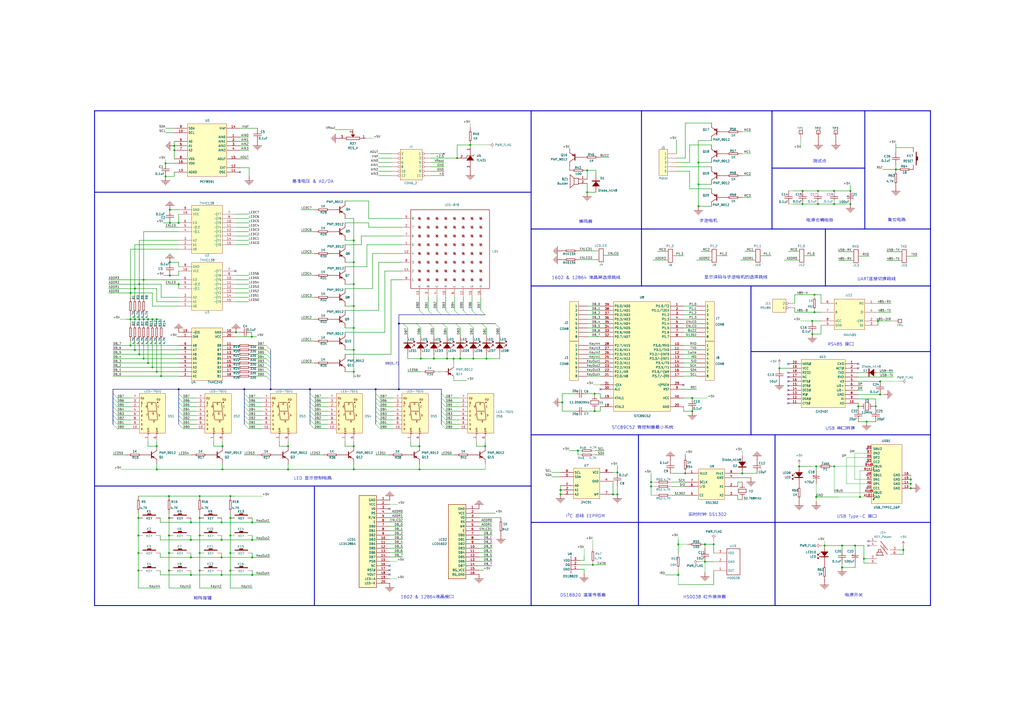
<source format=kicad_sch>
(kicad_sch (version 20230121) (generator eeschema)
  (paper "A2")
  (title_block (title "UINIO-MCU-STC51") (date "2023-12-27") (rev "Version 0.0.1") (company "电子技术博客 UinIO.com"))
  (lib_symbols
    (symbol "Device:Fuse" (pin_numbers hide) (pin_names (offset 0))
      (property "Reference" "F" (at 2.032 0 90))
      (property "Value" "Fuse" (at -1.905 0 90))
      (symbol "Fuse_1_1"
        (pin passive line (at 0 3.81 270) (length 1.27) (name "~") (number "1"))
        (pin passive line (at 0 -3.81 90) (length 1.27) (name "~") (number "2"))
      )
    )
    (symbol "Uinio:24C01"
      (property "Reference" "U6" (at 0 -20.32 0))
      (property "Value" "24C01" (at 10.16 -20.32 0))
      (symbol "24C01_1_0"
        (pin passive line (at 22.86 -10.16 180) (length 7.62) (name "A0") (number "1"))
        (pin passive line (at 22.86 -12.7 180) (length 7.62) (name "A1") (number "2"))
        (pin passive line (at 22.86 -15.24 180) (length 7.62) (name "A2") (number "3"))
        (pin passive line (at -7.62 -7.62 0) (length 7.62) (name "GND") (number "4"))
        (pin passive line (at 22.86 -5.08 180) (length 7.62) (name "SDA") (number "5"))
        (pin passive line (at 22.86 -2.54 180) (length 7.62) (name "SCL") (number "6"))
        (pin passive line (at -7.62 -15.24 0) (length 7.62) (name "WP") (number "7"))
        (pin passive line (at -7.62 -2.54 0) (length 7.62) (name "VCC") (number "8"))
      )
    )
    (symbol "Uinio:74HC138"
      (property "Reference" "U10" (at 0 0 0))
      (property "Value" "74HC138" (at 7.62 0 0))
      (symbol "74HC138_1_0"
        (pin passive line (at -7.62 -2.54 0) (length 7.62) (name "A0") (number "1"))
        (pin passive line (at 25.4 -17.78 180) (length 7.62) (name "~{Y5") (number "10"))
        (pin passive line (at 25.4 -15.24 180) (length 7.62) (name "~{Y4") (number "11"))
        (pin passive line (at 25.4 -12.7 180) (length 7.62) (name "~{Y3") (number "12"))
        (pin passive line (at 25.4 -10.16 180) (length 7.62) (name "~{Y2") (number "13"))
        (pin passive line (at 25.4 -7.62 180) (length 7.62) (name "~{Y1") (number "14"))
        (pin passive line (at 25.4 -5.08 180) (length 7.62) (name "~{Y0") (number "15"))
        (pin passive line (at -7.62 -22.86 0) (length 7.62) (name "VCC") (number "16"))
        (pin passive line (at -7.62 -5.08 0) (length 7.62) (name "A1") (number "2"))
        (pin passive line (at -7.62 -7.62 0) (length 7.62) (name "A2") (number "3"))
        (pin passive line (at -7.62 -12.7 0) (length 7.62) (name "~{E1") (number "4"))
        (pin passive line (at -7.62 -15.24 0) (length 7.62) (name "~{E2") (number "5"))
        (pin passive line (at -7.62 -17.78 0) (length 7.62) (name "E3") (number "6"))
        (pin passive line (at 25.4 -22.86 180) (length 7.62) (name "~{Y7") (number "7"))
        (pin passive line (at -7.62 -25.4 0) (length 7.62) (name "GND") (number "8"))
        (pin passive line (at 25.4 -20.32 180) (length 7.62) (name "~{Y6") (number "9"))
      )
    )
    (symbol "Uinio:74HC245"
      (property "Reference" "U9" (at 0 0 0))
      (property "Value" "74HC245" (at 7.62 0 0))
      (symbol "74HC245_1_0"
        (pin passive line (at -7.62 -25.4 0) (length 7.62) (name "DIR") (number "1"))
        (pin passive line (at 25.4 -27.94 180) (length 7.62) (name "GND") (number "10"))
        (pin passive line (at 25.4 -20.32 180) (length 7.62) (name "B8") (number "11"))
        (pin passive line (at 25.4 -17.78 180) (length 7.62) (name "B7") (number "12"))
        (pin passive line (at 25.4 -15.24 180) (length 7.62) (name "B6") (number "13"))
        (pin passive line (at 25.4 -12.7 180) (length 7.62) (name "B5") (number "14"))
        (pin passive line (at 25.4 -10.16 180) (length 7.62) (name "B4") (number "15"))
        (pin passive line (at 25.4 -7.62 180) (length 7.62) (name "B3") (number "16"))
        (pin passive line (at 25.4 -5.08 180) (length 7.62) (name "B2") (number "17"))
        (pin passive line (at 25.4 -2.54 180) (length 7.62) (name "B1") (number "18"))
        (pin passive line (at -7.62 -27.94 0) (length 7.62) (name "~{OE") (number "19"))
        (pin passive line (at -7.62 -2.54 0) (length 7.62) (name "A1") (number "2"))
        (pin passive line (at 25.4 -25.4 180) (length 7.62) (name "VCC") (number "20"))
        (pin passive line (at -7.62 -5.08 0) (length 7.62) (name "A2") (number "3"))
        (pin passive line (at -7.62 -7.62 0) (length 7.62) (name "A3") (number "4"))
        (pin passive line (at -7.62 -10.16 0) (length 7.62) (name "A4") (number "5"))
        (pin passive line (at -7.62 -12.7 0) (length 7.62) (name "A5") (number "6"))
        (pin passive line (at -7.62 -15.24 0) (length 7.62) (name "A6") (number "7"))
        (pin passive line (at -7.62 -17.78 0) (length 7.62) (name "A7") (number "8"))
        (pin passive line (at -7.62 -20.32 0) (length 7.62) (name "A8") (number "9"))
      )
    )
    (symbol "Uinio:Buzzer"
      (property "Reference" "BZ?" (at -0.254 -8.89 0))
      (property "Value" "Buzzer" (at -0.254 -10.922 0))
      (symbol "Buzzer_1_0"
        (pin passive line (at -5.08 -2.54 0) (length 5.08) (name "1") (number "1"))
        (pin passive line (at -5.08 -5.08 0) (length 5.08) (name "2") (number "2"))
      )
    )
    (symbol "Uinio:CAP"
      (property "Reference" "C?" (at 2.54 3.81 0))
      (property "Value" "CAP" (at 2.54 1.27 0))
      (symbol "CAP_1_0"
        (pin passive line (at -2.54 -2.54 90) (length 2.54) (name "1") (number "1"))
        (pin passive line (at -2.54 5.08 270) (length 2.54) (name "2") (number "2"))
      )
    )
    (symbol "Uinio:CAP_P"
      (property "Reference" "C15" (at 0.508 -2.54 0))
      (property "Value" "CAP_P" (at 0.508 -7.112 0))
      (symbol "CAP_P_1_0"
        (text "+" (at 0.508 -3.556 0) (effects (font (size 1.27 1.27)) (justify left bottom)))
        (pin passive line (at 0 0 270) (length 2.54) (name "1") (number "1"))
        (pin passive line (at 0 -7.62 90) (length 2.54) (name "2") (number "2"))
      )
    )
    (symbol "Uinio:CH340T"
      (property "Reference" "U2" (at 0 0 0))
      (property "Value" "CH340T" (at 0 -30.48 0))
      (symbol "CH340T_1_0"
        (pin output line (at -7.62 -2.54 0) (length 7.62) (name "CKO") (number "1"))
        (pin output line (at -7.62 -25.4 0) (length 7.62) (name "XO") (number "10"))
        (pin input line (at 33.02 -25.4 180) (length 7.62) (name "CTS#") (number "11"))
        (pin input line (at 33.02 -22.86 180) (length 7.62) (name "DSR#") (number "12"))
        (pin input line (at 33.02 -20.32 180) (length 7.62) (name "RI#") (number "13"))
        (pin input line (at 33.02 -17.78 180) (length 7.62) (name "DCD#") (number "14"))
        (pin output line (at 33.02 -15.24 180) (length 7.62) (name "DTR#") (number "15"))
        (pin output line (at 33.02 -12.7 180) (length 7.62) (name "RTS#") (number "16"))
        (pin passive line (at 33.02 -10.16 180) (length 7.62) (name "NC") (number "17"))
        (pin output line (at 33.02 -7.62 180) (length 7.62) (name "R232") (number "18"))
        (pin power_in line (at 33.02 -5.08 180) (length 7.62) (name "VCC") (number "19"))
        (pin output line (at -7.62 -5.08 0) (length 7.62) (name "ACT#") (number "2"))
        (pin input line (at 33.02 -2.54 180) (length 7.62) (name "NOS#") (number "20"))
        (pin output line (at -7.62 -7.62 0) (length 7.62) (name "TXD") (number "3"))
        (pin input line (at -7.62 -10.16 0) (length 7.62) (name "RXD") (number "4"))
        (pin power_in line (at -7.62 -12.7 0) (length 7.62) (name "V3") (number "5"))
        (pin passive line (at -7.62 -15.24 0) (length 7.62) (name "UD+") (number "6"))
        (pin passive line (at -7.62 -17.78 0) (length 7.62) (name "UD-") (number "7"))
        (pin power_in line (at -7.62 -20.32 0) (length 7.62) (name "GND") (number "8"))
        (pin input line (at -7.62 -22.86 0) (length 7.62) (name "XI") (number "9"))
      )
    )
    (symbol "Uinio:CON2"
      (property "Reference" "J8" (at 0 7.62 0))
      (property "Value" "CON2" (at 0 -2.54 0))
      (symbol "CON2_1_0"
        (pin passive inverted (at -5.08 2.54 0) (length 5.08) (name "1") (number "1"))
        (pin passive inverted (at -5.08 5.08 0) (length 5.08) (name "2") (number "2"))
      )
    )
    (symbol "Uinio:CON5"
      (property "Reference" "J?" (at 0 0 0))
      (property "Value" "CON5" (at 0 -17.78 0))
      (symbol "CON5_1_0"
        (pin passive line (at -5.08 -2.54 0) (length 5.08) (name "1") (number "1"))
        (pin passive line (at -5.08 -5.08 0) (length 5.08) (name "2") (number "2"))
        (pin passive line (at -5.08 -7.62 0) (length 5.08) (name "3") (number "3"))
        (pin passive line (at -5.08 -10.16 0) (length 5.08) (name "4") (number "4"))
        (pin passive line (at -5.08 -12.7 0) (length 5.08) (name "5") (number "5"))
      )
    )
    (symbol "Uinio:CON6_2"
      (property "Reference" "J16" (at 0 0 0))
      (property "Value" "CON6_2" (at 0 -20.32 0))
      (symbol "CON6_2_1_0"
        (pin passive inverted (at -5.08 -2.54 0) (length 5.08) (name "1") (number "1"))
        (pin passive inverted (at 17.78 -12.7 180) (length 5.08) (name "10") (number "10"))
        (pin passive inverted (at -5.08 -15.24 0) (length 5.08) (name "11") (number "11"))
        (pin passive inverted (at 17.78 -15.24 180) (length 5.08) (name "12") (number "12"))
        (pin passive inverted (at 17.78 -2.54 180) (length 5.08) (name "2") (number "2"))
        (pin passive inverted (at -5.08 -5.08 0) (length 5.08) (name "3") (number "3"))
        (pin passive inverted (at 17.78 -5.08 180) (length 5.08) (name "4") (number "4"))
        (pin passive inverted (at -5.08 -7.62 0) (length 5.08) (name "5") (number "5"))
        (pin passive inverted (at 17.78 -7.62 180) (length 5.08) (name "6") (number "6"))
        (pin passive inverted (at -5.08 -10.16 0) (length 5.08) (name "7") (number "7"))
        (pin passive inverted (at 17.78 -10.16 180) (length 5.08) (name "8") (number "8"))
        (pin passive inverted (at -5.08 -12.7 0) (length 5.08) (name "9") (number "9"))
      )
    )
    (symbol "Uinio:CON8"
      (property "Reference" "J15" (at 7.62 -5.08 90))
      (property "Value" "CON8" (at 7.62 -20.32 90))
      (symbol "CON8_1_0"
        (pin passive line (at -5.08 -2.54 0) (length 5.08) (name "1") (number "1"))
        (pin passive line (at -5.08 -5.08 0) (length 5.08) (name "2") (number "2"))
        (pin passive line (at -5.08 -7.62 0) (length 5.08) (name "3") (number "3"))
        (pin passive line (at -5.08 -10.16 0) (length 5.08) (name "4") (number "4"))
        (pin passive line (at -5.08 -12.7 0) (length 5.08) (name "5") (number "5"))
        (pin passive line (at -5.08 -15.24 0) (length 5.08) (name "6") (number "6"))
        (pin passive line (at -5.08 -17.78 0) (length 5.08) (name "7") (number "7"))
        (pin passive line (at -5.08 -20.32 0) (length 5.08) (name "8") (number "8"))
      )
    )
    (symbol "Uinio:Crystal"
      (property "Reference" "Y3" (at 5.08 5.334 0))
      (property "Value" "Crystal" (at 5.08 2.794 0))
      (symbol "Crystal_1_0"
        (pin passive line (at 2.54 0 90) (length 2.54) (name "1") (number "1"))
        (pin passive line (at 2.54 10.16 270) (length 2.54) (name "2") (number "2"))
      )
    )
    (symbol "Uinio:DS1302"
      (property "Reference" "U3" (at 0 0 0))
      (property "Value" "DS1302" (at 0 -20.32 0))
      (symbol "DS1302_1_0"
        (pin passive line (at 22.86 -2.54 180) (length 7.62) (name "Vcc2") (number "1"))
        (pin passive line (at -7.62 -10.16 0) (length 7.62) (name "X1") (number "2"))
        (pin passive line (at -7.62 -15.24 0) (length 7.62) (name "X2") (number "3"))
        (pin passive line (at -7.62 -5.08 0) (length 7.62) (name "GND") (number "4"))
        (pin passive line (at 22.86 -15.24 180) (length 7.62) (name "CE") (number "5"))
        (pin passive line (at 22.86 -10.16 180) (length 7.62) (name "I/O") (number "6"))
        (pin passive line (at 22.86 -7.62 180) (length 7.62) (name "SCLK") (number "7"))
        (pin passive line (at -7.62 -2.54 0) (length 7.62) (name "Vcc1") (number "8"))
      )
    )
    (symbol "Uinio:DS18B20"
      (property "Reference" "U7" (at -5.588 -6.858 0))
      (property "Value" "DS18B20" (at -5.588 -8.89 0))
      (symbol "DS18B20_1_0"
        (pin passive line (at -7.62 -2.54 0) (length 5.08) (name "GND") (number "1"))
        (pin passive line (at -7.62 0 0) (length 5.08) (name "DQ") (number "2"))
        (pin passive line (at -7.62 2.54 0) (length 5.08) (name "VDD") (number "3"))
      )
    )
    (symbol "Uinio:Diode_4148"
      (property "Reference" "D?" (at -6.35 5.334 0))
      (property "Value" "Diode_4148" (at -7.874 2.794 0))
      (symbol "Diode_4148_1_0"
        (pin passive line (at 0 0 90) (length 2.54) (name "1") (number "A"))
        (pin passive line (at 0 10.16 270) (length 2.54) (name "2") (number "K"))
      )
    )
    (symbol "Uinio:GND" (power)
      (symbol "GND_0_0"
        (pin power_in line (at 0 0 0) (length 0) hide (name "GND") (number ""))
      )
    )
    (symbol "Uinio:HS0038"
      (property "Reference" "U4" (at -7.62 0 0))
      (property "Value" "HS0038" (at -7.62 -17.78 0))
      (symbol "HS0038_1_0"
        (pin output line (at 7.62 -12.7 180) (length 7.62) (name "OUT") (number "1"))
        (pin power_in line (at 7.62 -7.62 180) (length 7.62) (name "GND") (number "2"))
        (pin power_in line (at 7.62 -2.54 180) (length 7.62) (name "VDD") (number "3"))
      )
    )
    (symbol "Uinio:JP"
      (property "Reference" "J1" (at 1.016 4.064 0))
      (property "Value" "JP" (at 1.016 -6.604 0))
      (symbol "JP_1_0"
        (pin passive line (at 5.08 -2.54 180) (length 1.27) (name "1") (number "1"))
        (pin passive line (at 0 0 0) (length 1.27) (name "2") (number "2"))
        (pin passive line (at 5.08 2.54 180) (length 1.27) (name "3") (number "3"))
      )
    )
    (symbol "Uinio:KEY"
      (property "Reference" "K?" (at 3.302 6.35 0))
      (property "Value" "KEY" (at 3.302 3.81 0))
      (symbol "KEY_1_0"
        (pin passive line (at 2.54 0 90) (length 2.54) (name "1") (number "1"))
        (pin passive line (at 2.54 12.7 270) (length 2.54) (name "2") (number "2"))
      )
    )
    (symbol "Uinio:KEY_Power"
      (property "Reference" "J3" (at 5.08 2.54 0))
      (property "Value" "KEY_Power" (at 5.08 -7.62 0))
      (symbol "KEY_Power_1_0"
        (pin passive line (at 17.78 5.08 180) (length 5.08) (name "1") (number "1"))
        (pin passive line (at 17.78 -5.08 180) (length 5.08) (name "2") (number "2"))
        (pin passive line (at 0 0 0) (length 5.08) (name "3") (number "3"))
        (pin passive line (at 17.78 2.54 180) (length 5.08) (name "4") (number "4"))
        (pin passive line (at 17.78 -7.62 180) (length 5.08) (name "5") (number "5"))
        (pin passive line (at 0 -2.54 0) (length 5.08) (name "6") (number "6"))
      )
    )
    (symbol "Uinio:LCD12864"
      (property "Reference" "LCD2" (at -24.13 11.43 0))
      (property "Value" "LCD12864" (at -26.67 -46.99 0))
      (symbol "LCD12864_1_0"
        (pin passive line (at -34.29 7.62 0) (length 7.62) (name "GND") (number "1"))
        (pin passive line (at -34.29 -15.24 0) (length 7.62) (name "DB3") (number "10"))
        (pin passive line (at -34.29 -17.78 0) (length 7.62) (name "DB4") (number "11"))
        (pin passive line (at -34.29 -20.32 0) (length 7.62) (name "DB5") (number "12"))
        (pin passive line (at -34.29 -22.86 0) (length 7.62) (name "DB6") (number "13"))
        (pin passive line (at -34.29 -25.4 0) (length 7.62) (name "DB7") (number "14"))
        (pin passive line (at -34.29 -27.94 0) (length 7.62) (name "PSB") (number "15"))
        (pin passive line (at -34.29 -30.48 0) (length 7.62) (name "NC") (number "16"))
        (pin passive line (at -34.29 -33.02 0) (length 7.62) (name "RST#") (number "17"))
        (pin passive line (at -34.29 -35.56 0) (length 7.62) (name "VOUT") (number "18"))
        (pin passive line (at -34.29 -38.1 0) (length 7.62) (name "LED-A") (number "19"))
        (pin passive line (at -34.29 5.08 0) (length 7.62) (name "VCC") (number "2"))
        (pin passive line (at -34.29 -40.64 0) (length 7.62) (name "LED-K") (number "20"))
        (pin passive line (at -34.29 2.54 0) (length 7.62) (name "V0") (number "3"))
        (pin passive line (at -34.29 0 0) (length 7.62) (name "RS") (number "4"))
        (pin passive line (at -34.29 -2.54 0) (length 7.62) (name "R/W") (number "5"))
        (pin passive line (at -34.29 -5.08 0) (length 7.62) (name "E") (number "6"))
        (pin passive line (at -34.29 -7.62 0) (length 7.62) (name "DB0") (number "7"))
        (pin passive line (at -34.29 -10.16 0) (length 7.62) (name "DB1") (number "8"))
        (pin passive line (at -34.29 -12.7 0) (length 7.62) (name "DB2") (number "9"))
      )
    )
    (symbol "Uinio:LCD1602"
      (property "Reference" "LCD1" (at 0 0 0))
      (property "Value" "LCD1602" (at 0 -45.72 0))
      (symbol "LCD1602_1_0"
        (pin passive line (at -7.62 -2.54 0) (length 7.62) (name "GND") (number "1"))
        (pin passive line (at -7.62 -25.4 0) (length 7.62) (name "DB3") (number "10"))
        (pin passive line (at -7.62 -27.94 0) (length 7.62) (name "DB4") (number "11"))
        (pin passive line (at -7.62 -30.48 0) (length 7.62) (name "DB5") (number "12"))
        (pin passive line (at -7.62 -33.02 0) (length 7.62) (name "DB6") (number "13"))
        (pin passive line (at -7.62 -35.56 0) (length 7.62) (name "DB7") (number "14"))
        (pin passive line (at -7.62 -38.1 0) (length 7.62) (name "BG_VCC") (number "15"))
        (pin passive line (at -7.62 -40.64 0) (length 7.62) (name "BG_GND") (number "16"))
        (pin passive line (at -7.62 -5.08 0) (length 7.62) (name "VCC") (number "2"))
        (pin passive line (at -7.62 -7.62 0) (length 7.62) (name "VO") (number "3"))
        (pin passive line (at -7.62 -10.16 0) (length 7.62) (name "RS") (number "4"))
        (pin passive line (at -7.62 -12.7 0) (length 7.62) (name "WR") (number "5"))
        (pin passive line (at -7.62 -15.24 0) (length 7.62) (name "E") (number "6"))
        (pin passive line (at -7.62 -17.78 0) (length 7.62) (name "DB0") (number "7"))
        (pin passive line (at -7.62 -20.32 0) (length 7.62) (name "DB1") (number "8"))
        (pin passive line (at -7.62 -22.86 0) (length 7.62) (name "DB2") (number "9"))
      )
    )
    (symbol "Uinio:LED"
      (property "Reference" "LED3" (at 0.508 -3.556 0))
      (property "Value" "LED" (at 0.508 -10.16 0))
      (symbol "LED_1_0"
        (pin passive line (at 0 0 270) (length 2.54) (name "1") (number "A"))
        (pin passive line (at 0 -10.16 90) (length 2.54) (name "2") (number "K"))
      )
    )
    (symbol "Uinio:LED-7SEG"
      (property "Reference" "DS1" (at 0 -25.4 0))
      (property "Value" "LED-7SEG" (at 5.08 -25.4 0))
      (symbol "LED-7SEG_1_0"
        (text "a" (at 0.762 -3.302 0) (effects (font (size 1.27 1.27)) (justify left bottom)))
        (text "a" (at 7.874 -7.62 0) (effects (font (size 1.27 1.27)) (justify left bottom)))
        (text "b" (at 0.762 -5.842 0) (effects (font (size 1.27 1.27)) (justify left bottom)))
        (text "b" (at 10.922 -11.176 0) (effects (font (size 1.27 1.27)) (justify left bottom)))
        (text "c" (at 0.762 -8.382 0) (effects (font (size 1.27 1.27)) (justify left bottom)))
        (text "c" (at 10.414 -16.256 0) (effects (font (size 1.27 1.27)) (justify left bottom)))
        (text "com" (at 5.842 -3.302 900) (effects (font (size 1.27 1.27)) (justify left bottom)))
        (text "com" (at 10.922 -3.302 900) (effects (font (size 1.27 1.27)) (justify left bottom)))
        (text "d" (at 0.762 -10.922 0) (effects (font (size 1.27 1.27)) (justify left bottom)))
        (text "d" (at 6.604 -17.78 0) (effects (font (size 1.27 1.27)) (justify left bottom)))
        (text "dp" (at 0.508 -21.082 0) (effects (font (size 1.27 1.27)) (justify left bottom)))
        (text "dp" (at 9.906 -20.32 0) (effects (font (size 1.27 1.27)) (justify left bottom)))
        (text "e" (at 0.762 -13.462 0) (effects (font (size 1.27 1.27)) (justify left bottom)))
        (text "e" (at 3.556 -16.256 0) (effects (font (size 1.27 1.27)) (justify left bottom)))
        (text "f" (at 0.762 -16.256 0) (effects (font (size 1.27 1.27)) (justify left bottom)))
        (text "f" (at 4.064 -11.176 0) (effects (font (size 1.27 1.27)) (justify left bottom)))
        (text "g" (at 0.762 -18.542 0) (effects (font (size 1.27 1.27)) (justify left bottom)))
        (text "g" (at 7.366 -12.446 0) (effects (font (size 1.27 1.27)) (justify left bottom)))
        (pin passive line (at 5.08 5.08 270) (length 5.08) (name "com") (number "1"))
        (pin passive line (at -5.08 -2.54 0) (length 5.08) (name "a") (number "10"))
        (pin passive line (at -5.08 -15.24 0) (length 5.08) (name "f") (number "2"))
        (pin passive line (at -5.08 -17.78 0) (length 5.08) (name "g") (number "3"))
        (pin passive line (at -5.08 -12.7 0) (length 5.08) (name "e") (number "4"))
        (pin passive line (at -5.08 -10.16 0) (length 5.08) (name "d") (number "5"))
        (pin passive line (at 10.16 5.08 270) (length 5.08) (name "com") (number "6"))
        (pin passive line (at -5.08 -20.32 0) (length 5.08) (name "dp") (number "7"))
        (pin passive line (at -5.08 -7.62 0) (length 5.08) (name "c") (number "8"))
        (pin passive line (at -5.08 -5.08 0) (length 5.08) (name "b") (number "9"))
      )
    )
    (symbol "Uinio:LED-8*8"
      (property "Reference" "LD1" (at 0 -48.26 0))
      (property "Value" "LED-8*8" (at 0 -50.8 0))
      (symbol "LED-8*8_1_0"
        (pin passive line (at -5.08 -25.4 0) (length 5.08) (name "5") (number "1"))
        (pin passive line (at 20.32 5.08 270) (length 5.08) (name "D") (number "10"))
        (pin passive line (at 30.48 5.08 270) (length 5.08) (name "F") (number "11"))
        (pin passive line (at -5.08 -20.32 0) (length 5.08) (name "4") (number "12"))
        (pin passive line (at 5.08 5.08 270) (length 5.08) (name "A") (number "13"))
        (pin passive line (at -5.08 -10.16 0) (length 5.08) (name "2") (number "14"))
        (pin passive line (at 35.56 5.08 270) (length 5.08) (name "G") (number "15"))
        (pin passive line (at 40.64 5.08 270) (length 5.08) (name "H") (number "16"))
        (pin passive line (at -5.08 -35.56 0) (length 5.08) (name "7") (number "2"))
        (pin passive line (at 10.16 5.08 270) (length 5.08) (name "B") (number "3"))
        (pin passive line (at 15.24 5.08 270) (length 5.08) (name "C") (number "4"))
        (pin passive line (at -5.08 -40.64 0) (length 5.08) (name "8") (number "5"))
        (pin passive line (at 25.4 5.08 270) (length 5.08) (name "E") (number "6"))
        (pin passive line (at -5.08 -30.48 0) (length 5.08) (name "6") (number "7"))
        (pin passive line (at -5.08 -15.24 0) (length 5.08) (name "3") (number "8"))
        (pin passive line (at -5.08 -5.08 0) (length 5.08) (name "1") (number "9"))
      )
    )
    (symbol "Uinio:MAX485"
      (property "Reference" "U1" (at 0 0 0))
      (property "Value" "MAX485" (at 0 -20.32 0))
      (symbol "MAX485_1_0"
        (pin output line (at -7.62 -2.54 0) (length 7.62) (name "RO") (number "1"))
        (pin input line (at -7.62 -12.7 0) (length 7.62) (name "~{RE") (number "2"))
        (pin input line (at -7.62 -15.24 0) (length 7.62) (name "DE") (number "3"))
        (pin input line (at -7.62 -7.62 0) (length 7.62) (name "DI") (number "4"))
        (pin power_in line (at 25.4 -15.24 180) (length 7.62) (name "GND") (number "5"))
        (pin passive line (at 25.4 -2.54 180) (length 7.62) (name "A") (number "6"))
        (pin passive line (at 25.4 -7.62 180) (length 7.62) (name "B") (number "7"))
        (pin power_in line (at 25.4 -12.7 180) (length 7.62) (name "VCC") (number "8"))
      )
    )
    (symbol "Uinio:PCF8591"
      (property "Reference" "U12" (at -22.86 0 0))
      (property "Value" "PCF8591" (at -22.86 -33.02 0))
      (symbol "PCF8591_1_0"
        (pin passive line (at -30.48 -7.62 0) (length 7.62) (name "AIN0") (number "1"))
        (pin passive line (at 7.62 -5.08 180) (length 7.62) (name "SCL") (number "10"))
        (pin passive line (at -30.48 -27.94 0) (length 7.62) (name "OSC") (number "11"))
        (pin passive line (at -30.48 -25.4 0) (length 7.62) (name "EXT") (number "12"))
        (pin passive line (at 7.62 -27.94 180) (length 7.62) (name "AGND") (number "13"))
        (pin passive line (at -30.48 -2.54 0) (length 7.62) (name "Vref") (number "14"))
        (pin passive line (at -30.48 -20.32 0) (length 7.62) (name "AOUT") (number "15"))
        (pin passive line (at 7.62 -22.86 180) (length 7.62) (name "VDD") (number "16"))
        (pin passive line (at -30.48 -10.16 0) (length 7.62) (name "AIN1") (number "2"))
        (pin passive line (at -30.48 -12.7 0) (length 7.62) (name "AIN2") (number "3"))
        (pin passive line (at -30.48 -15.24 0) (length 7.62) (name "AIN3") (number "4"))
        (pin passive line (at 7.62 -10.16 180) (length 7.62) (name "A0") (number "5"))
        (pin passive line (at 7.62 -12.7 180) (length 7.62) (name "A1") (number "6"))
        (pin passive line (at 7.62 -15.24 180) (length 7.62) (name "A2") (number "7"))
        (pin passive line (at 7.62 -20.32 180) (length 7.62) (name "VSS") (number "8"))
        (pin passive line (at 7.62 -2.54 180) (length 7.62) (name "SDA") (number "9"))
      )
    )
    (symbol "Uinio:PNP_9012"
      (property "Reference" "Q?" (at 9.398 -5.08 0))
      (property "Value" "PNP_9012" (at 9.398 -7.62 0))
      (symbol "PNP_9012_1_0"
        (pin passive line (at 0 -5.08 0) (length 3.048) (name "B") (number "B"))
        (pin passive line (at 7.62 -10.16 90) (length 2.54) (name "C") (number "C"))
        (pin passive line (at 7.62 0 270) (length 2.54) (name "E") (number "E"))
      )
    )
    (symbol "Uinio:RES"
      (property "Reference" "R?" (at 1.016 -4.826 0))
      (property "Value" "RES" (at 0.762 -7.366 0))
      (symbol "RES_1_0"
        (pin passive line (at 0 0 270) (length 2.54) (name "1") (number "1"))
        (pin passive line (at 0 -10.16 90) (length 2.54) (name "2") (number "2"))
      )
    )
    (symbol "Uinio:RES_V"
      (property "Reference" "R38" (at 2.286 -8.636 0))
      (property "Value" "RES_V" (at 7.62 -8.636 0))
      (symbol "RES_V_1_0"
        (pin passive line (at 0 -5.08 0) (length 2.54) (name "1") (number "1"))
        (pin passive line (at 7.62 0 270) (length 2.54) (name "2") (number "2"))
        (pin passive line (at 15.24 -5.08 180) (length 2.54) (name "3") (number "3"))
      )
    )
    (symbol "Uinio:STC89C52"
      (property "Reference" "U5" (at 0 0 0))
      (property "Value" "STC89C52" (at 0 -66.04 0))
      (symbol "STC89C52_1_0"
        (pin passive line (at -7.62 -2.54 0) (length 7.62) (name "P1.0/T2") (number "1"))
        (pin passive line (at -7.62 -25.4 0) (length 7.62) (name "P3.0/RXD") (number "10"))
        (pin passive line (at -7.62 -27.94 0) (length 7.62) (name "P3.1/TXD") (number "11"))
        (pin passive line (at -7.62 -30.48 0) (length 7.62) (name "P3.2/~{INT0") (number "12"))
        (pin passive line (at -7.62 -33.02 0) (length 7.62) (name "P3.3/~{INT1") (number "13"))
        (pin passive line (at -7.62 -35.56 0) (length 7.62) (name "P3.4/T0") (number "14"))
        (pin passive line (at -7.62 -38.1 0) (length 7.62) (name "P3.5/T1") (number "15"))
        (pin passive line (at -7.62 -40.64 0) (length 7.62) (name "P3.6/~{WR") (number "16"))
        (pin passive line (at -7.62 -43.18 0) (length 7.62) (name "P3.7/~{RD") (number "17"))
        (pin passive line (at 40.64 -60.96 180) (length 7.62) (name "XTAL2") (number "18"))
        (pin passive line (at 40.64 -55.88 180) (length 7.62) (name "XTAL1") (number "19"))
        (pin passive line (at -7.62 -5.08 0) (length 7.62) (name "P1.1/T2EX") (number "2"))
        (pin passive line (at -7.62 -60.96 0) (length 7.62) (name "GND") (number "20"))
        (pin passive line (at 40.64 -43.18 180) (length 7.62) (name "P2.0/A8") (number "21"))
        (pin passive line (at 40.64 -40.64 180) (length 7.62) (name "P2.1/A9") (number "22"))
        (pin passive line (at 40.64 -38.1 180) (length 7.62) (name "P2.2/A10") (number "23"))
        (pin passive line (at 40.64 -35.56 180) (length 7.62) (name "P2.3/A11") (number "24"))
        (pin passive line (at 40.64 -33.02 180) (length 7.62) (name "P2.4/A12") (number "25"))
        (pin passive line (at 40.64 -30.48 180) (length 7.62) (name "P2.5/A13") (number "26"))
        (pin passive line (at 40.64 -27.94 180) (length 7.62) (name "P2.6/A14") (number "27"))
        (pin passive line (at 40.64 -25.4 180) (length 7.62) (name "P2.7/A15") (number "28"))
        (pin passive line (at -7.62 -48.26 0) (length 7.62) (name "~{PSEN") (number "29"))
        (pin passive line (at -7.62 -7.62 0) (length 7.62) (name "P1.2") (number "3"))
        (pin passive line (at 40.64 -50.8 180) (length 7.62) (name "ALE") (number "30"))
        (pin passive line (at 40.64 -48.26 180) (length 7.62) (name "~{EA") (number "31"))
        (pin passive line (at 40.64 -20.32 180) (length 7.62) (name "P0.7/AD7") (number "32"))
        (pin passive line (at 40.64 -17.78 180) (length 7.62) (name "P0.6/AD6") (number "33"))
        (pin passive line (at 40.64 -15.24 180) (length 7.62) (name "P0.5/AD5") (number "34"))
        (pin passive line (at 40.64 -12.7 180) (length 7.62) (name "P0.4/AD4") (number "35"))
        (pin passive line (at 40.64 -10.16 180) (length 7.62) (name "P0.3/AD3") (number "36"))
        (pin passive line (at 40.64 -7.62 180) (length 7.62) (name "P0.2/AD2") (number "37"))
        (pin passive line (at 40.64 -5.08 180) (length 7.62) (name "P0.1/AD1") (number "38"))
        (pin passive line (at 40.64 -2.54 180) (length 7.62) (name "P0.0/AD0") (number "39"))
        (pin passive line (at -7.62 -10.16 0) (length 7.62) (name "P1.3") (number "4"))
        (pin passive line (at -7.62 -55.88 0) (length 7.62) (name "VCC") (number "40"))
        (pin passive line (at -7.62 -12.7 0) (length 7.62) (name "P1.4") (number "5"))
        (pin passive line (at -7.62 -15.24 0) (length 7.62) (name "P1.5") (number "6"))
        (pin passive line (at -7.62 -17.78 0) (length 7.62) (name "P1.6") (number "7"))
        (pin passive line (at -7.62 -20.32 0) (length 7.62) (name "P1.7") (number "8"))
        (pin passive line (at -7.62 -50.8 0) (length 7.62) (name "RST") (number "9"))
      )
    )
    (symbol "Uinio:TL431"
      (property "Reference" "U8" (at 0.508 -5.588 0))
      (property "Value" "TL431" (at 0.508 -12.192 0))
      (symbol "TL431_1_0"
        (pin power_in line (at 0 0 270) (length 5.08) (name "CATHODE") (number "1"))
        (pin passive line (at 7.62 -7.62 180) (length 5.08) (name "REF") (number "2"))
        (pin power_in line (at 0 -15.24 90) (length 5.08) (name "ANODE") (number "3"))
      )
    )
    (symbol "Uinio:TP"
      (property "Reference" "TP?" (at -1.016 1.016 0))
      (symbol "TP_1_0"
        (pin passive line (at 0 -5.08 90) (length 5.08) (name "") (number "1"))
      )
    )
    (symbol "Uinio:USB_TYPEC_16P" (pin_names (offset 1.016))
      (property "Reference" "USB" (at 0 19.05 0))
      (property "Value" "USB_TYPEC_16P" (at 0 24.13 0))
      (symbol "USB_TYPEC_16P_1_1"
        (pin input line (at 12.7 7.62 180) (length 5.08) (name "GND") (number "13"))
        (pin input line (at 12.7 5.08 180) (length 5.08) (name "GND") (number "14"))
        (pin input line (at 12.7 2.54 180) (length 5.08) (name "GND") (number "15"))
        (pin input line (at 12.7 0 180) (length 5.08) (name "GND") (number "16"))
        (pin input line (at -12.7 12.7 0) (length 2.54) (name "GND") (number "A1B12"))
        (pin input line (at -12.7 10.16 0) (length 2.54) (name "VBUS") (number "A4B9"))
        (pin input line (at -12.7 7.62 0) (length 2.54) (name "CC1") (number "A5"))
        (pin input line (at -12.7 5.08 0) (length 2.54) (name "DP1") (number "A6"))
        (pin input line (at -12.7 2.54 0) (length 2.54) (name "DN1") (number "A7"))
        (pin input line (at -12.7 0 0) (length 2.54) (name "SBU1") (number "A8"))
        (pin input line (at -12.7 -2.54 0) (length 2.54) (name "GND") (number "B1A12"))
        (pin input line (at -12.7 -5.08 0) (length 2.54) (name "VBUS") (number "B4A9"))
        (pin input line (at -12.7 -7.62 0) (length 2.54) (name "CC2") (number "B5"))
        (pin input line (at -12.7 -10.16 0) (length 2.54) (name "DP2") (number "B6"))
        (pin input line (at -12.7 -12.7 0) (length 2.54) (name "DN2") (number "B7"))
        (pin input line (at -12.7 -15.24 0) (length 2.54) (name "SBU2") (number "B8"))
      )
    )
    (symbol "power:+5V" (power) (pin_names (offset 0))
      (property "Value" "+5V" (at 0 3.556 0))
      (symbol "+5V_1_1"
        (pin power_in line (at 0 0 90) (length 0) hide (name "+5V") (number "1"))
      )
    )
    (symbol "power:PWR_FLAG" (power) (pin_numbers hide) (pin_names (offset 0) hide)
      (property "Value" "PWR_FLAG" (at 0 3.81 0))
      (symbol "PWR_FLAG_0_0"
        (pin power_out line (at 0 0 90) (length 0) (name "pwr") (number "1"))
      )
    )
  )
  (junction (at 483.87 270.51))
  (junction (at 266.954 208.026))
  (junction (at 83.312 185.166))
  (junction (at 452.12 213.614))
  (junction (at 272.796 84.074))
  (junction (at 510.54 228.854))
  (junction (at 101.092 87.122))
  (junction (at 156.972 225.806))
  (junction (at 344.932 228.346))
  (junction (at 478.282 316.484))
  (junction (at 110.744 313.182))
  (junction (at 344.932 238.506))
  (junction (at 405.13 106.934))
  (junction (at 98.552 129.286))
  (junction (at 115.824 287.782))
  (junction (at 90.932 272.288))
  (junction (at 98.552 152.146))
  (junction (at 243.332 258.826))
  (junction (at 259.334 208.026))
  (junction (at 355.6 286.766))
  (junction (at 205.232 215.646))
  (junction (at 80.264 330.962))
  (junction (at 98.044 310.642))
  (junction (at 465.582 110.744))
  (junction (at 78.232 167.386))
  (junction (at 88.392 185.166))
  (junction (at 205.232 177.546))
  (junction (at 90.932 258.826))
  (junction (at 128.524 333.502))
  (junction (at 85.852 185.166))
  (junction (at 519.684 98.298))
  (junction (at 78.232 202.946))
  (junction (at 83.312 162.306))
  (junction (at 405.13 94.234))
  (junction (at 98.044 320.802))
  (junction (at 179.832 225.806))
  (junction (at 90.932 185.166))
  (junction (at 471.17 193.802))
  (junction (at 377.698 282.194))
  (junction (at 231.394 225.806))
  (junction (at 325.12 284.226))
  (junction (at 98.044 300.482))
  (junction (at 205.232 164.846))
  (junction (at 80.264 310.642))
  (junction (at 528.32 280.67))
  (junction (at 205.232 202.946))
  (junction (at 98.552 121.666))
  (junction (at 408.94 325.882))
  (junction (at 205.232 152.146))
  (junction (at 231.394 187.706))
  (junction (at 115.824 320.802))
  (junction (at 205.232 258.826))
  (junction (at 133.604 300.482))
  (junction (at 474.472 110.744))
  (junction (at 472.44 170.942))
  (junction (at 129.032 258.826))
  (junction (at 472.44 181.102))
  (junction (at 358.14 286.766))
  (junction (at 474.472 118.364))
  (junction (at 282.194 208.026))
  (junction (at 133.604 320.802))
  (junction (at 493.268 118.364))
  (junction (at 502.666 244.602))
  (junction (at 217.932 225.806))
  (junction (at 244.094 208.026))
  (junction (at 80.772 185.166))
  (junction (at 146.304 323.342))
  (junction (at 496.062 316.484))
  (junction (at 146.05 195.326))
  (junction (at 509.27 186.182))
  (junction (at 80.772 205.486))
  (junction (at 96.012 102.362))
  (junction (at 167.132 272.288))
  (junction (at 340.614 111.506))
  (junction (at 498.856 288.29))
  (junction (at 335.28 261.366))
  (junction (at 146.304 313.182))
  (junction (at 493.268 110.744))
  (junction (at 393.446 333.502))
  (junction (at 397.51 274.574))
  (junction (at 401.574 238.506))
  (junction (at 167.132 258.826))
  (junction (at 129.032 272.288))
  (junction (at 343.916 327.66))
  (junction (at 393.446 315.722))
  (junction (at 471.17 186.182))
  (junction (at 488.442 316.484))
  (junction (at 103.632 164.846))
  (junction (at 281.432 258.826))
  (junction (at 115.824 310.642))
  (junction (at 78.232 185.166))
  (junction (at 528.32 278.13))
  (junction (at 205.232 272.288))
  (junction (at 141.732 225.806))
  (junction (at 243.332 272.288))
  (junction (at 110.744 303.022))
  (junction (at 115.824 300.482))
  (junction (at 430.53 274.574))
  (junction (at 465.582 118.364))
  (junction (at 80.264 320.802))
  (junction (at 488.442 329.184))
  (junction (at 205.232 190.246))
  (junction (at 265.176 91.694))
  (junction (at 136.906 192.786))
  (junction (at 103.632 129.286))
  (junction (at 263.144 208.026))
  (junction (at 405.13 119.634))
  (junction (at 408.94 315.722))
  (junction (at 501.142 324.104))
  (junction (at 83.312 208.026))
  (junction (at 497.84 235.712))
  (junction (at 326.136 233.426))
  (junction (at 75.692 169.926))
  (junction (at 528.32 283.21))
  (junction (at 377.698 279.654))
  (junction (at 110.744 333.502))
  (junction (at 98.044 330.962))
  (junction (at 510.54 221.234))
  (junction (at 325.12 286.766))
  (junction (at 205.232 139.446))
  (junction (at 88.392 213.106))
  (junction (at 340.614 98.806))
  (junction (at 473.456 270.51))
  (junction (at 146.304 333.502))
  (junction (at 128.524 323.342))
  (junction (at 85.852 210.566))
  (junction (at 80.772 164.846))
  (junction (at 401.574 230.886))
  (junction (at 101.092 84.582))
  (junction (at 96.012 94.742))
  (junction (at 93.472 218.186))
  (junction (at 524.002 319.024))
  (junction (at 251.714 208.026))
  (junction (at 483.87 118.364))
  (junction (at 110.744 323.342))
  (junction (at 75.692 200.406))
  (junction (at 133.604 287.782))
  (junction (at 463.55 270.51))
  (junction (at 358.14 274.066))
  (junction (at 98.552 159.766))
  (junction (at 98.044 287.782))
  (junction (at 115.824 330.962))
  (junction (at 133.604 330.962))
  (junction (at 274.574 208.026))
  (junction (at 508 235.712))
  (junction (at 146.304 303.022))
  (junction (at 103.632 225.806))
  (junction (at 483.87 110.744))
  (junction (at 414.02 315.722))
  (junction (at 128.524 303.022))
  (junction (at 75.692 185.166))
  (junction (at 473.456 288.29))
  (junction (at 90.932 215.646))
  (junction (at 133.604 310.642))
  (junction (at 80.264 300.482))
  (junction (at 128.524 313.182))
  (no_connect (at 503.682 316.484))
  (no_connect (at 503.682 313.944))
  (no_connect (at 457.2 221.234))
  (no_connect (at 457.2 218.694))
  (no_connect (at 257.556 89.154))
  (no_connect (at 457.2 223.774))
  (no_connect (at 457.2 216.154))
  (no_connect (at 136.652 157.226))
  (no_connect (at 226.06 330.708))
  (no_connect (at 226.06 333.248))
  (no_connect (at 226.06 328.168))
  (no_connect (at 226.06 295.148))
  (no_connect (at 457.2 226.314))
  (no_connect (at 396.494 223.266))
  (no_connect (at 457.2 228.854))
  (no_connect (at 502.92 260.35))
  (no_connect (at 502.92 267.97))
  (no_connect (at 457.2 231.394))
  (no_connect (at 457.2 233.934))
  (no_connect (at 497.84 211.074))
  (no_connect (at 497.84 213.614))
  (no_connect (at 139.192 99.822))
  (no_connect (at 457.2 211.074))
  (no_connect (at 348.234 225.806))
  (no_connect (at 502.92 283.21))
  (no_connect (at 502.92 275.59))
  (bus_entry (at 256.032 235.966) (size 2.54 2.54))
  (bus_entry (at 287.274 187.706) (size 2.54 2.54))
  (bus_entry (at 103.632 241.046) (size 2.54 2.54))
  (bus_entry (at 154.432 213.106) (size 2.54 2.54))
  (bus_entry (at 141.732 235.966) (size 2.54 2.54))
  (bus_entry (at 65.532 233.426) (size 2.54 2.54))
  (bus_entry (at 65.532 243.586) (size 2.54 2.54))
  (bus_entry (at 65.532 238.506) (size 2.54 2.54))
  (bus_entry (at 273.812 180.086) (size 2.54 2.54))
  (bus_entry (at 179.832 246.126) (size 2.54 2.54))
  (bus_entry (at 141.732 241.046) (size 2.54 2.54))
  (bus_entry (at 258.572 180.086) (size 2.54 2.54))
  (bus_entry (at 279.654 187.706) (size 2.54 2.54))
  (bus_entry (at 256.032 243.586) (size 2.54 2.54))
  (bus_entry (at 256.794 187.706) (size 2.54 2.54))
  (bus_entry (at 154.432 215.646) (size 2.54 2.54))
  (bus_entry (at 103.632 233.426) (size 2.54 2.54))
  (bus_entry (at 272.034 187.706) (size 2.54 2.54))
  (bus_entry (at 217.932 243.586) (size 2.54 2.54))
  (bus_entry (at 65.532 235.966) (size 2.54 2.54))
  (bus_entry (at 106.172 230.886) (size -2.54 -2.54))
  (bus_entry (at 154.432 218.186) (size 2.54 2.54))
  (bus_entry (at 179.832 233.426) (size 2.54 2.54))
  (bus_entry (at 65.532 241.046) (size 2.54 2.54))
  (bus_entry (at 217.932 241.046) (size 2.54 2.54))
  (bus_entry (at 253.492 180.086) (size 2.54 2.54))
  (bus_entry (at 249.174 187.706) (size 2.54 2.54))
  (bus_entry (at 256.032 238.506) (size 2.54 2.54))
  (bus_entry (at 217.932 233.426) (size 2.54 2.54))
  (bus_entry (at 233.934 187.706) (size 2.54 2.54))
  (bus_entry (at 103.632 243.586) (size 2.54 2.54))
  (bus_entry (at 217.932 230.886) (size 2.54 2.54))
  (bus_entry (at 103.632 246.126) (size 2.54 2.54))
  (bus_entry (at 179.832 241.046) (size 2.54 2.54))
  (bus_entry (at 256.032 230.886) (size 2.54 2.54))
  (bus_entry (at 141.732 238.506) (size 2.54 2.54))
  (bus_entry (at 65.532 230.886) (size 2.54 2.54))
  (bus_entry (at 264.414 187.706) (size 2.54 2.54))
  (bus_entry (at 65.532 246.126) (size 2.54 2.54))
  (bus_entry (at 65.532 228.346) (size 2.54 2.54))
  (bus_entry (at 141.732 243.586) (size 2.54 2.54))
  (bus_entry (at 179.832 235.966) (size 2.54 2.54))
  (bus_entry (at 179.832 243.586) (size 2.54 2.54))
  (bus_entry (at 217.932 228.346) (size 2.54 2.54))
  (bus_entry (at 103.632 235.966) (size 2.54 2.54))
  (bus_entry (at 241.554 187.706) (size 2.54 2.54))
  (bus_entry (at 154.432 210.566) (size 2.54 2.54))
  (bus_entry (at 268.732 180.086) (size 2.54 2.54))
  (bus_entry (at 141.732 233.426) (size 2.54 2.54))
  (bus_entry (at 154.432 202.946) (size 2.54 2.54))
  (bus_entry (at 243.332 180.086) (size 2.54 2.54))
  (bus_entry (at 141.732 228.346) (size 2.54 2.54))
  (bus_entry (at 256.032 241.046) (size 2.54 2.54))
  (bus_entry (at 154.432 208.026) (size 2.54 2.54))
  (bus_entry (at 256.032 246.126) (size 2.54 2.54))
  (bus_entry (at 179.832 228.346) (size 2.54 2.54))
  (bus_entry (at 256.032 228.346) (size 2.54 2.54))
  (bus_entry (at 278.892 180.086) (size 2.54 2.54))
  (bus_entry (at 154.432 205.486) (size 2.54 2.54))
  (bus_entry (at 141.732 230.886) (size 2.54 2.54))
  (bus_entry (at 217.932 246.126) (size 2.54 2.54))
  (bus_entry (at 256.032 233.426) (size 2.54 2.54))
  (bus_entry (at 217.932 238.506) (size 2.54 2.54))
  (bus_entry (at 248.412 180.086) (size 2.54 2.54))
  (bus_entry (at 179.832 230.886) (size 2.54 2.54))
  (bus_entry (at 217.932 235.966) (size 2.54 2.54))
  (bus_entry (at 179.832 238.506) (size 2.54 2.54))
  (bus_entry (at 103.632 238.506) (size 2.54 2.54))
  (bus_entry (at 103.632 230.886) (size 2.54 2.54))
  (bus_entry (at 154.432 200.406) (size 2.54 2.54))
  (bus_entry (at 141.732 246.126) (size 2.54 2.54))
  (bus_entry (at 263.652 180.086) (size 2.54 2.54))
  (wire (pts (xy 460.248 118.364) (xy 457.454 118.364)))
  (wire (pts (xy 472.694 148.336) (xy 467.614 148.336)) (stroke (width 0.254)))
  (wire (pts (xy 167.132 258.826) (xy 167.132 256.286)) (stroke (width 0.254)))
  (wire (pts (xy 136.652 169.926) (xy 144.272 169.926)) (stroke (width 0.254)))
  (bus (pts (xy 179.832 246.126) (xy 179.832 243.586)) (stroke (width 0.254)))
  (wire (pts (xy 205.232 164.846) (xy 205.232 177.546)) (stroke (width 0.254)))
  (wire (pts (xy 110.744 330.962) (xy 110.744 333.502)) (stroke (width 0.254)))
  (wire (pts (xy 421.894 148.336) (xy 416.814 148.336)) (stroke (width 0.254)))
  (wire (pts (xy 101.092 76.962) (xy 96.012 76.962)) (stroke (width 0.254)))
  (bus (pts (xy 256.032 233.426) (xy 256.032 230.886)) (stroke (width 0.254)))
  (wire (pts (xy 396.494 180.086) (xy 404.114 180.086)) (stroke (width 0.254)))
  (wire (pts (xy 136.652 175.006) (xy 144.272 175.006)) (stroke (width 0.254)))
  (wire (pts (xy 335.28 263.906) (xy 335.28 261.366)) (stroke (width 0.254)))
  (wire (pts (xy 88.392 187.706) (xy 88.392 185.166)) (stroke (width 0.254)))
  (wire (pts (xy 90.932 215.646) (xy 65.532 215.646)) (stroke (width 0.254)))
  (wire (pts (xy 253.492 180.086) (xy 253.492 172.466)) (stroke (width 0.254)))
  (wire (pts (xy 474.472 118.364) (xy 465.582 118.364)) (stroke (width 0.254)))
  (wire (pts (xy 220.472 243.586) (xy 228.092 243.586)) (stroke (width 0.254)))
  (bus (pts (xy 103.632 230.886) (xy 103.632 228.346)) (stroke (width 0.254)))
  (wire (pts (xy 501.142 324.104) (xy 501.142 316.484)) (stroke (width 0.254)))
  (wire (pts (xy 80.264 310.642) (xy 80.264 320.802)) (stroke (width 0.254)))
  (wire (pts (xy 497.84 226.314) (xy 500.38 226.314)) (stroke (width 0.254)))
  (wire (pts (xy 106.172 230.886) (xy 113.792 230.886)) (stroke (width 0.254)))
  (wire (pts (xy 200.152 167.386) (xy 216.154 167.386)) (stroke (width 0.254)))
  (wire (pts (xy 393.446 315.722) (xy 398.78 315.722)))
  (wire (pts (xy 227.076 89.154) (xy 219.456 89.154)) (stroke (width 0.254)))
  (wire (pts (xy 408.94 315.722) (xy 414.02 315.722)) (stroke (width 0.254)))
  (wire (pts (xy 78.232 141.986) (xy 78.232 167.386)) (stroke (width 0.254)))
  (wire (pts (xy 325.12 284.226) (xy 325.12 286.766)) (stroke (width 0.254)))
  (wire (pts (xy 133.604 320.802) (xy 133.604 330.962)) (stroke (width 0.254)))
  (wire (pts (xy 103.632 177.546) (xy 88.392 177.546)) (stroke (width 0.254)))
  (wire (pts (xy 396.494 185.166) (xy 404.114 185.166)) (stroke (width 0.254)))
  (wire (pts (xy 495.808 278.13) (xy 495.808 262.89)))
  (wire (pts (xy 233.68 297.688) (xy 226.06 297.688)) (stroke (width 0.254)))
  (bus (pts (xy 256.032 225.806) (xy 231.394 225.806)) (stroke (width 0.254)))
  (wire (pts (xy 377.698 287.274) (xy 379.73 287.274)))
  (wire (pts (xy 200.152 202.946) (xy 205.232 202.946)) (stroke (width 0.254)))
  (wire (pts (xy 75.692 182.626) (xy 75.692 185.166)) (stroke (width 0.254)))
  (wire (pts (xy 115.824 287.782) (xy 98.044 287.782)) (stroke (width 0.254)))
  (bus (pts (xy 156.972 225.806) (xy 141.732 225.806)) (stroke (width 0.254)))
  (wire (pts (xy 230.378 335.788) (xy 226.06 335.788)))
  (wire (pts (xy 174.752 172.466) (xy 182.372 172.466)) (stroke (width 0.254)))
  (wire (pts (xy 396.494 195.326) (xy 404.114 195.326)) (stroke (width 0.254)))
  (wire (pts (xy 83.312 185.166) (xy 83.312 187.706)) (stroke (width 0.254)))
  (wire (pts (xy 110.744 303.022) (xy 128.524 303.022)) (stroke (width 0.254)))
  (wire (pts (xy 98.044 310.642) (xy 98.044 320.802)) (stroke (width 0.254)))
  (wire (pts (xy 113.792 248.666) (xy 106.172 248.666)) (stroke (width 0.254)))
  (wire (pts (xy 283.718 84.074) (xy 272.796 84.074)))
  (wire (pts (xy 233.68 302.768) (xy 226.06 302.768)) (stroke (width 0.254)))
  (wire (pts (xy 270.764 220.726) (xy 263.144 220.726)) (stroke (width 0.254)))
  (wire (pts (xy 397.51 71.374) (xy 397.51 91.694)) (stroke (width 0.254)))
  (wire (pts (xy 182.372 230.886) (xy 189.992 230.886)) (stroke (width 0.254)))
  (wire (pts (xy 103.632 213.106) (xy 88.392 213.106)) (stroke (width 0.254)))
  (wire (pts (xy 200.152 129.286) (xy 213.868 129.286)) (stroke (width 0.254)))
  (wire (pts (xy 486.41 151.13) (xy 494.03 151.13)) (stroke (width 0.254)))
  (wire (pts (xy 343.916 313.182) (xy 343.916 317.5)))
  (wire (pts (xy 408.94 331.978) (xy 408.94 325.882)))
  (wire (pts (xy 103.632 159.766) (xy 103.632 157.226)) (stroke (width 0.254)))
  (wire (pts (xy 345.694 111.506) (xy 340.614 111.506)) (stroke (width 0.254)))
  (wire (pts (xy 493.268 118.364) (xy 490.728 118.364)))
  (bus (pts (xy 241.554 187.706) (xy 233.934 187.706)) (stroke (width 0.254)))
  (wire (pts (xy 509.27 176.022) (xy 516.89 176.022)) (stroke (width 0.254)))
  (wire (pts (xy 88.392 169.926) (xy 75.692 169.926)) (stroke (width 0.254)))
  (wire (pts (xy 528.32 283.21) (xy 528.32 280.67)))
  (wire (pts (xy 101.092 84.582) (xy 101.092 87.122)) (stroke (width 0.254)))
  (wire (pts (xy 136.652 124.206) (xy 144.272 124.206)) (stroke (width 0.254)))
  (wire (pts (xy 340.614 202.946) (xy 348.234 202.946)) (stroke (width 0.254)))
  (bus (pts (xy 141.732 241.046) (xy 141.732 238.506)) (stroke (width 0.254)))
  (wire (pts (xy 146.304 330.962) (xy 146.304 333.502)) (stroke (width 0.254)))
  (wire (pts (xy 521.97 146.05) (xy 514.35 146.05)) (stroke (width 0.254)))
  (wire (pts (xy 103.632 154.686) (xy 103.632 152.146)) (stroke (width 0.254)))
  (wire (pts (xy 93.472 197.866) (xy 93.472 218.186)) (stroke (width 0.254)))
  (wire (pts (xy 529.844 85.598) (xy 519.684 85.598)) (stroke (width 0.254)))
  (wire (pts (xy 497.84 231.394) (xy 508 231.394)) (stroke (width 0.254)))
  (wire (pts (xy 213.868 131.826) (xy 233.172 131.826)) (stroke (width 0.254)))
  (wire (pts (xy 93.472 185.166) (xy 93.472 187.706)) (stroke (width 0.254)))
  (wire (pts (xy 427.99 289.814) (xy 427.99 287.274)) (stroke (width 0.254)))
  (wire (pts (xy 80.264 320.802) (xy 80.264 330.962)) (stroke (width 0.254)))
  (wire (pts (xy 282.194 205.486) (xy 282.194 208.026)) (stroke (width 0.254)))
  (wire (pts (xy 146.812 205.486) (xy 154.432 205.486)) (stroke (width 0.254)))
  (wire (pts (xy 344.932 238.506) (xy 340.614 238.506)) (stroke (width 0.254)))
  (polyline (pts (xy 54.864 351.282) (xy 54.864 64.262)) (stroke (width 0.508) (type solid)))
  (wire (pts (xy 110.744 323.342) (xy 128.524 323.342)) (stroke (width 0.254)))
  (wire (pts (xy 78.232 167.386) (xy 78.232 172.466)) (stroke (width 0.254)))
  (wire (pts (xy 257.556 101.854) (xy 249.936 101.854)) (stroke (width 0.254)))
  (wire (pts (xy 236.474 205.486) (xy 236.474 208.026)) (stroke (width 0.254)))
  (bus (pts (xy 156.972 205.486) (xy 156.972 202.946)) (stroke (width 0.254)))
  (wire (pts (xy 200.152 141.986) (xy 209.55 141.986)) (stroke (width 0.254)))
  (wire (pts (xy 90.932 185.166) (xy 93.472 185.166)) (stroke (width 0.254)))
  (wire (pts (xy 358.14 270.002) (xy 358.14 274.066)) (stroke (width 0.254)))
  (polyline (pts (xy 539.75 303.022) (xy 308.102 303.022)) (stroke (width 0.508) (type solid)))
  (wire (pts (xy 285.496 307.848) (xy 277.876 307.848)) (stroke (width 0.254)))
  (wire (pts (xy 377.698 282.194) (xy 379.73 282.194)))
  (wire (pts (xy 377.698 279.654) (xy 377.698 282.194)) (stroke (width 0.254)))
  (wire (pts (xy 226.822 205.486) (xy 226.822 162.306)) (stroke (width 0.254)))
  (wire (pts (xy 355.6 274.066) (xy 358.14 274.066)) (stroke (width 0.254)))
  (wire (pts (xy 80.772 139.446) (xy 80.772 164.846)) (stroke (width 0.254)))
  (wire (pts (xy 340.614 180.086) (xy 348.234 180.086)) (stroke (width 0.254)))
  (wire (pts (xy 348.234 223.266) (xy 344.17 223.266)))
  (wire (pts (xy 213.868 129.286) (xy 213.868 131.826)) (stroke (width 0.254)))
  (wire (pts (xy 377.698 279.654) (xy 379.73 279.654)))
  (wire (pts (xy 103.632 129.286) (xy 98.552 129.286)) (stroke (width 0.254)))
  (wire (pts (xy 115.824 330.962) (xy 115.824 341.122)) (stroke (width 0.254)))
  (wire (pts (xy 205.232 202.946) (xy 205.232 215.646)) (stroke (width 0.254)))
  (wire (pts (xy 355.6 286.766) (xy 358.14 286.766)) (stroke (width 0.254)))
  (wire (pts (xy 265.176 91.694) (xy 249.936 91.694)) (stroke (width 0.254)))
  (bus (pts (xy 256.032 228.346) (xy 256.032 225.806)) (stroke (width 0.254)))
  (wire (pts (xy 98.044 287.782) (xy 80.264 287.782)) (stroke (width 0.254)))
  (wire (pts (xy 98.044 341.122) (xy 110.744 341.122)) (stroke (width 0.254)))
  (bus (pts (xy 156.972 220.726) (xy 156.972 218.186)) (stroke (width 0.254)))
  (wire (pts (xy 452.12 211.074) (xy 452.12 213.614)))
  (wire (pts (xy 412.75 84.074) (xy 400.05 84.074)) (stroke (width 0.254)))
  (wire (pts (xy 463.55 269.24) (xy 463.55 270.51)))
  (wire (pts (xy 396.494 238.506) (xy 401.574 238.506)) (stroke (width 0.254)))
  (wire (pts (xy 174.752 197.866) (xy 182.372 197.866)) (stroke (width 0.254)))
  (wire (pts (xy 92.964 313.182) (xy 92.964 310.642)) (stroke (width 0.254)))
  (wire (pts (xy 414.02 315.722) (xy 414.02 320.802)) (stroke (width 0.254)))
  (bus (pts (xy 103.632 225.806) (xy 65.532 225.806)) (stroke (width 0.254)))
  (wire (pts (xy 257.556 89.154) (xy 249.936 89.154)) (stroke (width 0.254)))
  (wire (pts (xy 404.114 205.486) (xy 396.494 205.486)) (stroke (width 0.254)))
  (wire (pts (xy 393.446 333.502) (xy 385.826 333.502)) (stroke (width 0.254)))
  (wire (pts (xy 128.524 333.502) (xy 110.744 333.502)) (stroke (width 0.254)))
  (wire (pts (xy 393.446 313.182) (xy 393.446 315.722)) (stroke (width 0.254)))
  (wire (pts (xy 404.114 150.876) (xy 411.734 150.876)) (stroke (width 0.254)))
  (wire (pts (xy 149.352 74.422) (xy 139.192 74.422)) (stroke (width 0.254)))
  (bus (pts (xy 256.032 182.626) (xy 261.112 182.626)) (stroke (width 0.254)))
  (wire (pts (xy 258.572 238.506) (xy 266.192 238.506)) (stroke (width 0.254)))
  (wire (pts (xy 146.304 320.802) (xy 146.304 323.342)) (stroke (width 0.254)))
  (wire (pts (xy 182.372 243.586) (xy 189.992 243.586)) (stroke (width 0.254)))
  (bus (pts (xy 279.654 187.706) (xy 272.034 187.706)) (stroke (width 0.254)))
  (wire (pts (xy 348.234 177.546) (xy 340.614 177.546)) (stroke (width 0.254)))
  (wire (pts (xy 251.714 208.026) (xy 259.334 208.026)) (stroke (width 0.254)))
  (wire (pts (xy 408.94 318.262) (xy 408.94 315.722)) (stroke (width 0.254)))
  (wire (pts (xy 83.312 162.306) (xy 83.312 172.466)) (stroke (width 0.254)))
  (wire (pts (xy 476.25 181.102) (xy 472.44 181.102)) (stroke (width 0.254)))
  (wire (pts (xy 200.152 177.546) (xy 205.232 177.546)) (stroke (width 0.254)))
  (wire (pts (xy 205.232 219.202) (xy 205.232 215.646)) (stroke (width 0.254)))
  (wire (pts (xy 340.614 213.106) (xy 348.234 213.106)) (stroke (width 0.254)))
  (bus (pts (xy 179.832 233.426) (xy 179.832 230.886)) (stroke (width 0.254)))
  (wire (pts (xy 325.12 276.606) (xy 320.04 276.606)) (stroke (width 0.254)))
  (wire (pts (xy 154.432 218.186) (xy 146.812 218.186)) (stroke (width 0.254)))
  (wire (pts (xy 404.114 215.646) (xy 396.494 215.646)) (stroke (width 0.254)))
  (wire (pts (xy 391.414 148.336) (xy 396.494 148.336)) (stroke (width 0.254)))
  (wire (pts (xy 498.856 273.05) (xy 498.856 288.29)))
  (wire (pts (xy 226.06 323.088) (xy 233.68 323.088)) (stroke (width 0.254)))
  (wire (pts (xy 243.332 272.288) (xy 281.432 272.288)) (stroke (width 0.254)))
  (wire (pts (xy 461.01 181.102) (xy 461.01 178.562)) (stroke (width 0.254)))
  (wire (pts (xy 488.442 329.184) (xy 488.442 326.644)) (stroke (width 0.254)))
  (wire (pts (xy 258.572 230.886) (xy 266.192 230.886)) (stroke (width 0.254)))
  (wire (pts (xy 205.232 177.546) (xy 205.232 190.246)) (stroke (width 0.254)))
  (polyline (pts (xy 168.91 351.282) (xy 54.864 351.282)) (stroke (width 0.508) (type solid)))
  (wire (pts (xy 405.13 81.534) (xy 405.13 94.234)) (stroke (width 0.254)))
  (wire (pts (xy 396.494 213.106) (xy 404.114 213.106)) (stroke (width 0.254)))
  (wire (pts (xy 412.75 81.534) (xy 405.13 81.534)) (stroke (width 0.254)))
  (wire (pts (xy 85.852 185.166) (xy 85.852 187.706)) (stroke (width 0.254)))
  (bus (pts (xy 65.532 238.506) (xy 65.532 235.966)))
  (wire (pts (xy 396.494 218.186) (xy 404.114 218.186)) (stroke (width 0.254)))
  (wire (pts (xy 200.152 164.846) (xy 205.232 164.846)) (stroke (width 0.254)))
  (wire (pts (xy 412.75 96.774) (xy 392.43 96.774)) (stroke (width 0.254)))
  (wire (pts (xy 136.652 167.386) (xy 144.272 167.386)) (stroke (width 0.254)))
  (bus (pts (xy 256.032 243.586) (xy 256.032 241.046)) (stroke (width 0.254)))
  (wire (pts (xy 430.53 279.654) (xy 427.99 279.654)) (stroke (width 0.254)))
  (wire (pts (xy 90.932 272.288) (xy 129.032 272.288)) (stroke (width 0.254)))
  (wire (pts (xy 101.092 82.042) (xy 101.092 84.582)) (stroke (width 0.254)))
  (wire (pts (xy 200.152 126.746) (xy 205.232 126.746)) (stroke (width 0.254)))
  (bus (pts (xy 179.832 228.346) (xy 179.832 225.806)) (stroke (width 0.254)))
  (wire (pts (xy 414.02 312.928) (xy 414.02 315.722)))
  (wire (pts (xy 521.462 319.024) (xy 524.002 319.024)) (stroke (width 0.254)))
  (polyline (pts (xy 539.75 132.842) (xy 308.102 132.842)) (stroke (width 0.508) (type solid)))
  (wire (pts (xy 110.744 320.802) (xy 110.744 323.342)) (stroke (width 0.254)))
  (wire (pts (xy 405.13 106.934) (xy 405.13 119.634)) (stroke (width 0.254)))
  (wire (pts (xy 254.254 215.646) (xy 255.524 215.646)) (stroke (width 0.254)))
  (wire (pts (xy 345.694 101.346) (xy 345.694 98.806)) (stroke (width 0.254)))
  (wire (pts (xy 478.282 313.69) (xy 478.282 316.484)))
  (wire (pts (xy 113.792 241.046) (xy 106.172 241.046)) (stroke (width 0.254)))
  (wire (pts (xy 65.532 263.906) (xy 73.152 263.906)) (stroke (width 0.254)))
  (wire (pts (xy 144.272 79.502) (xy 139.192 79.502)) (stroke (width 0.254)))
  (wire (pts (xy 162.052 258.826) (xy 167.132 258.826)) (stroke (width 0.254)))
  (wire (pts (xy 227.076 101.854) (xy 219.456 101.854)) (stroke (width 0.254)))
  (wire (pts (xy 393.446 339.09) (xy 393.446 333.502)))
  (wire (pts (xy 156.464 333.502) (xy 146.304 333.502)) (stroke (width 0.254)))
  (wire (pts (xy 473.456 270.51) (xy 471.17 270.51)))
  (wire (pts (xy 146.304 300.482) (xy 146.304 303.022)) (stroke (width 0.254)))
  (wire (pts (xy 227.076 91.694) (xy 219.456 91.694)) (stroke (width 0.254)))
  (wire (pts (xy 289.814 208.026) (xy 289.814 205.486)) (stroke (width 0.254)))
  (wire (pts (xy 528.828 283.21) (xy 528.32 283.21)))
  (wire (pts (xy 151.892 241.046) (xy 144.272 241.046)) (stroke (width 0.254)))
  (wire (pts (xy 488.442 316.484) (xy 478.282 316.484)) (stroke (width 0.254)))
  (wire (pts (xy 476.25 186.182) (xy 471.17 186.182)) (stroke (width 0.254)))
  (wire (pts (xy 113.792 246.126) (xy 106.172 246.126)) (stroke (width 0.254)))
  (polyline (pts (xy 539.75 351.282) (xy 308.102 351.282)) (stroke (width 0.508) (type solid)))
  (wire (pts (xy 476.25 188.722) (xy 476.25 193.802)) (stroke (width 0.254)))
  (wire (pts (xy 502.666 244.602) (xy 497.84 244.602)) (stroke (width 0.254)))
  (wire (pts (xy 465.582 110.744) (xy 460.248 110.744)) (stroke (width 0.254)))
  (wire (pts (xy 136.652 159.766) (xy 144.272 159.766)) (stroke (width 0.254)))
  (wire (pts (xy 144.526 97.282) (xy 144.526 102.362)) (stroke (width 0.254)))
  (wire (pts (xy 73.152 185.166) (xy 75.692 185.166)) (stroke (width 0.254)))
  (wire (pts (xy 266.192 248.666) (xy 258.572 248.666)) (stroke (width 0.254)))
  (bus (pts (xy 250.952 182.626) (xy 256.032 182.626)) (stroke (width 0.254)))
  (wire (pts (xy 75.692 246.126) (xy 68.072 246.126)) (stroke (width 0.254)))
  (wire (pts (xy 457.2 213.614) (xy 452.12 213.614)) (stroke (width 0.254)))
  (wire (pts (xy 404.114 225.806) (xy 396.494 225.806)) (stroke (width 0.254)))
  (bus (pts (xy 141.732 246.126) (xy 141.732 243.586)) (stroke (width 0.254)))
  (wire (pts (xy 216.662 80.264) (xy 212.344 80.264)))
  (wire (pts (xy 346.202 145.542) (xy 336.042 145.542)) (stroke (width 0.254)))
  (wire (pts (xy 98.044 300.482) (xy 98.044 310.642)) (stroke (width 0.254)))
  (wire (pts (xy 115.824 300.482) (xy 115.824 310.642)) (stroke (width 0.254)))
  (wire (pts (xy 75.692 169.926) (xy 62.992 169.926)) (stroke (width 0.254)))
  (wire (pts (xy 258.572 180.086) (xy 258.572 172.466)) (stroke (width 0.254)))
  (polyline (pts (xy 447.802 64.262) (xy 447.802 132.842)) (stroke (width 0.508) (type solid)))
  (wire (pts (xy 227.076 94.234) (xy 219.456 94.234)) (stroke (width 0.254)))
  (wire (pts (xy 151.892 248.666) (xy 144.272 248.666)) (stroke (width 0.254)))
  (wire (pts (xy 136.652 136.906) (xy 144.272 136.906)) (stroke (width 0.254)))
  (bus (pts (xy 156.972 218.186) (xy 156.972 215.646)) (stroke (width 0.254)))
  (wire (pts (xy 392.43 81.026) (xy 392.43 89.154)) (stroke (width 0.254)))
  (wire (pts (xy 473.456 273.05) (xy 473.456 270.51)) (stroke (width 0.254)))
  (wire (pts (xy 285.496 315.468) (xy 277.876 315.468)) (stroke (width 0.254)))
  (wire (pts (xy 205.232 215.646) (xy 200.152 215.646)) (stroke (width 0.254)))
  (wire (pts (xy 189.992 235.966) (xy 182.372 235.966)) (stroke (width 0.254)))
  (wire (pts (xy 75.692 200.406) (xy 65.532 200.406)) (stroke (width 0.254)))
  (wire (pts (xy 136.652 195.326) (xy 146.05 195.326)) (stroke (width 0.254)))
  (bus (pts (xy 103.632 243.586) (xy 103.632 241.046)) (stroke (width 0.254)))
  (polyline (pts (xy 449.58 302.768) (xy 449.58 351.028)) (stroke (width 0.508) (type solid)))
  (wire (pts (xy 80.772 164.846) (xy 62.992 164.846)) (stroke (width 0.254)))
  (wire (pts (xy 509.27 188.722) (xy 509.27 186.182)) (stroke (width 0.254)))
  (wire (pts (xy 96.012 92.456) (xy 96.012 94.742)))
  (wire (pts (xy 528.32 280.67) (xy 528.32 278.13)))
  (wire (pts (xy 68.072 238.506) (xy 75.692 238.506)) (stroke (width 0.254)))
  (wire (pts (xy 92.964 333.502) (xy 92.964 330.962)) (stroke (width 0.254)))
  (wire (pts (xy 133.604 341.122) (xy 146.304 341.122)) (stroke (width 0.254)))
  (bus (pts (xy 256.032 235.966) (xy 256.032 233.426)) (stroke (width 0.254)))
  (bus (pts (xy 141.732 225.806) (xy 103.632 225.806)) (stroke (width 0.254)))
  (wire (pts (xy 69.596 185.166) (xy 73.152 185.166)))
  (wire (pts (xy 83.312 197.866) (xy 83.312 208.026)) (stroke (width 0.254)))
  (bus (pts (xy 156.972 210.566) (xy 156.972 208.026)) (stroke (width 0.254)))
  (wire (pts (xy 85.852 210.566) (xy 65.532 210.566)) (stroke (width 0.254)))
  (wire (pts (xy 268.732 180.086) (xy 268.732 172.466)) (stroke (width 0.254)))
  (wire (pts (xy 151.892 235.966) (xy 144.272 235.966)) (stroke (width 0.254)))
  (bus (pts (xy 272.034 187.706) (xy 264.414 187.706)) (stroke (width 0.254)))
  (wire (pts (xy 414.02 339.09) (xy 393.446 339.09)) (stroke (width 0.254)))
  (wire (pts (xy 129.032 268.986) (xy 129.032 272.288)) (stroke (width 0.254)))
  (wire (pts (xy 103.632 131.826) (xy 96.012 131.826)) (stroke (width 0.254)))
  (wire (pts (xy 103.632 200.406) (xy 75.692 200.406)) (stroke (width 0.254)))
  (wire (pts (xy 230.632 292.608) (xy 226.06 292.608)))
  (wire (pts (xy 115.824 297.942) (xy 115.824 300.482)) (stroke (width 0.254)))
  (wire (pts (xy 90.932 197.866) (xy 90.932 215.646)) (stroke (width 0.254)))
  (wire (pts (xy 338.836 330.2) (xy 338.836 332.74)) (stroke (width 0.254)))
  (wire (pts (xy 243.332 268.986) (xy 243.332 272.288)) (stroke (width 0.254)))
  (wire (pts (xy 497.84 235.712) (xy 497.84 236.982)) (stroke (width 0.254)))
  (wire (pts (xy 83.312 162.306) (xy 62.992 162.306)) (stroke (width 0.254)))
  (wire (pts (xy 133.604 310.642) (xy 133.604 320.802)) (stroke (width 0.254)))
  (wire (pts (xy 106.172 238.506) (xy 113.792 238.506)) (stroke (width 0.254)))
  (wire (pts (xy 471.17 270.51) (xy 463.55 270.51)) (stroke (width 0.254)))
  (wire (pts (xy 338.836 325.12) (xy 338.836 322.58)) (stroke (width 0.254)))
  (wire (pts (xy 287.274 297.688) (xy 277.876 297.688)) (stroke (width 0.254)))
  (wire (pts (xy 200.152 205.486) (xy 226.822 205.486)) (stroke (width 0.254)))
  (bus (pts (xy 231.394 182.626) (xy 245.872 182.626)) (stroke (width 0.254)))
  (wire (pts (xy 205.232 152.146) (xy 205.232 164.846)) (stroke (width 0.254)))
  (wire (pts (xy 103.632 205.486) (xy 80.772 205.486)) (stroke (width 0.254)))
  (wire (pts (xy 110.744 313.182) (xy 92.964 313.182)) (stroke (width 0.254)))
  (wire (pts (xy 351.282 148.082) (xy 358.902 148.082)) (stroke (width 0.254)))
  (wire (pts (xy 233.68 320.548) (xy 226.06 320.548)) (stroke (width 0.254)))
  (wire (pts (xy 103.632 124.206) (xy 103.632 129.286)) (stroke (width 0.254)))
  (wire (pts (xy 90.932 185.166) (xy 90.932 187.706)) (stroke (width 0.254)))
  (wire (pts (xy 462.534 145.796) (xy 457.454 145.796)) (stroke (width 0.254)))
  (wire (pts (xy 103.632 152.146) (xy 98.552 152.146)) (stroke (width 0.254)))
  (wire (pts (xy 92.964 320.802) (xy 92.964 323.342)) (stroke (width 0.254)))
  (wire (pts (xy 75.692 235.966) (xy 68.072 235.966)) (stroke (width 0.254)))
  (wire (pts (xy 410.464 230.886) (xy 401.574 230.886)))
  (bus (pts (xy 256.032 241.046) (xy 256.032 238.506)) (stroke (width 0.254)))
  (wire (pts (xy 103.632 218.186) (xy 93.472 218.186)) (stroke (width 0.254)))
  (wire (pts (xy 103.632 175.006) (xy 90.932 175.006)) (stroke (width 0.254)))
  (wire (pts (xy 404.114 210.566) (xy 396.494 210.566)) (stroke (width 0.254)))
  (wire (pts (xy 128.524 313.182) (xy 110.744 313.182)) (stroke (width 0.254)))
  (wire (pts (xy 281.432 268.986) (xy 281.432 272.288)))
  (bus (pts (xy 287.274 187.706) (xy 279.654 187.706)) (stroke (width 0.254)))
  (wire (pts (xy 495.808 262.89) (xy 502.92 262.89)))
  (wire (pts (xy 340.614 195.326) (xy 348.234 195.326)) (stroke (width 0.254)))
  (wire (pts (xy 144.272 92.202) (xy 139.192 92.202)) (stroke (width 0.254)))
  (wire (pts (xy 344.932 228.346) (xy 340.614 228.346)) (stroke (width 0.254)))
  (wire (pts (xy 136.652 134.366) (xy 144.272 134.366)) (stroke (width 0.254)))
  (wire (pts (xy 345.44 263.906) (xy 350.52 263.906)) (stroke (width 0.254)))
  (wire (pts (xy 146.812 202.946) (xy 154.432 202.946)) (stroke (width 0.254)))
  (bus (pts (xy 141.732 238.506) (xy 141.732 235.966)) (stroke (width 0.254)))
  (wire (pts (xy 146.05 195.326) (xy 148.844 195.326)) (stroke (width 0.254)))
  (wire (pts (xy 345.44 261.366) (xy 350.52 261.366)) (stroke (width 0.254)))
  (wire (pts (xy 212.852 154.686) (xy 212.852 141.986)) (stroke (width 0.254)))
  (wire (pts (xy 80.264 330.962) (xy 80.264 341.122)) (stroke (width 0.254)))
  (bus (pts (xy 156.972 213.106) (xy 156.972 210.566)) (stroke (width 0.254)))
  (wire (pts (xy 471.17 186.182) (xy 464.312 186.182)))
  (wire (pts (xy 430.53 261.62) (xy 430.53 264.414)))
  (wire (pts (xy 133.604 300.482) (xy 133.604 310.642)) (stroke (width 0.254)))
  (wire (pts (xy 430.53 114.554) (xy 435.61 114.554)) (stroke (width 0.254)))
  (polyline (pts (xy 539.496 203.962) (xy 435.61 203.962)) (stroke (width 0.508) (type solid)))
  (wire (pts (xy 500.38 216.154) (xy 497.84 216.154)) (stroke (width 0.254)))
  (wire (pts (xy 348.234 187.706) (xy 340.614 187.706)) (stroke (width 0.254)))
  (wire (pts (xy 280.416 330.708) (xy 277.876 330.708)) (stroke (width 0.254)))
  (wire (pts (xy 139.192 84.582) (xy 144.272 84.582)) (stroke (width 0.254)))
  (wire (pts (xy 136.652 162.306) (xy 144.272 162.306)) (stroke (width 0.254)))
  (bus (pts (xy 179.832 238.506) (xy 179.832 235.966)) (stroke (width 0.254)))
  (wire (pts (xy 497.84 221.234) (xy 510.54 221.234)) (stroke (width 0.254)))
  (wire (pts (xy 393.446 315.722) (xy 393.446 320.802)) (stroke (width 0.254)))
  (bus (pts (xy 233.934 187.706) (xy 231.394 187.706)) (stroke (width 0.254)))
  (wire (pts (xy 243.332 180.086) (xy 243.332 172.466)) (stroke (width 0.254)))
  (wire (pts (xy 251.714 195.326) (xy 251.714 190.246)) (stroke (width 0.254)))
  (wire (pts (xy 285.496 325.628) (xy 277.876 325.628)) (stroke (width 0.254)))
  (wire (pts (xy 228.092 235.966) (xy 220.472 235.966)) (stroke (width 0.254)))
  (wire (pts (xy 209.55 136.906) (xy 233.172 136.906)) (stroke (width 0.254)))
  (wire (pts (xy 266.954 205.486) (xy 266.954 208.026)) (stroke (width 0.254)))
  (wire (pts (xy 348.234 238.506) (xy 348.234 235.966)) (stroke (width 0.254)))
  (wire (pts (xy 90.932 175.006) (xy 90.932 167.386)) (stroke (width 0.254)))
  (bus (pts (xy 256.794 187.706) (xy 249.174 187.706)) (stroke (width 0.254)))
  (bus (pts (xy 249.174 187.706) (xy 241.554 187.706)) (stroke (width 0.254)))
  (bus (pts (xy 141.732 233.426) (xy 141.732 230.886)) (stroke (width 0.254)))
  (wire (pts (xy 528.32 278.13) (xy 528.32 275.59)))
  (wire (pts (xy 205.232 256.286) (xy 205.232 258.826)) (stroke (width 0.254)))
  (wire (pts (xy 136.906 192.786) (xy 138.43 192.786)))
  (wire (pts (xy 285.496 320.548) (xy 277.876 320.548)) (stroke (width 0.254)))
  (wire (pts (xy 476.25 170.942) (xy 472.44 170.942)) (stroke (width 0.254)))
  (wire (pts (xy 146.812 200.406) (xy 154.432 200.406)) (stroke (width 0.254)))
  (wire (pts (xy 490.982 280.67) (xy 490.982 265.43)))
  (wire (pts (xy 223.266 192.786) (xy 223.266 157.226)) (stroke (width 0.254)))
  (wire (pts (xy 396.494 235.966) (xy 396.494 238.506)) (stroke (width 0.254)))
  (wire (pts (xy 498.856 273.05) (xy 502.92 273.05)))
  (wire (pts (xy 200.152 154.686) (xy 212.852 154.686)) (stroke (width 0.254)))
  (wire (pts (xy 497.84 228.854) (xy 510.54 228.854)) (stroke (width 0.254)))
  (wire (pts (xy 204.724 75.184) (xy 194.564 75.184)) (stroke (width 0.254)))
  (wire (pts (xy 404.114 177.546) (xy 396.494 177.546)) (stroke (width 0.254)))
  (wire (pts (xy 377.698 274.574) (xy 377.698 279.654)) (stroke (width 0.254)))
  (wire (pts (xy 92.964 300.482) (xy 92.964 303.022)) (stroke (width 0.254)))
  (wire (pts (xy 80.772 197.866) (xy 80.772 205.486)) (stroke (width 0.254)))
  (wire (pts (xy 393.446 330.962) (xy 393.446 333.502)) (stroke (width 0.254)))
  (wire (pts (xy 397.51 91.694) (xy 392.43 91.694)) (stroke (width 0.254)))
  (wire (pts (xy 174.752 121.666) (xy 182.372 121.666)) (stroke (width 0.254)))
  (wire (pts (xy 129.032 272.288) (xy 167.132 272.288)) (stroke (width 0.254)))
  (wire (pts (xy 219.71 180.086) (xy 219.71 152.146)) (stroke (width 0.254)))
  (wire (pts (xy 508 235.712) (xy 508 236.982)) (stroke (width 0.254)))
  (wire (pts (xy 83.312 208.026) (xy 65.532 208.026)) (stroke (width 0.254)))
  (wire (pts (xy 200.152 116.586) (xy 213.868 116.586)) (stroke (width 0.254)))
  (wire (pts (xy 113.792 235.966) (xy 106.172 235.966)) (stroke (width 0.254)))
  (wire (pts (xy 133.604 297.942) (xy 133.604 300.482)) (stroke (width 0.254)))
  (bus (pts (xy 217.932 233.426) (xy 217.932 230.886)) (stroke (width 0.254)))
  (wire (pts (xy 263.144 210.566) (xy 263.144 208.026)) (stroke (width 0.254)))
  (wire (pts (xy 136.652 126.746) (xy 144.272 126.746)) (stroke (width 0.254)))
  (wire (pts (xy 233.68 305.308) (xy 226.06 305.308)) (stroke (width 0.254)))
  (wire (pts (xy 179.832 263.906) (xy 187.452 263.906)) (stroke (width 0.254)))
  (wire (pts (xy 274.574 205.486) (xy 274.574 208.026)) (stroke (width 0.254)))
  (wire (pts (xy 144.272 238.506) (xy 151.892 238.506)) (stroke (width 0.254)))
  (wire (pts (xy 348.234 91.186) (xy 353.314 91.186)) (stroke (width 0.254)))
  (wire (pts (xy 78.232 202.946) (xy 65.532 202.946)) (stroke (width 0.254)))
  (wire (pts (xy 442.214 148.336) (xy 447.294 148.336)) (stroke (width 0.254)))
  (wire (pts (xy 101.092 102.362) (xy 96.012 102.362)) (stroke (width 0.254)))
  (wire (pts (xy 68.072 243.586) (xy 75.692 243.586)) (stroke (width 0.254)))
  (bus (pts (xy 156.972 225.806) (xy 179.832 225.806)) (stroke (width 0.254)))
  (wire (pts (xy 83.312 185.166) (xy 85.852 185.166)) (stroke (width 0.254)))
  (wire (pts (xy 465.582 118.364) (xy 460.248 118.364)) (stroke (width 0.254)))
  (wire (pts (xy 412.75 94.234) (xy 405.13 94.234)) (stroke (width 0.254)))
  (wire (pts (xy 285.496 302.768) (xy 277.876 302.768)) (stroke (width 0.254)))
  (wire (pts (xy 276.352 258.826) (xy 276.352 256.286)) (stroke (width 0.254)))
  (bus (pts (xy 65.532 241.046) (xy 65.532 238.506)))
  (wire (pts (xy 98.552 159.766) (xy 103.632 159.766)) (stroke (width 0.254)))
  (wire (pts (xy 430.53 101.854) (xy 435.61 101.854)) (stroke (width 0.254)))
  (wire (pts (xy 236.474 215.646) (xy 244.094 215.646)) (stroke (width 0.254)))
  (bus (pts (xy 217.932 225.806) (xy 231.394 225.806)) (stroke (width 0.254)))
  (wire (pts (xy 502.92 288.29) (xy 498.856 288.29)))
  (wire (pts (xy 123.952 256.286) (xy 123.952 258.826)) (stroke (width 0.254)))
  (wire (pts (xy 226.06 312.928) (xy 233.68 312.928)) (stroke (width 0.254)))
  (wire (pts (xy 233.68 310.388) (xy 226.06 310.388)) (stroke (width 0.254)))
  (wire (pts (xy 348.234 228.346) (xy 344.932 228.346)) (stroke (width 0.254)))
  (wire (pts (xy 103.632 162.306) (xy 83.312 162.306)) (stroke (width 0.254)))
  (bus (pts (xy 103.632 241.046) (xy 103.632 238.506)) (stroke (width 0.254)))
  (wire (pts (xy 476.25 176.022) (xy 476.25 170.942)) (stroke (width 0.254)))
  (wire (pts (xy 496.062 319.024) (xy 496.062 316.484)) (stroke (width 0.254)))
  (wire (pts (xy 502.92 270.51) (xy 483.87 270.51)))
  (wire (pts (xy 472.44 170.942) (xy 461.01 170.942)) (stroke (width 0.254)))
  (wire (pts (xy 412.75 109.474) (xy 400.05 109.474)) (stroke (width 0.254)))
  (bus (pts (xy 264.414 187.706) (xy 256.794 187.706)) (stroke (width 0.254)))
  (polyline (pts (xy 539.75 64.262) (xy 54.864 64.262)) (stroke (width 0.508) (type solid)))
  (wire (pts (xy 227.076 99.314) (xy 219.456 99.314)) (stroke (width 0.254)))
  (wire (pts (xy 128.524 310.642) (xy 128.524 313.182)) (stroke (width 0.254)))
  (wire (pts (xy 213.868 126.746) (xy 233.172 126.746)) (stroke (width 0.254)))
  (wire (pts (xy 220.472 238.506) (xy 228.092 238.506)) (stroke (width 0.254)))
  (wire (pts (xy 200.152 152.146) (xy 205.232 152.146)) (stroke (width 0.254)))
  (wire (pts (xy 174.752 185.166) (xy 182.372 185.166)) (stroke (width 0.254)))
  (wire (pts (xy 98.044 330.962) (xy 98.044 341.122)) (stroke (width 0.254)))
  (wire (pts (xy 396.494 208.026) (xy 404.114 208.026)) (stroke (width 0.254)))
  (wire (pts (xy 144.272 243.586) (xy 151.892 243.586)) (stroke (width 0.254)))
  (bus (pts (xy 266.192 182.626) (xy 271.272 182.626)) (stroke (width 0.254)))
  (bus (pts (xy 276.352 182.626) (xy 281.432 182.626)) (stroke (width 0.254)))
  (wire (pts (xy 174.752 147.066) (xy 182.372 147.066)) (stroke (width 0.254)))
  (wire (pts (xy 483.87 118.364) (xy 474.472 118.364)) (stroke (width 0.254)))
  (wire (pts (xy 259.334 205.486) (xy 259.334 208.026)) (stroke (width 0.254)))
  (wire (pts (xy 338.836 318.262) (xy 338.836 322.58)))
  (wire (pts (xy 330.454 98.806) (xy 330.454 96.266)) (stroke (width 0.254)))
  (wire (pts (xy 228.092 248.666) (xy 220.472 248.666)) (stroke (width 0.254)))
  (wire (pts (xy 503.682 324.104) (xy 501.142 324.104)) (stroke (width 0.254)))
  (wire (pts (xy 146.304 313.182) (xy 128.524 313.182)) (stroke (width 0.254)))
  (bus (pts (xy 231.394 187.706) (xy 231.394 182.626)) (stroke (width 0.254)))
  (wire (pts (xy 98.044 320.802) (xy 98.044 330.962)) (stroke (width 0.254)))
  (wire (pts (xy 88.392 197.866) (xy 88.392 213.106)) (stroke (width 0.254)))
  (wire (pts (xy 244.094 208.026) (xy 251.714 208.026)) (stroke (width 0.254)))
  (wire (pts (xy 488.442 319.024) (xy 488.442 316.484)) (stroke (width 0.254)))
  (wire (pts (xy 381.254 145.796) (xy 386.334 145.796)) (stroke (width 0.254)))
  (wire (pts (xy 501.142 316.484) (xy 496.062 316.484)) (stroke (width 0.254)))
  (wire (pts (xy 474.472 110.744) (xy 465.582 110.744)) (stroke (width 0.254)))
  (wire (pts (xy 227.076 96.774) (xy 219.456 96.774)) (stroke (width 0.254)))
  (bus (pts (xy 141.732 230.886) (xy 141.732 228.346)) (stroke (width 0.254)))
  (wire (pts (xy 429.514 150.876) (xy 437.134 150.876)) (stroke (width 0.254)))
  (wire (pts (xy 106.172 243.586) (xy 113.792 243.586)) (stroke (width 0.254)))
  (wire (pts (xy 501.142 326.644) (xy 501.142 324.104)) (stroke (width 0.254)))
  (wire (pts (xy 496.062 329.184) (xy 488.442 329.184)) (stroke (width 0.254)))
  (bus (pts (xy 256.032 246.126) (xy 256.032 243.586)) (stroke (width 0.254)))
  (wire (pts (xy 266.192 246.126) (xy 258.572 246.126)) (stroke (width 0.254)))
  (wire (pts (xy 325.12 281.686) (xy 325.12 284.226)) (stroke (width 0.254)))
  (wire (pts (xy 340.614 185.166) (xy 348.234 185.166)) (stroke (width 0.254)))
  (wire (pts (xy 493.268 110.744) (xy 483.87 110.744)) (stroke (width 0.254)))
  (wire (pts (xy 205.232 272.288) (xy 167.132 272.288)) (stroke (width 0.254)))
  (wire (pts (xy 259.334 208.026) (xy 263.144 208.026)) (stroke (width 0.254)))
  (wire (pts (xy 101.092 99.822) (xy 101.092 102.362)) (stroke (width 0.254)))
  (wire (pts (xy 98.552 121.666) (xy 103.632 121.666)) (stroke (width 0.254)))
  (bus (pts (xy 65.532 243.586) (xy 65.532 241.046)))
  (wire (pts (xy 174.752 210.566) (xy 182.372 210.566)) (stroke (width 0.254)))
  (wire (pts (xy 236.474 195.326) (xy 236.474 190.246)) (stroke (width 0.254)))
  (wire (pts (xy 146.304 310.642) (xy 146.304 313.182)) (stroke (width 0.254)))
  (wire (pts (xy 405.384 325.882) (xy 408.94 325.882)))
  (wire (pts (xy 277.876 312.928) (xy 285.496 312.928)) (stroke (width 0.254)))
  (wire (pts (xy 510.54 216.154) (xy 518.16 216.154)) (stroke (width 0.254)))
  (wire (pts (xy 205.232 126.746) (xy 205.232 139.446)) (stroke (width 0.254)))
  (wire (pts (xy 272.796 71.628) (xy 272.796 73.914)))
  (wire (pts (xy 474.98 270.51) (xy 473.456 270.51)))
  (wire (pts (xy 213.868 116.586) (xy 213.868 126.746)) (stroke (width 0.254)))
  (wire (pts (xy 258.572 233.426) (xy 266.192 233.426)) (stroke (width 0.254)))
  (wire (pts (xy 427.99 279.654) (xy 427.99 282.194)) (stroke (width 0.254)))
  (wire (pts (xy 110.744 333.502) (xy 92.964 333.502)) (stroke (width 0.254)))
  (wire (pts (xy 274.574 195.326) (xy 274.574 190.246)) (stroke (width 0.254)))
  (wire (pts (xy 230.378 325.628) (xy 226.06 325.628)))
  (wire (pts (xy 257.556 99.314) (xy 249.936 99.314)) (stroke (width 0.254)))
  (wire (pts (xy 182.372 233.426) (xy 189.992 233.426)) (stroke (width 0.254)))
  (wire (pts (xy 519.684 95.758) (xy 519.684 98.298)) (stroke (width 0.254)))
  (wire (pts (xy 502.92 278.13) (xy 495.808 278.13)))
  (wire (pts (xy 174.752 159.766) (xy 182.372 159.766)) (stroke (width 0.254)))
  (wire (pts (xy 282.194 190.246) (xy 282.194 195.326)) (stroke (width 0.254)))
  (wire (pts (xy 94.996 159.766) (xy 98.552 159.766)) (stroke (width 0.254)))
  (wire (pts (xy 427.99 277.114) (xy 435.61 277.114)) (stroke (width 0.254)))
  (wire (pts (xy 101.092 92.202) (xy 101.092 87.122)) (stroke (width 0.254)))
  (bus (pts (xy 103.632 233.426) (xy 103.632 230.886)) (stroke (width 0.254)))
  (wire (pts (xy 212.852 141.986) (xy 233.172 141.986)) (stroke (width 0.254)))
  (wire (pts (xy 473.456 288.29) (xy 473.456 280.67)))
  (polyline (pts (xy 501.65 64.516) (xy 501.65 132.842)) (stroke (width 0.508) (type solid)))
  (wire (pts (xy 430.53 274.574) (xy 427.99 274.574)) (stroke (width 0.254)))
  (wire (pts (xy 516.89 181.102) (xy 509.27 181.102)) (stroke (width 0.254)))
  (wire (pts (xy 256.032 263.906) (xy 263.652 263.906)) (stroke (width 0.254)))
  (wire (pts (xy 490.728 118.364) (xy 483.87 118.364)) (stroke (width 0.254)))
  (wire (pts (xy 263.144 208.026) (xy 266.954 208.026)) (stroke (width 0.254)))
  (wire (pts (xy 216.154 167.386) (xy 216.154 147.066)) (stroke (width 0.254)))
  (wire (pts (xy 103.632 195.326) (xy 102.616 195.326)) (stroke (width 0.254)))
  (polyline (pts (xy 430.53 165.862) (xy 308.102 165.862)) (stroke (width 0.508) (type solid)))
  (wire (pts (xy 93.472 172.466) (xy 93.472 164.846)) (stroke (width 0.254)))
  (wire (pts (xy 278.892 180.086) (xy 278.892 172.466)) (stroke (width 0.254)))
  (wire (pts (xy 129.032 258.826) (xy 129.032 256.286)) (stroke (width 0.254)))
  (wire (pts (xy 277.876 318.008) (xy 285.496 318.008)) (stroke (width 0.254)))
  (wire (pts (xy 397.51 274.574) (xy 388.874 274.574)) (stroke (width 0.254)))
  (wire (pts (xy 512.572 228.854) (xy 510.54 228.854)))
  (wire (pts (xy 397.51 282.194) (xy 389.89 282.194)) (stroke (width 0.254)))
  (wire (pts (xy 220.472 230.886) (xy 228.092 230.886)) (stroke (width 0.254)))
  (bus (pts (xy 231.394 225.806) (xy 231.394 187.706)) (stroke (width 0.254)))
  (wire (pts (xy 136.652 141.986) (xy 144.272 141.986)) (stroke (width 0.254)))
  (wire (pts (xy 404.114 200.406) (xy 396.494 200.406)) (stroke (width 0.254)))
  (bus (pts (xy 231.394 225.806) (xy 225.552 225.806)))
  (wire (pts (xy 96.012 164.846) (xy 103.632 164.846)) (stroke (width 0.254)))
  (bus (pts (xy 156.972 208.026) (xy 156.972 205.486)) (stroke (width 0.254)))
  (wire (pts (xy 490.982 265.43) (xy 502.92 265.43)))
  (wire (pts (xy 80.772 185.166) (xy 80.772 187.706)) (stroke (width 0.254)))
  (wire (pts (xy 144.272 82.042) (xy 139.192 82.042)) (stroke (width 0.254)))
  (bus (pts (xy 65.532 246.126) (xy 65.532 243.586)))
  (wire (pts (xy 411.734 145.796) (xy 406.654 145.796)) (stroke (width 0.254)))
  (polyline (pts (xy 168.91 351.282) (xy 308.102 351.282)) (stroke (width 0.508) (type solid)))
  (bus (pts (xy 256.032 230.886) (xy 256.032 228.346)) (stroke (width 0.254)))
  (wire (pts (xy 200.152 192.786) (xy 223.266 192.786)) (stroke (width 0.254)))
  (bus (pts (xy 245.872 182.626) (xy 250.952 182.626)) (stroke (width 0.254)))
  (wire (pts (xy 340.614 190.246) (xy 348.234 190.246)) (stroke (width 0.254)))
  (wire (pts (xy 75.692 185.166) (xy 75.692 187.706)) (stroke (width 0.254)))
  (wire (pts (xy 189.992 241.046) (xy 182.372 241.046)) (stroke (width 0.254)))
  (wire (pts (xy 502.92 280.67) (xy 490.982 280.67)))
  (wire (pts (xy 83.312 182.626) (xy 83.312 185.166)) (stroke (width 0.254)))
  (wire (pts (xy 435.61 89.154) (xy 430.53 89.154)))
  (polyline (pts (xy 308.102 351.282) (xy 308.102 64.262)) (stroke (width 0.508) (type solid)))
  (wire (pts (xy 189.992 248.666) (xy 182.372 248.666)) (stroke (width 0.254)))
  (wire (pts (xy 502.92 285.75) (xy 483.87 285.75)))
  (wire (pts (xy 146.304 303.022) (xy 156.464 303.022)) (stroke (width 0.254)))
  (wire (pts (xy 519.684 83.312) (xy 519.684 85.344)) (stroke (width 0.254)))
  (wire (pts (xy 110.744 300.482) (xy 110.744 303.022)) (stroke (width 0.254)))
  (wire (pts (xy 90.932 258.826) (xy 90.932 256.286)) (stroke (width 0.254)))
  (wire (pts (xy 123.952 258.826) (xy 129.032 258.826)) (stroke (width 0.254)))
  (wire (pts (xy 257.556 94.234) (xy 249.936 94.234)) (stroke (width 0.254)))
  (wire (pts (xy 156.464 313.182) (xy 146.304 313.182)) (stroke (width 0.254)))
  (wire (pts (xy 75.692 197.866) (xy 75.692 200.406)) (stroke (width 0.254)))
  (wire (pts (xy 494.03 146.05) (xy 486.41 146.05)) (stroke (width 0.254)))
  (polyline (pts (xy 449.58 252.222) (xy 449.58 303.022)) (stroke (width 0.508) (type solid)))
  (wire (pts (xy 103.632 141.986) (xy 78.232 141.986)) (stroke (width 0.254)))
  (wire (pts (xy 285.496 310.388) (xy 277.876 310.388)) (stroke (width 0.254)))
  (wire (pts (xy 128.524 303.022) (xy 146.304 303.022)) (stroke (width 0.254)))
  (wire (pts (xy 244.094 190.246) (xy 244.094 195.326)) (stroke (width 0.254)))
  (wire (pts (xy 263.652 180.086) (xy 263.652 172.466)) (stroke (width 0.254)))
  (polyline (pts (xy 539.75 351.282) (xy 539.75 64.262)) (stroke (width 0.508) (type solid)))
  (wire (pts (xy 498.856 288.29) (xy 486.41 288.29)))
  (wire (pts (xy 146.304 323.342) (xy 156.464 323.342)) (stroke (width 0.254)))
  (wire (pts (xy 226.06 318.008) (xy 233.68 318.008)) (stroke (width 0.254)))
  (bus (pts (xy 65.532 230.886) (xy 65.532 228.346)))
  (wire (pts (xy 404.114 192.786) (xy 396.494 192.786)) (stroke (width 0.254)))
  (wire (pts (xy 83.312 134.366) (xy 83.312 162.306)) (stroke (width 0.254)))
  (wire (pts (xy 136.652 172.466) (xy 144.272 172.466)) (stroke (width 0.254)))
  (wire (pts (xy 281.432 258.826) (xy 276.352 258.826)) (stroke (width 0.254)))
  (bus (pts (xy 271.272 182.626) (xy 276.352 182.626)) (stroke (width 0.254)))
  (wire (pts (xy 272.796 84.074) (xy 265.176 84.074)) (stroke (width 0.254)))
  (bus (pts (xy 261.112 182.626) (xy 266.192 182.626)) (stroke (width 0.254)))
  (wire (pts (xy 139.192 97.282) (xy 144.526 97.282)) (stroke (width 0.254)))
  (wire (pts (xy 281.432 256.286) (xy 281.432 258.826)) (stroke (width 0.254)))
  (wire (pts (xy 103.632 172.466) (xy 93.472 172.466)) (stroke (width 0.254)))
  (wire (pts (xy 493.268 107.442) (xy 493.268 110.744)) (stroke (width 0.254)))
  (wire (pts (xy 80.772 182.626) (xy 80.772 185.166)) (stroke (width 0.254)))
  (wire (pts (xy 228.092 246.126) (xy 220.472 246.126)) (stroke (width 0.254)))
  (wire (pts (xy 345.694 98.806) (xy 340.614 98.806)) (stroke (width 0.254)))
  (wire (pts (xy 348.234 210.566) (xy 340.614 210.566)) (stroke (width 0.254)))
  (wire (pts (xy 220.472 233.426) (xy 228.092 233.426)) (stroke (width 0.254)))
  (wire (pts (xy 80.264 341.122) (xy 92.964 341.122)) (stroke (width 0.254)))
  (wire (pts (xy 348.234 238.506) (xy 344.932 238.506)) (stroke (width 0.254)))
  (polyline (pts (xy 430.53 165.862) (xy 539.75 165.862)) (stroke (width 0.508) (type solid)))
  (wire (pts (xy 209.55 141.986) (xy 209.55 136.906)) (stroke (width 0.254)))
  (wire (pts (xy 524.002 316.484) (xy 524.002 319.024)) (stroke (width 0.254)))
  (wire (pts (xy 78.232 185.166) (xy 80.772 185.166)) (stroke (width 0.254)))
  (wire (pts (xy 174.752 134.366) (xy 182.372 134.366)) (stroke (width 0.254)))
  (wire (pts (xy 219.71 152.146) (xy 233.172 152.146)) (stroke (width 0.254)))
  (wire (pts (xy 340.614 218.186) (xy 348.234 218.186)) (stroke (width 0.254)))
  (wire (pts (xy 205.232 139.446) (xy 205.232 152.146)) (stroke (width 0.254)))
  (bus (pts (xy 217.932 228.346) (xy 217.932 225.806)) (stroke (width 0.254)))
  (wire (pts (xy 478.282 316.484) (xy 476.504 316.484)))
  (wire (pts (xy 75.692 241.046) (xy 68.072 241.046)) (stroke (width 0.254)))
  (wire (pts (xy 75.692 169.926) (xy 75.692 172.466)) (stroke (width 0.254)))
  (wire (pts (xy 98.044 297.942) (xy 98.044 300.482)) (stroke (width 0.254)))
  (wire (pts (xy 244.094 205.486) (xy 244.094 208.026)) (stroke (width 0.254)))
  (wire (pts (xy 351.536 327.66) (xy 343.916 327.66)) (stroke (width 0.254)))
  (wire (pts (xy 277.876 300.228) (xy 290.576 300.228)) (stroke (width 0.254)))
  (wire (pts (xy 78.232 185.166) (xy 78.232 187.706)) (stroke (width 0.254)))
  (wire (pts (xy 500.38 223.774) (xy 497.84 223.774)) (stroke (width 0.254)))
  (wire (pts (xy 223.266 157.226) (xy 233.172 157.226)) (stroke (width 0.254)))
  (wire (pts (xy 348.234 182.626) (xy 340.614 182.626)) (stroke (width 0.254)))
  (wire (pts (xy 509.27 186.182) (xy 516.89 186.182)) (stroke (width 0.254)))
  (wire (pts (xy 439.166 274.574) (xy 430.53 274.574)) (stroke (width 0.254)))
  (wire (pts (xy 332.994 238.506) (xy 326.136 238.506)) (stroke (width 0.254)))
  (wire (pts (xy 340.614 111.506) (xy 340.614 106.426)) (stroke (width 0.254)))
  (wire (pts (xy 476.25 193.802) (xy 471.17 193.802)) (stroke (width 0.254)))
  (wire (pts (xy 257.556 96.774) (xy 249.936 96.774)) (stroke (width 0.254)))
  (wire (pts (xy 94.742 129.286) (xy 98.552 129.286)) (stroke (width 0.254)))
  (wire (pts (xy 101.092 94.742) (xy 96.012 94.742)) (stroke (width 0.254)))
  (wire (pts (xy 146.304 333.502) (xy 128.524 333.502)) (stroke (width 0.254)))
  (wire (pts (xy 226.06 307.848) (xy 233.68 307.848)) (stroke (width 0.254)))
  (bus (pts (xy 217.932 238.506) (xy 217.932 235.966)) (stroke (width 0.254)))
  (wire (pts (xy 68.072 233.426) (xy 75.692 233.426)) (stroke (width 0.254)))
  (wire (pts (xy 189.992 246.126) (xy 182.372 246.126)) (stroke (width 0.254)))
  (wire (pts (xy 200.152 139.446) (xy 205.232 139.446)) (stroke (width 0.254)))
  (polyline (pts (xy 182.372 282.448) (xy 182.372 351.028)) (stroke (width 0.508) (type solid)))
  (wire (pts (xy 88.392 185.166) (xy 90.932 185.166)) (stroke (width 0.254)))
  (bus (pts (xy 179.832 225.806) (xy 217.932 225.806)) (stroke (width 0.254)))
  (wire (pts (xy 233.68 315.468) (xy 226.06 315.468)) (stroke (width 0.254)))
  (bus (pts (xy 103.632 228.346) (xy 103.632 225.806)) (stroke (width 0.254)))
  (wire (pts (xy 472.44 181.102) (xy 461.01 181.102)) (stroke (width 0.254)))
  (polyline (pts (xy 372.11 165.862) (xy 372.11 132.842)) (stroke (width 0.508) (type solid)))
  (wire (pts (xy 266.192 241.046) (xy 258.572 241.046)) (stroke (width 0.254)))
  (wire (pts (xy 358.14 286.766) (xy 358.14 281.686)) (stroke (width 0.254)))
  (wire (pts (xy 216.154 147.066) (xy 233.172 147.066)) (stroke (width 0.254)))
  (wire (pts (xy 343.916 327.66) (xy 336.296 327.66)) (stroke (width 0.254)))
  (bus (pts (xy 217.932 235.966) (xy 217.932 233.426)) (stroke (width 0.254)))
  (wire (pts (xy 238.252 258.826) (xy 243.332 258.826)) (stroke (width 0.254)))
  (wire (pts (xy 136.652 139.446) (xy 144.272 139.446)) (stroke (width 0.254)))
  (wire (pts (xy 378.714 150.876) (xy 386.334 150.876)) (stroke (width 0.254)))
  (wire (pts (xy 277.876 328.168) (xy 285.496 328.168)) (stroke (width 0.254)))
  (wire (pts (xy 103.632 215.646) (xy 90.932 215.646)) (stroke (width 0.254)))
  (wire (pts (xy 151.892 246.126) (xy 144.272 246.126)) (stroke (width 0.254)))
  (wire (pts (xy 78.232 167.386) (xy 62.992 167.386)) (stroke (width 0.254)))
  (wire (pts (xy 228.092 241.046) (xy 220.472 241.046)) (stroke (width 0.254)))
  (wire (pts (xy 128.524 300.482) (xy 128.524 303.022)) (stroke (width 0.254)))
  (wire (pts (xy 483.87 270.51) (xy 482.6 270.51)))
  (wire (pts (xy 348.234 215.646) (xy 340.614 215.646)) (stroke (width 0.254)))
  (wire (pts (xy 518.16 218.694) (xy 497.84 218.694)) (stroke (width 0.254)))
  (wire (pts (xy 226.822 162.306) (xy 233.172 162.306)) (stroke (width 0.254)))
  (wire (pts (xy 432.054 145.796) (xy 437.134 145.796)) (stroke (width 0.254)))
  (wire (pts (xy 75.692 185.166) (xy 78.232 185.166)) (stroke (width 0.254)))
  (wire (pts (xy 102.616 195.326) (xy 103.632 195.326)))
  (wire (pts (xy 146.812 213.106) (xy 154.432 213.106)) (stroke (width 0.254)))
  (wire (pts (xy 115.824 341.122) (xy 128.524 341.122)) (stroke (width 0.254)))
  (wire (pts (xy 136.652 192.786) (xy 136.906 192.786)))
  (wire (pts (xy 110.744 310.642) (xy 110.744 313.182)) (stroke (width 0.254)))
  (wire (pts (xy 348.234 205.486) (xy 340.614 205.486)) (stroke (width 0.254)))
  (wire (pts (xy 103.632 202.946) (xy 78.232 202.946)) (stroke (width 0.254)))
  (wire (pts (xy 412.75 71.374) (xy 397.51 71.374)) (stroke (width 0.254)))
  (wire (pts (xy 141.732 263.906) (xy 149.352 263.906)) (stroke (width 0.254)))
  (polyline (pts (xy 370.332 303.022) (xy 370.332 252.222)) (stroke (width 0.508) (type solid)))
  (wire (pts (xy 461.01 170.942) (xy 461.01 176.022)) (stroke (width 0.254)))
  (wire (pts (xy 430.53 289.814) (xy 427.99 289.814)) (stroke (width 0.254)))
  (wire (pts (xy 136.652 131.826) (xy 144.272 131.826)) (stroke (width 0.254)))
  (wire (pts (xy 401.574 230.886) (xy 396.494 230.886)) (stroke (width 0.254)))
  (wire (pts (xy 85.852 258.826) (xy 90.932 258.826)) (stroke (width 0.254)))
  (wire (pts (xy 136.144 287.782) (xy 133.604 287.782)) (stroke (width 0.254)))
  (wire (pts (xy 397.51 263.144) (xy 397.51 264.414)) (stroke (width 0.254)))
  (wire (pts (xy 405.13 119.634) (xy 412.75 119.634)) (stroke (width 0.254)))
  (wire (pts (xy 335.28 261.366) (xy 330.2 261.366)) (stroke (width 0.254)))
  (wire (pts (xy 85.852 185.166) (xy 88.392 185.166)) (stroke (width 0.254)))
  (wire (pts (xy 460.248 110.744) (xy 457.454 110.744)))
  (wire (pts (xy 483.87 110.744) (xy 474.472 110.744)) (stroke (width 0.254)))
  (wire (pts (xy 226.06 300.228) (xy 233.68 300.228)) (stroke (width 0.254)))
  (wire (pts (xy 75.692 144.526) (xy 75.692 169.926)) (stroke (width 0.254)))
  (wire (pts (xy 266.954 208.026) (xy 274.574 208.026)) (stroke (width 0.254)))
  (wire (pts (xy 128.524 323.342) (xy 146.304 323.342)) (stroke (width 0.254)))
  (wire (pts (xy 103.632 144.526) (xy 75.692 144.526)) (stroke (width 0.254)))
  (bus (pts (xy 156.972 215.646) (xy 156.972 213.106)) (stroke (width 0.254)))
  (wire (pts (xy 346.202 150.622) (xy 336.042 150.622)) (stroke (width 0.254)))
  (bus (pts (xy 217.932 230.886) (xy 217.932 228.346)) (stroke (width 0.254)))
  (wire (pts (xy 144.272 233.426) (xy 151.892 233.426)) (stroke (width 0.254)))
  (wire (pts (xy 205.232 272.288) (xy 243.332 272.288)) (stroke (width 0.254)))
  (wire (pts (xy 85.852 256.286) (xy 85.852 258.826)) (stroke (width 0.254)))
  (wire (pts (xy 496.062 326.644) (xy 496.062 329.184)) (stroke (width 0.254)))
  (wire (pts (xy 205.232 258.826) (xy 200.152 258.826)) (stroke (width 0.254)))
  (wire (pts (xy 80.772 185.166) (xy 83.312 185.166)) (stroke (width 0.254)))
  (bus (pts (xy 217.932 246.126) (xy 217.932 243.586)) (stroke (width 0.254)))
  (bus (pts (xy 103.632 235.966) (xy 103.632 233.426)) (stroke (width 0.254)))
  (wire (pts (xy 400.05 94.234) (xy 392.43 94.234)) (stroke (width 0.254)))
  (wire (pts (xy 146.812 208.026) (xy 154.432 208.026)) (stroke (width 0.254)))
  (wire (pts (xy 154.432 210.566) (xy 146.812 210.566)) (stroke (width 0.254)))
  (wire (pts (xy 532.13 148.59) (xy 527.05 148.59)) (stroke (width 0.254)))
  (wire (pts (xy 400.05 109.474) (xy 400.05 99.314)) (stroke (width 0.254)))
  (wire (pts (xy 400.05 99.314) (xy 392.43 99.314)) (stroke (width 0.254)))
  (wire (pts (xy 167.132 268.986) (xy 167.132 272.288)) (stroke (width 0.254)))
  (wire (pts (xy 103.632 164.846) (xy 103.632 167.386)) (stroke (width 0.254)))
  (wire (pts (xy 405.13 94.234) (xy 405.13 106.934)) (stroke (width 0.254)))
  (wire (pts (xy 340.614 98.806) (xy 340.614 103.886)) (stroke (width 0.254)))
  (wire (pts (xy 200.152 180.086) (xy 219.71 180.086)) (stroke (width 0.254)))
  (wire (pts (xy 144.272 230.886) (xy 151.892 230.886)) (stroke (width 0.254)))
  (wire (pts (xy 78.232 182.626) (xy 78.232 185.166)) (stroke (width 0.254)))
  (wire (pts (xy 238.252 256.286) (xy 238.252 258.826)) (stroke (width 0.254)))
  (bus (pts (xy 179.832 243.586) (xy 179.832 241.046)) (stroke (width 0.254)))
  (wire (pts (xy 106.172 233.426) (xy 113.792 233.426)) (stroke (width 0.254)))
  (wire (pts (xy 90.932 268.986) (xy 90.932 272.288)) (stroke (width 0.254)))
  (wire (pts (xy 265.176 84.074) (xy 265.176 91.694)) (stroke (width 0.254)))
  (wire (pts (xy 115.824 310.642) (xy 115.824 320.802)) (stroke (width 0.254)))
  (wire (pts (xy 85.852 197.866) (xy 85.852 210.566)) (stroke (width 0.254)))
  (wire (pts (xy 115.824 320.802) (xy 115.824 330.962)) (stroke (width 0.254)))
  (polyline (pts (xy 370.332 303.276) (xy 370.332 351.282)) (stroke (width 0.508) (type solid)))
  (bus (pts (xy 65.532 228.346) (xy 65.532 225.806)))
  (wire (pts (xy 355.6 279.146) (xy 355.6 286.766)) (stroke (width 0.254)))
  (wire (pts (xy 154.432 215.646) (xy 146.812 215.646)) (stroke (width 0.254)))
  (bus (pts (xy 103.632 238.506) (xy 103.632 235.966)) (stroke (width 0.254)))
  (wire (pts (xy 277.876 323.088) (xy 285.496 323.088)) (stroke (width 0.254)))
  (wire (pts (xy 128.524 330.962) (xy 128.524 333.502)) (stroke (width 0.254)))
  (wire (pts (xy 289.814 190.246) (xy 289.814 195.326)) (stroke (width 0.254)))
  (bus (pts (xy 103.632 246.126) (xy 103.632 243.586)) (stroke (width 0.254)))
  (wire (pts (xy 336.296 330.2) (xy 338.836 330.2)) (stroke (width 0.254)))
  (wire (pts (xy 133.604 330.962) (xy 133.604 341.122)) (stroke (width 0.254)))
  (wire (pts (xy 162.052 256.286) (xy 162.052 258.826)) (stroke (width 0.254)))
  (wire (pts (xy 486.41 288.29) (xy 473.456 288.29)) (stroke (width 0.254)))
  (wire (pts (xy 348.234 200.406) (xy 340.614 200.406)) (stroke (width 0.254)))
  (wire (pts (xy 217.932 263.906) (xy 225.552 263.906)) (stroke (width 0.254)))
  (wire (pts (xy 93.472 218.186) (xy 65.532 218.186)) (stroke (width 0.254)))
  (wire (pts (xy 80.264 300.482) (xy 80.264 310.642)) (stroke (width 0.254)))
  (wire (pts (xy 277.876 305.308) (xy 285.496 305.308)) (stroke (width 0.254)))
  (wire (pts (xy 412.75 106.934) (xy 405.13 106.934)) (stroke (width 0.254)))
  (bus (pts (xy 256.032 238.506) (xy 256.032 235.966)) (stroke (width 0.254)))
  (wire (pts (xy 205.232 190.246) (xy 205.232 202.946)) (stroke (width 0.254)))
  (wire (pts (xy 326.136 228.346) (xy 332.994 228.346)) (stroke (width 0.254)))
  (wire (pts (xy 522.732 221.234) (xy 510.54 221.234)))
  (bus (pts (xy 65.532 235.966) (xy 65.532 233.426)))
  (bus (pts (xy 179.832 235.966) (xy 179.832 233.426)) (stroke (width 0.254)))
  (wire (pts (xy 435.61 76.454) (xy 430.53 76.454)))
  (wire (pts (xy 103.632 263.906) (xy 111.252 263.906)) (stroke (width 0.254)))
  (polyline (pts (xy 308.102 281.94) (xy 54.864 281.94)) (stroke (width 0.508) (type solid)))
  (wire (pts (xy 396.494 202.946) (xy 404.114 202.946)) (stroke (width 0.254)))
  (bus (pts (xy 141.732 228.346) (xy 141.732 225.806)) (stroke (width 0.254)))
  (wire (pts (xy 75.692 248.666) (xy 68.072 248.666)) (stroke (width 0.254)))
  (bus (pts (xy 217.932 243.586) (xy 217.932 241.046)) (stroke (width 0.254)))
  (wire (pts (xy 393.446 311.404) (xy 393.446 313.182)))
  (polyline (pts (xy 372.11 64.262) (xy 372.11 132.842)) (stroke (width 0.508) (type solid)))
  (wire (pts (xy 88.392 177.546) (xy 88.392 169.926)) (stroke (width 0.254)))
  (wire (pts (xy 508 244.602) (xy 502.666 244.602)) (stroke (width 0.254)))
  (wire (pts (xy 496.062 316.484) (xy 488.442 316.484)) (stroke (width 0.254)))
  (wire (pts (xy 524.002 321.564) (xy 521.462 321.564)) (stroke (width 0.254)))
  (polyline (pts (xy 308.102 111.506) (xy 54.864 111.506)) (stroke (width 0.508) (type solid)))
  (wire (pts (xy 389.89 287.274) (xy 397.51 287.274)) (stroke (width 0.254)))
  (wire (pts (xy 128.524 320.802) (xy 128.524 323.342)) (stroke (width 0.254)))
  (wire (pts (xy 146.05 195.326) (xy 146.05 192.786)) (stroke (width 0.254)))
  (wire (pts (xy 282.194 208.026) (xy 289.814 208.026)) (stroke (width 0.254)))
  (wire (pts (xy 259.334 190.246) (xy 259.334 195.326)) (stroke (width 0.254)))
  (bus (pts (xy 156.972 225.806) (xy 156.972 220.726)) (stroke (width 0.254)))
  (wire (pts (xy 92.964 323.342) (xy 110.744 323.342)) (stroke (width 0.254)))
  (wire (pts (xy 404.114 182.626) (xy 396.494 182.626)) (stroke (width 0.254)))
  (wire (pts (xy 414.02 325.882) (xy 408.94 325.882)) (stroke (width 0.254)))
  (bus (pts (xy 141.732 235.966) (xy 141.732 233.426)) (stroke (width 0.254)))
  (wire (pts (xy 396.494 190.246) (xy 404.114 190.246)) (stroke (width 0.254)))
  (bus (pts (xy 65.532 233.426) (xy 65.532 230.886)))
  (wire (pts (xy 377.698 282.194) (xy 377.698 287.274)) (stroke (width 0.254)))
  (wire (pts (xy 103.632 134.366) (xy 83.312 134.366)) (stroke (width 0.254)))
  (wire (pts (xy 503.682 326.644) (xy 501.142 326.644)) (stroke (width 0.254)))
  (wire (pts (xy 508 231.394) (xy 508 235.712)) (stroke (width 0.254)))
  (wire (pts (xy 336.296 325.12) (xy 338.836 325.12)) (stroke (width 0.254)))
  (wire (pts (xy 236.474 208.026) (xy 244.094 208.026)) (stroke (width 0.254)))
  (wire (pts (xy 248.412 180.086) (xy 248.412 172.466)) (stroke (width 0.254)))
  (wire (pts (xy 266.192 235.966) (xy 258.572 235.966)) (stroke (width 0.254)))
  (wire (pts (xy 389.89 279.654) (xy 397.51 279.654)) (stroke (width 0.254)))
  (wire (pts (xy 103.632 208.026) (xy 83.312 208.026)) (stroke (width 0.254)))
  (wire (pts (xy 136.652 129.286) (xy 144.272 129.286)) (stroke (width 0.254)))
  (wire (pts (xy 80.264 297.942) (xy 80.264 300.482)) (stroke (width 0.254)))
  (polyline (pts (xy 501.65 97.536) (xy 447.802 97.536)) (stroke (width 0.508) (type solid)))
  (wire (pts (xy 273.812 180.086) (xy 273.812 172.466)) (stroke (width 0.254)))
  (wire (pts (xy 326.136 228.346) (xy 326.136 233.426)) (stroke (width 0.254)))
  (wire (pts (xy 483.87 285.75) (xy 483.87 270.51)))
  (wire (pts (xy 404.114 187.706) (xy 396.494 187.706)) (stroke (width 0.254)))
  (wire (pts (xy 251.714 205.486) (xy 251.714 208.026)) (stroke (width 0.254)))
  (bus (pts (xy 217.932 241.046) (xy 217.932 238.506)) (stroke (width 0.254)))
  (wire (pts (xy 144.272 87.122) (xy 139.192 87.122)) (stroke (width 0.254)))
  (wire (pts (xy 90.932 272.288) (xy 70.358 272.288)))
  (wire (pts (xy 258.572 243.586) (xy 266.192 243.586)) (stroke (width 0.254)))
  (polyline (pts (xy 478.79 165.862) (xy 478.79 132.842)) (stroke (width 0.508) (type solid)))
  (wire (pts (xy 348.234 192.786) (xy 340.614 192.786)) (stroke (width 0.254)))
  (wire (pts (xy 92.964 303.022) (xy 110.744 303.022)) (stroke (width 0.254)))
  (wire (pts (xy 519.684 88.138) (xy 519.684 85.598)) (stroke (width 0.254)))
  (wire (pts (xy 136.652 164.846) (xy 144.272 164.846)) (stroke (width 0.254)))
  (wire (pts (xy 200.152 258.826) (xy 200.152 256.286)) (stroke (width 0.254)))
  (wire (pts (xy 504.19 148.59) (xy 499.11 148.59)) (stroke (width 0.254)))
  (wire (pts (xy 80.772 164.846) (xy 80.772 172.466)) (stroke (width 0.254)))
  (wire (pts (xy 103.632 210.566) (xy 85.852 210.566)) (stroke (width 0.254)))
  (wire (pts (xy 88.392 213.106) (xy 65.532 213.106)) (stroke (width 0.254)))
  (wire (pts (xy 205.232 268.986) (xy 205.232 272.288)) (stroke (width 0.254)))
  (wire (pts (xy 90.932 167.386) (xy 78.232 167.386)) (stroke (width 0.254)))
  (wire (pts (xy 519.684 98.298) (xy 512.064 98.298)) (stroke (width 0.254)))
  (wire (pts (xy 400.05 84.074) (xy 400.05 94.234)) (stroke (width 0.254)))
  (wire (pts (xy 152.146 287.782) (xy 136.144 287.782)))
  (wire (pts (xy 93.472 164.846) (xy 80.772 164.846)) (stroke (width 0.254)))
  (bus (pts (xy 179.832 241.046) (xy 179.832 238.506)) (stroke (width 0.254)))
  (wire (pts (xy 266.954 195.326) (xy 266.954 190.246)) (stroke (width 0.254)))
  (wire (pts (xy 133.604 287.782) (xy 115.824 287.782)) (stroke (width 0.254)))
  (wire (pts (xy 103.632 139.446) (xy 80.772 139.446)) (stroke (width 0.254)))
  (bus (pts (xy 141.732 243.586) (xy 141.732 241.046)) (stroke (width 0.254)))
  (wire (pts (xy 68.072 230.886) (xy 75.692 230.886)) (stroke (width 0.254)))
  (wire (pts (xy 454.914 150.876) (xy 462.534 150.876)) (stroke (width 0.254)))
  (wire (pts (xy 326.136 233.426) (xy 326.136 238.506)) (stroke (width 0.254)))
  (wire (pts (xy 80.772 205.486) (xy 65.532 205.486)) (stroke (width 0.254)))
  (wire (pts (xy 340.614 208.026) (xy 348.234 208.026)) (stroke (width 0.254)))
  (polyline (pts (xy 435.61 165.862) (xy 435.61 252.222)) (stroke (width 0.508) (type solid)))
  (wire (pts (xy 101.092 74.422) (xy 96.012 74.422)) (stroke (width 0.254)))
  (wire (pts (xy 514.35 151.13) (xy 521.97 151.13)) (stroke (width 0.254)))
  (wire (pts (xy 414.02 330.962) (xy 414.02 339.09)) (stroke (width 0.254)))
  (wire (pts (xy 464.566 81.788) (xy 464.566 86.106)))
  (wire (pts (xy 473.456 290.83) (xy 473.456 288.29)))
  (bus (pts (xy 179.832 230.886) (xy 179.832 228.346)) (stroke (width 0.254)))
  (wire (pts (xy 182.372 238.506) (xy 189.992 238.506)) (stroke (width 0.254)))
  (wire (pts (xy 348.234 228.346) (xy 348.234 230.886)) (stroke (width 0.254)))
  (wire (pts (xy 78.232 197.866) (xy 78.232 202.946)) (stroke (width 0.254)))
  (wire (pts (xy 243.332 258.826) (xy 243.332 256.286)) (stroke (width 0.254)))
  (wire (pts (xy 274.574 208.026) (xy 282.194 208.026)) (stroke (width 0.254)))
  (wire (pts (xy 200.152 190.246) (xy 205.232 190.246)) (stroke (width 0.254)))
  (polyline (pts (xy 539.75 252.222) (xy 308.102 252.222)) (stroke (width 0.508) (type solid)))
  (wire (pts (xy 524.002 319.024) (xy 524.002 321.564)) (stroke (width 0.254)))
  (wire (pts (xy 497.84 233.934) (xy 497.84 235.712)) (stroke (width 0.254)))
  (wire (pts (xy 325.12 274.066) (xy 320.04 274.066)) (stroke (width 0.254)))
  (text "I²C 总线 EEPROM" (at 328.168 300.482 0) (effects (font (size 1.778 1.778)) (justify left bottom)))
  (text "HS0038 红外接收器" (at 396.24 347.472 0) (effects (font (size 1.778 1.778)) (justify left bottom)))
  (text "1602 & 12864液晶接口" (at 232.41 347.472 0) (effects (font (size 1.778 1.778)) (justify left bottom)))
  (text "电源开关" (at 489.966 346.456 0) (effects (font (size 1.778 1.778)) (justify left bottom)))
  (text "RS485 接口" (at 480.06 200.914 0) (effects (font (size 1.778 1.778)) (justify left bottom)))
  (text "1602 & 12864 液晶屏选择跳线" (at 320.04 162.306 0) (effects (font (size 1.778 1.778)) (justify left bottom)))
  (text "DS18B20 温度传感器" (at 324.866 346.456 0) (effects (font (size 1.778 1.778)) (justify left bottom)))
  (text "实时时钟 DS1302" (at 399.288 299.72 0) (effects (font (size 1.778 1.778)) (justify left bottom)))
  (text "步进电机" (at 405.638 129.286 0) (effects (font (size 1.778 1.778)) (justify left bottom)))
  (text "USB 串口转换" (at 478.79 249.682 0) (effects (font (size 1.778 1.778)) (justify left bottom)))
  (text "基准电压 & AD/DA" (at 169.418 106.426 0) (effects (font (size 1.778 1.778)) (justify left bottom)))
  (text "测试点" (at 471.424 94.742 0) (effects (font (size 1.778 1.778)) (justify left bottom)))
  (text "复位电路" (at 514.858 128.778 0) (effects (font (size 1.778 1.778)) (justify left bottom)))
  (text "LED 显示控制电路" (at 192.532 278.638 0) (effects (font (size 1.778 1.778)) (justify right bottom)))
  (text "电源去耦电容" (at 467.614 129.032 0) (effects (font (size 1.778 1.778)) (justify left bottom)))
  (text "矩阵按键" (at 112.268 348.234 0) (effects (font (size 1.778 1.778)) (justify left bottom)))
  (text "USB Type-C 接口" (at 485.394 300.736 0) (effects (font (size 1.778 1.778)) (justify left bottom)))
  (text "显示译码与步进电机的选择跳线" (at 408.432 162.052 0) (effects (font (size 1.778 1.778)) (justify left bottom)))
  (text "STC89C52 微控制器最小系统" (at 354.838 249.174 0) (effects (font (size 1.778 1.778)) (justify left bottom)))
  (text "蜂鸣器" (at 335.788 129.794 0) (effects (font (size 1.778 1.778)) (justify left bottom)))
  (text "UART连接切换跳线" (at 497.332 163.068 0) (effects (font (size 1.778 1.778)) (justify left bottom)))
  (label "+5V" (at 430.53 261.62 180))
  (label "KeyIn2" (at 348.234 205.486 180))
  (label "DB_1" (at 233.68 307.848 180))
  (label "S1302" (at 404.114 195.326 180))
  (label "+5V" (at 519.684 83.312 180))
  (label "DB6" (at 106.172 233.426 0))
  (label "DB0" (at 68.072 248.666 0))
  (label "DB_6" (at 233.68 320.548 180))
  (label "1wire" (at 404.114 205.486 180))
  (label "AIN0" (at 219.456 94.234 180))
  (label "DB7" (at 68.072 230.886 0))
  (label "DB6" (at 258.572 233.426 0))
  (label "DB_1" (at 348.234 180.086 180))
  (label "DB7" (at 182.372 230.886 0))
  (label "LEDC4" (at 144.272 131.826 0))
  (label "KeyOut1" (at 348.234 210.566 180))
  (label "DB7" (at 106.172 230.886 0))
  (label "DB0" (at 106.172 248.666 0))
  (label "DB5" (at 182.372 235.966 0))
  (label "DB_1" (at 285.496 312.928 180))
  (label "DB_3" (at 65.532 210.566 0))
  (label "USB-TX" (at 521.97 146.05 180))
  (label "ADDR0" (at 62.992 169.926 0))
  (label "LEDS2" (at 144.272 169.926 0))
  (label "LEDC0" (at 144.272 141.986 0))
  (label "P1.3" (at 396.494 148.336 180))
  (label "DB5" (at 149.352 205.486 0))
  (label "S1302" (at 397.51 287.274 180))
  (label "DB1" (at 248.412 175.006 270))
  (label "MC3" (at 386.334 145.796 180))
  (label "VBUS" (at 483.87 285.75 0))
  (label "LEDS2" (at 179.832 263.906 0))
  (label "DB7" (at 149.352 200.406 0))
  (label "RXD" (at 504.19 148.59 180))
  (label "DB4" (at 106.172 238.506 0))
  (label "SCK" (at 404.114 213.106 180))
  (label "+5V" (at 392.43 81.026 180))
  (label "DB_2" (at 285.496 315.468 180))
  (label "LEDS4" (at 103.632 263.906 0))
  (label "SDA" (at 320.04 276.606 180))
  (label "DB_0" (at 285.496 310.388 180))
  (label "USB-TX" (at 518.16 218.694 180))
  (label "DB1" (at 258.572 246.126 0))
  (label "LEDS6" (at 144.272 159.766 0))
  (label "RXD" (at 404.114 200.406 180))
  (label "+5V" (at 493.268 107.442 180))
  (label "MC3" (at 435.61 114.554 180))
  (label "LEDC2" (at 174.752 185.166 0))
  (label "DB_3" (at 233.68 312.928 180))
  (label "BUZZ" (at 353.314 91.186 180))
  (label "ENLED" (at 96.012 131.826 0))
  (label "AIN2" (at 144.272 84.582 180))
  (label "DB1" (at 220.472 246.126 0))
  (label "+5V" (at 230.378 335.788 0))
  (label "LEDS6" (at 236.474 215.646 0))
  (label "LEDC6" (at 144.272 126.746 0))
  (label "AIN1" (at 219.456 96.774 180))
  (label "MC2" (at 411.734 145.796 180))
  (label "485-TX" (at 521.97 151.13 180))
  (label "MC2" (at 435.61 101.854 180))
  (label "KeyIn1" (at 146.304 341.122 180))
  (label "LEDS1" (at 217.932 263.906 0))
  (label "+5V" (at 330.2 261.366 180))
  (label "+5V" (at 397.51 263.144 0))
  (label "LEDS4" (at 144.272 164.846 0))
  (label "DB3" (at 144.272 241.046 0))
  (label "DB5" (at 251.714 190.246 270))
  (label "KeyOut3" (at 348.234 215.646 180))
  (label "Vref" (at 144.272 74.422 180))
  (label "DB4" (at 258.572 238.506 0))
  (label "RST" (at 404.114 225.806 180))
  (label "DB7" (at 258.572 230.886 0))
  (label "+5V" (at 478.282 313.69 180))
  (label "+5V" (at 152.146 287.782 0))
  (label "DB[0..7]" (at 231.394 211.836 180))
  (label "DB_4" (at 348.234 187.706 180))
  (label "ADDR0" (at 233.68 297.688 180))
  (label "P1.1" (at 404.114 180.086 180))
  (label "DB_3" (at 348.234 185.166 180))
  (label "+5V" (at 69.596 185.166 180))
  (label "DB0" (at 289.814 190.246 270))
  (label "USB-RX" (at 518.16 216.154 180))
  (label "KeyIn3" (at 110.744 341.122 180))
  (label "ENLCD1" (at 285.496 307.848 180))
  (label "+5V" (at 70.358 272.288 180))
  (label "KeyIn3" (at 348.234 202.946 180))
  (label "IRD" (at 385.826 333.502 180))
  (label "DB_7" (at 285.496 328.168 180))
  (label "BUZZ" (at 404.114 192.786 180))
  (label "DB7" (at 220.472 230.886 0))
  (label "DP" (at 490.982 265.43 180))
  (label "DB3" (at 220.472 241.046 0))
  (label "LEDC3" (at 174.752 172.466 0))
  (label "DB3" (at 258.572 175.006 270))
  (label "SIO" (at 397.51 282.194 180))
  (label "ADDR3" (at 62.992 162.306 0))
  (label "DB0" (at 258.572 248.666 0))
  (label "DB4" (at 182.372 238.506 0))
  (label "AOUT" (at 219.456 89.154 180))
  (label "DB_5" (at 233.68 318.008 180))
  (label "KeyOut2" (at 156.464 313.182 180))
  (label "DB_2" (at 348.234 182.626 180))
  (label "+5V" (at 94.996 159.766 180))
  (label "RST" (at 512.064 98.298 180))
  (label "DB_4" (at 233.68 315.468 180))
  (label "LEDC1" (at 144.272 139.446 0))
  (label "+5V" (at 377.698 274.574 180))
  (label "P1.3" (at 404.114 185.166 180))
  (label "SCL" (at 96.012 76.962 180))
  (label "ENLED" (at 404.114 187.706 180))
  (label "MC0" (at 435.61 76.454 180))
  (label "TXD" (at 532.13 148.59 180))
  (label "KeyIn4" (at 348.234 200.406 180))
  (label "DB6" (at 244.094 190.246 270))
  (label "LEDS0" (at 256.032 263.906 0))
  (label "GND" (at 257.556 99.314 180))
  (label "DB1" (at 144.272 246.126 0))
  (label "DM" (at 495.808 262.89 180))
  (label "+5V" (at 464.312 186.182 180))
  (label "DB2" (at 144.272 243.586 0))
  (label "SDA" (at 404.114 215.646 180))
  (label "DB_7" (at 348.234 195.326 180))
  (label "KeyIn1" (at 348.234 208.026 180))
  (label "LEDS3" (at 144.272 167.386 0))
  (label "+5V" (at 230.632 292.608 0))
  (label "KeyOut4" (at 156.464 333.502 180))
  (label "+5V" (at 330.454 86.106 180))
  (label "P1.2" (at 421.894 148.336 180))
  (label "DB3" (at 266.954 190.246 270))
  (label "MC1" (at 437.134 145.796 180))
  (label "ENLCD" (at 404.114 190.246 180))
  (label "DB2" (at 182.372 243.586 0))
  (label "SCL" (at 350.52 261.366 180))
  (label "ADDR2" (at 411.734 150.876 180))
  (label "485-TX" (at 516.89 181.102 180))
  (label "LEDC7" (at 144.272 124.206 0))
  (label "AIN1" (at 144.272 82.042 180))
  (label "+5V" (at 270.764 220.726 0))
  (label "DB2" (at 149.352 213.106 0))
  (label "DB2" (at 106.172 243.586 0))
  (label "LEDC2" (at 144.272 136.906 0))
  (label "DB_7" (at 65.532 200.406 0))
  (label "ADDR3" (at 386.334 150.876 180))
  (label "485-RX" (at 494.03 151.13 180))
  (label "P1.0" (at 404.114 177.546 180))
  (label "485-A" (at 468.63 170.942 180))
  (label "DB5" (at 106.172 235.966 0))
  (label "+5V" (at 393.446 311.404 180))
  (label "DB1" (at 68.072 246.126 0))
  (label "DB4" (at 263.652 175.006 270))
  (label "VRout" (at 257.556 94.234 180))
  (label "LEDS5" (at 144.272 162.306 0))
  (label "ADDR1" (at 233.68 300.228 180))
  (label "DB6" (at 149.352 202.946 0))
  (label "ENLCD1" (at 343.662 145.542 180))
  (label "DB_0" (at 233.68 305.308 180))
  (label "DB_2" (at 65.532 213.106 0))
  (label "+5V" (at 287.274 297.688 0))
  (label "DB6" (at 220.472 233.426 0))
  (label "+5" (at 257.556 101.854 180))
  (label "DB1" (at 182.372 246.126 0))
  (label "DB5" (at 144.272 235.966 0))
  (label "DB4" (at 220.472 238.506 0))
  (label "+5V" (at 230.378 325.628 0))
  (label "DB_5" (at 65.532 205.486 0))
  (label "+5V" (at 96.012 92.456 180))
  (label "+5V" (at 205.232 219.202 0))
  (label "DB3" (at 106.172 241.046 0))
  (label "DB2" (at 253.492 175.006 270))
  (label "LEDC3" (at 144.272 134.366 0))
  (label "VRout" (at 194.564 75.184 180))
  (label "+5V" (at 410.464 230.886 0))
  (label "DB_0" (at 348.234 177.546 180))
  (label "LEDS3" (at 141.732 263.906 0))
  (label "ENLCD" (at 358.902 148.082 180))
  (label "LEDC4" (at 174.752 159.766 0))
  (label "+5V" (at 148.844 195.326 0))
  (label "LEDC0" (at 174.752 210.566 0))
  (label "DB7" (at 278.892 175.006 270))
  (label "DB5" (at 220.472 235.966 0))
  (label "SCL" (at 404.114 218.186 180))
  (label "KeyOut3" (at 156.464 323.342 180))
  (label "+5V" (at 280.416 330.708 0))
  (label "USB-RX" (at 494.03 146.05 180))
  (label "ADDR0" (at 462.534 150.876 180))
  (label "LEDC5" (at 174.752 147.066 0))
  (label "ADDR1" (at 437.134 150.876 180))
  (label "+5V" (at 102.616 195.326 180))
  (label "DB4" (at 144.272 238.506 0))
  (label "485-B" (at 468.63 181.102 180))
  (label "DB0" (at 149.352 218.186 0))
  (label "DB6" (at 68.072 233.426 0))
  (label "ENLCD2" (at 233.68 302.768 180))
  (label "AIN3" (at 219.456 101.854 180))
  (label "KeyOut2" (at 348.234 213.106 180))
  (label "DB0" (at 243.332 175.006 270))
  (label "AIN3" (at 144.272 87.122 180))
  (label "LEDS1" (at 144.272 172.466 0))
  (label "SDA" (at 350.52 263.906 180))
  (label "+2.5" (at 257.556 91.694 180))
  (label "DB1" (at 106.172 246.126 0))
  (label "+5V" (at 464.566 86.106 180))
  (label "AOUT" (at 144.272 92.202 180))
  (label "ADDR1" (at 285.496 305.308 180))
  (label "DB_3" (at 285.496 318.008 180))
  (label "AIN0" (at 144.272 79.502 180))
  (label "P1.2" (at 404.114 182.626 180))
  (label "DB_6" (at 348.234 192.786 180))
  (label "DB_6" (at 65.532 202.946 0))
  (label "ENLCD2" (at 343.662 150.622 180))
  (label "ENLED" (at 96.012 164.846 0))
  (label "+5V" (at 272.796 71.628 180))
  (label "ADDR0" (at 285.496 302.768 180))
  (label "DB_0" (at 65.532 218.186 0))
  (label "DB6" (at 182.372 233.426 0))
  (label "KeyIn4" (at 92.964 341.122 180))
  (label "DB4" (at 68.072 238.506 0))
  (label "DB0" (at 144.272 248.666 0))
  (label "DB_5" (at 285.496 323.088 180))
  (label "+5V" (at 343.916 313.182 180))
  (label "DB7" (at 144.272 230.886 0))
  (label "DM" (at 500.38 226.314 180))
  (label "DB3" (at 68.072 241.046 0))
  (label "DB0" (at 182.372 248.666 0))
  (label "DB0" (at 220.472 248.666 0))
  (label "DB7" (at 236.474 190.246 270))
  (label "DB_4" (at 285.496 320.548 180))
  (label "SIO" (at 404.114 210.566 180))
  (label "DB2" (at 220.472 243.586 0))
  (label "+5V" (at 338.836 318.262 180))
  (label "DB6" (at 144.272 233.426 0))
  (label "IRD" (at 404.114 208.026 180))
  (label "Vref" (at 219.456 91.694 180))
  (label "DB_5" (at 348.234 190.246 180))
  (label "DB1" (at 282.194 190.246 270))
  (label "DB_7" (at 233.68 323.088 180))
  (label "P1.1" (at 447.294 148.336 180))
  (label "DP" (at 500.38 223.774 180))
  (label "KeyIn2" (at 128.524 341.122 180))
  (label "ADDR2" (at 62.992 164.846 0))
  (label "+5V" (at 94.742 129.286 180))
  (label "DB5" (at 268.732 175.006 270))
  (label "KeyOut4" (at 348.234 218.186 180))
  (label "P1.0" (at 472.694 148.336 180))
  (label "DB2" (at 258.572 243.586 0))
  (label "485-DIR" (at 516.89 186.182 180))
  (label "LEDS5" (at 65.532 263.906 0))
  (label "485-RX" (at 516.89 176.022 180))
  (label "GND" (at 257.556 96.774 180))
  (label "TXD" (at 404.114 202.946 180))
  (label "SCL" (at 320.04 274.066 180))
  (label "1wire" (at 351.536 327.66 180))
  (label "SDA" (at 96.012 74.422 180))
  (label "DB2" (at 68.072 243.586 0))
  (label "DB6" (at 273.812 175.006 270))
  (label "DB3" (at 182.372 241.046 0))
  (label "SCK" (at 397.51 279.654 180))
  (label "DB5" (at 258.572 235.966 0))
  (label "DB4" (at 259.334 190.246 270))
  (label "LEDS0" (at 144.272 175.006 0))
  (label "ADDR1" (at 62.992 167.386 0))
  (label "DB2" (at 274.574 190.246 270))
  (label "DB4" (at 149.352 208.026 0))
  (label "DB_1" (at 65.532 215.646 0))
  (label "MC0" (at 462.534 145.796 180))
  (label "MC1" (at 435.61 89.154 180))
  (label "GND" (at 473.456 288.29 0))
  (label "AIN2" (at 219.456 99.314 180))
  (label "DB_2" (at 233.68 310.388 180))
  (label "LEDC7" (at 174.752 121.666 0))
  (label "+5V" (at 358.14 270.002 180))
  (label "LEDC1" (at 174.752 197.866 0))
  (label "DB1" (at 149.352 215.646 0))
  (label "DB3" (at 258.572 241.046 0))
  (label "LEDC6" (at 174.752 134.366 0))
  (label "DB5" (at 68.072 235.966 0))
  (label "DB_6" (at 285.496 325.628 180))
  (label "+5V" (at 344.17 223.266 180))
  (label "DB3" (at 149.352 210.566 0))
  (label "LEDC5" (at 144.272 129.286 0))
  (label "DB_4" (at 65.532 208.026 0))
  (label "+5V" (at 216.662 80.264 0))
  (label "KeyOut1" (at 156.464 303.022 180))
  (symbol (lib_id "Uinio:RES_V") (at 212.344 75.184 0) (mirror y) (unit 1)
    (property "Reference" "R37" (at 204.724 83.312 0))
    (property "Value" "RES_V" (at 204.724 85.852 0))
    (property "Footprint" "Resistor_SMD:R_Shunt_Ohmite_LVK12" (effects hide))
  )
  (symbol (lib_id "Uinio:RES") (at 136.652 200.406 90) (mirror x) (unit 1)
    (property "Reference" "R19" (at 137.16 201.168 90))
    (property "Value" "330" (at 146.812 201.168 90))
    (property "Footprint" "Resistor_SMD:R_0603_1608Metric" (effects hide))
  )
  (symbol (lib_id "Uinio:RES") (at 133.604 297.942 0) (mirror x) (unit 1)
    (property "Reference" "R18" (at 136.652 291.084 0))
    (property "Value" "4.7K" (at 136.652 294.64 0))
    (property "Footprint" "Resistor_SMD:R_0603_1608Metric" (effects hide))
  )
  (symbol (lib_id "Uinio:DS1302") (at 420.37 272.034 0) (mirror y) (unit 1)
    (property "Reference" "U9" (at 413.004 270.51 0))
    (property "Value" "DS1302" (at 413.004 291.592 0))
    (property "Footprint" "Uinio:SOP-8_L5.0-W3.9-P1.27-LS6.0-BL" (effects hide))
  )
  (symbol (lib_id "Uinio:RES") (at 78.232 172.466 0) (mirror y) (unit 1)
    (property "Reference" "R3" (at 80.01 172.466 90))
    (property "Value" "4.7K" (at 80.01 182.372 90))
    (property "Footprint" "Resistor_SMD:R_0603_1608Metric" (effects hide))
  )
  (symbol (lib_id "Uinio:RES") (at 343.916 327.66 0) (mirror x) (unit 1)
    (property "Reference" "R47" (at 347.218 321.31 0))
    (property "Value" "4.7K" (at 346.964 323.85 0))
    (property "Footprint" "Resistor_SMD:R_0603_1608Metric" (effects hide))
  )
  (symbol (lib_id "Uinio:PNP_9012") (at 192.532 164.846 0) (mirror x) (unit 1)
    (property "Reference" "Q7" (at 200.152 159.766 0) (effects (justify left)))
    (property "Value" "PNP_9012" (at 189.738 155.702 0) (effects (justify left)))
    (property "Footprint" "Package_TO_SOT_SMD:TSOT-23" (effects hide))
  )
  (symbol (lib_id "Uinio:RES") (at 192.532 121.666 270) (mirror x) (unit 1)
    (property "Reference" "R28" (at 187.706 123.19 90))
    (property "Value" "1K" (at 187.452 119.634 90))
    (property "Footprint" "Resistor_SMD:R_0603_1608Metric" (effects hide))
  )
  (symbol (lib_id "Uinio:RES") (at 192.532 210.566 270) (mirror x) (unit 1)
    (property "Reference" "R35" (at 187.706 212.09 90))
    (property "Value" "1K" (at 187.452 208.534 90))
    (property "Footprint" "Resistor_SMD:R_0603_1608Metric" (effects hide))
  )
  (symbol (lib_id "Uinio:RES") (at 88.392 187.706 0) (mirror y) (unit 1)
    (property "Reference" "R12" (at 90.17 187.706 90))
    (property "Value" "4.7K" (at 90.17 197.612 90))
    (property "Footprint" "Resistor_SMD:R_0603_1608Metric" (effects hide))
  )
  (symbol (lib_id "Uinio:KEY") (at 110.744 328.422 90) (mirror x) (unit 1)
    (property "Reference" "K8" (at 104.14 327.152 90))
    (property "Value" "KEY" (at 104.394 331.216 90))
    (property "Footprint" "Button_Switch_THT:SW_PUSH_6mm" (effects hide))
  )
  (symbol (lib_id "Uinio:RES") (at 389.89 282.194 270) (mirror x) (unit 1)
    (property "Reference" "R51" (at 382.524 283.972 90))
    (property "Value" "4.7K" (at 386.842 283.972 90))
    (property "Footprint" "Resistor_SMD:R_0603_1608Metric" (effects hide))
  )
  (symbol (lib_id "Uinio:GND") (at 512.572 228.854 90) (mirror x) (unit 1)
    (property "Reference" "#PWR041" (effects hide))
    (property "Value" "GND" (effects hide))
  )
  (symbol (lib_id "Uinio:RES") (at 398.78 315.722 90) (mirror x) (unit 1)
    (property "Reference" "R55" (at 403.86 314.198 90))
    (property "Value" "100" (at 403.86 317.246 90))
    (property "Footprint" "Resistor_SMD:R_0603_1608Metric" (effects hide))
  )
  (symbol (lib_id "Uinio:Crystal") (at 508 233.172 90) (mirror x) (unit 1)
    (property "Reference" "Y3" (at 502.92 232.41 90))
    (property "Value" "12MHz" (at 502.92 239.268 90))
    (property "Footprint" "Crystal:Crystal_HC49-4H_Vertical" (effects hide))
  )
  (symbol (lib_id "Uinio:KEY") (at 110.744 308.102 90) (mirror x) (unit 1)
    (property "Reference" "K6" (at 104.14 306.832 90))
    (property "Value" "KEY" (at 104.394 310.896 90))
    (property "Footprint" "Button_Switch_THT:SW_PUSH_6mm" (effects hide))
  )
  (symbol (lib_id "power:PWR_FLAG") (at 522.732 221.234 270) (mirror x) (unit 1)
    (property "Reference" "#FLG05" (effects hide))
    (property "Value" "PWR_FLAG" (at 520.192 218.948 90) (effects (justify left)))
  )
  (symbol (lib_id "Uinio:RES") (at 393.446 330.962 0) (mirror x) (unit 1)
    (property "Reference" "R53" (at 391.16 324.104 0))
    (property "Value" "10K" (at 390.652 327.66 0))
    (property "Footprint" "Resistor_SMD:R_0603_1608Metric" (effects hide))
  )
  (symbol (lib_id "Uinio:RES") (at 472.44 170.942 0) (mirror y) (unit 1)
    (property "Reference" "R61" (at 470.408 177.8 0))
    (property "Value" "1K" (at 470.408 174.498 0))
    (property "Footprint" "Resistor_SMD:R_0603_1608Metric" (effects hide))
  )
  (symbol (lib_id "Uinio:RES") (at 80.772 172.466 0) (mirror y) (unit 1)
    (property "Reference" "R6" (at 82.55 172.466 90))
    (property "Value" "4.7K" (at 82.55 182.372 90))
    (property "Footprint" "Resistor_SMD:R_0603_1608Metric" (effects hide))
  )
  (symbol (lib_id "Uinio:KEY") (at 146.304 308.102 90) (mirror x) (unit 1)
    (property "Reference" "K14" (at 139.7 306.832 90))
    (property "Value" "KEY" (at 139.954 310.896 90))
    (property "Footprint" "Button_Switch_THT:SW_PUSH_6mm" (effects hide))
  )
  (symbol (lib_id "Uinio:RES") (at 529.844 98.298 270) (mirror x) (unit 1)
    (property "Reference" "R64" (at 524.51 96.52 90))
    (property "Value" "18" (at 524.764 100.076 90))
    (property "Footprint" "Resistor_SMD:R_0603_1608Metric" (effects hide))
  )
  (symbol (lib_id "Uinio:GND") (at 325.12 286.766 0) (mirror y) (unit 1)
    (property "Reference" "#PWR016" (effects hide))
    (property "Value" "GND" (effects hide))
  )
  (symbol (lib_id "Uinio:CAP") (at 335.534 235.966 270) (mirror x) (unit 1)
    (property "Reference" "C7" (at 340.106 240.03 90))
    (property "Value" "20p" (at 333.756 240.03 90))
    (property "Footprint" "Capacitor_SMD:C_0603_1608Metric" (effects hide))
  )
  (symbol (lib_id "Uinio:GND") (at 290.576 310.388 0) (mirror y) (unit 1)
    (property "Reference" "#PWR015" (effects hide))
    (property "Value" "GND" (effects hide))
  )
  (symbol (lib_id "Uinio:74HC138") (at 111.252 147.066 0) (mirror x) (unit 1)
    (property "Reference" "U2" (at 120.142 148.082 0))
    (property "Value" "74HC138" (at 119.888 117.856 0))
    (property "Footprint" "Uinio:SOIC-16_L9.9-W3.9-P1.27-LS6.0-BL" (effects hide))
  )
  (symbol (lib_id "Uinio:TP") (at 474.726 76.708 0) (mirror y) (unit 1)
    (property "Reference" "TP2" (at 476.25 74.422 0) (effects (justify left)))
    (property "Value" "TP" (effects hide))
    (property "Footprint" "TestPoint:TestPoint_Pad_2.0x2.0mm" (effects hide))
  )
  (symbol (lib_id "Uinio:CAP") (at 495.3 242.062 0) (mirror y) (unit 1)
    (property "Reference" "C22" (at 497.586 238.506 0) (effects (justify left)))
    (property "Value" "20pF" (at 497.332 243.078 0) (effects (justify left)))
    (property "Footprint" "Capacitor_SMD:C_0603_1608Metric" (effects hide))
  )
  (symbol (lib_id "Uinio:GND") (at 197.104 80.264 270) (mirror x) (unit 1)
    (property "Reference" "#PWR09" (effects hide))
    (property "Value" "GND" (effects hide))
  )
  (symbol (lib_id "Uinio:CAP") (at 481.33 115.824 0) (mirror y) (unit 1)
    (property "Reference" "C19" (at 483.362 112.776 0) (effects (justify left)))
    (property "Value" "0.1uF" (at 483.362 116.84 0) (effects (justify left)))
    (property "Footprint" "Capacitor_SMD:C_0603_1608Metric" (effects hide))
  )
  (symbol (lib_id "Uinio:KEY") (at 128.524 297.942 90) (mirror x) (unit 1)
    (property "Reference" "K9" (at 121.92 296.672 90))
    (property "Value" "KEY" (at 122.174 300.736 90))
    (property "Footprint" "Button_Switch_THT:SW_PUSH_6mm" (effects hide))
  )
  (symbol (lib_id "Uinio:RES") (at 80.264 297.942 0) (mirror x) (unit 1)
    (property "Reference" "R5" (at 83.312 291.084 0))
    (property "Value" "4.7K" (at 83.312 294.64 0))
    (property "Footprint" "Resistor_SMD:R_0603_1608Metric" (effects hide))
  )
  (symbol (lib_id "power:+5V") (at 463.55 269.24 0) (mirror y) (unit 1)
    (property "Reference" "#PWR031" (effects hide))
    (property "Value" "+5V" (at 463.55 264.16 0))
  )
  (symbol (lib_id "Uinio:PNP_9012") (at 255.524 220.726 0) (mirror x) (unit 1)
    (property "Reference" "Q14" (at 264.414 216.9161 0) (effects (justify left)))
    (property "Value" "PNP_9012" (at 264.414 214.3761 0) (effects (justify left)))
    (property "Footprint" "Package_TO_SOT_SMD:TSOT-23" (effects hide))
  )
  (symbol (lib_id "Uinio:RES") (at 83.312 263.906 270) (mirror x) (unit 1)
    (property "Reference" "R10" (at 78.486 265.43 90))
    (property "Value" "1K" (at 78.232 261.874 90))
    (property "Footprint" "Resistor_SMD:R_0603_1608Metric" (effects hide))
  )
  (symbol (lib_id "Uinio:Diode_4148") (at 510.54 216.154 90) (mirror x) (unit 1)
    (property "Reference" "D3" (at 501.904 215.138 90))
    (property "Value" "Diode_4148" (at 505.46 212.598 90))
    (property "Footprint" "Diode_SMD:D_1206_3216Metric" (effects hide))
  )
  (symbol (lib_id "Uinio:TP") (at 521.97 186.182 270) (mirror x) (unit 1)
    (property "Reference" "TP4" (at 520.192 188.722 90) (effects (justify left)))
    (property "Value" "485-DIR" (effects hide))
    (property "Footprint" "TestPoint:TestPoint_Pad_2.0x2.0mm" (effects hide))
  )
  (symbol (lib_id "Uinio:JP") (at 442.214 148.336 180) (unit 1)
    (property "Reference" "J10" (at 439.674 153.67 0))
    (property "Value" "P1.1" (at 439.42 142.748 0))
    (property "Footprint" "Connector_PinHeader_2.54mm:PinHeader_1x03_P2.54mm_Vertical" (effects hide))
  )
  (symbol (lib_id "Uinio:CAP") (at 101.092 126.746 0) (unit 1)
    (property "Reference" "C2" (at 96.012 126.238 0) (effects (justify right)))
    (property "Value" "0.1uF" (at 95.758 124.206 0) (effects (justify right)))
    (property "Footprint" "Capacitor_SMD:C_0603_1608Metric" (effects hide))
  )
  (symbol (lib_id "Uinio:PNP_9012") (at 192.532 190.246 0) (mirror x) (unit 1)
    (property "Reference" "Q9" (at 199.898 185.166 0) (effects (justify left)))
    (property "Value" "PNP_9012" (at 189.484 180.848 0) (effects (justify left)))
    (property "Footprint" "Package_TO_SOT_SMD:TSOT-23" (effects hide))
  )
  (symbol (lib_id "Uinio:PNP_9012") (at 159.512 268.986 0) (mirror x) (unit 1)
    (property "Reference" "Q3" (at 168.402 265.1761 0) (effects (justify left)))
    (property "Value" "PNP_9012" (at 168.402 262.6361 0) (effects (justify left)))
    (property "Footprint" "Package_TO_SOT_SMD:TSOT-23" (effects hide))
  )
  (symbol (lib_id "Uinio:MAX485") (at 501.65 173.482 0) (mirror y) (unit 1)
    (property "Reference" "U12" (at 492.506 171.196 0))
    (property "Value" "MAX485" (at 493.014 194.31 0))
    (property "Footprint" "Uinio:SOIC-8_L4.9-W3.9-P1.27-LS6.0-BL" (effects hide))
  )
  (symbol (lib_id "Uinio:GND") (at 272.796 99.314 0) (mirror y) (unit 1)
    (property "Reference" "#PWR012" (effects hide))
    (property "Value" "GND" (effects hide))
  )
  (symbol (lib_id "Uinio:PNP_9012") (at 197.612 268.986 0) (mirror x) (unit 1)
    (property "Reference" "Q12" (at 206.502 265.1761 0) (effects (justify left)))
    (property "Value" "PNP_9012" (at 206.502 262.6361 0) (effects (justify left)))
    (property "Footprint" "Package_TO_SOT_SMD:TSOT-23" (effects hide))
  )
  (symbol (lib_id "Uinio:STC89C52") (at 388.874 175.006 0) (mirror y) (unit 1)
    (property "Reference" "U8" (at 372.364 172.466 0))
    (property "Value" "STC89C52" (at 372.618 241.3 0))
    (property "Footprint" "Uinio:DIP-40_L52.0-W13.7-P2.54-LS15.2-BL" (effects hide))
  )
  (symbol (lib_id "Uinio:PNP_9012") (at 192.532 152.146 0) (mirror x) (unit 1)
    (property "Reference" "Q6" (at 200.406 147.066 0) (effects (justify left)))
    (property "Value" "PNP_9012" (at 189.738 143.002 0) (effects (justify left)))
    (property "Footprint" "Package_TO_SOT_SMD:TSOT-23" (effects hide))
  )
  (symbol (lib_id "Uinio:GND") (at 439.166 266.954 0) (mirror x) (unit 1)
    (property "Reference" "#PWR028" (effects hide))
    (property "Value" "GND" (effects hide))
  )
  (symbol (lib_id "Uinio:TP") (at 464.566 76.708 0) (mirror y) (unit 1)
    (property "Reference" "TP1" (at 466.09 74.422 0) (effects (justify left)))
    (property "Value" "TP" (effects hide))
    (property "Footprint" "TestPoint:TestPoint_Pad_2.0x2.0mm" (effects hide))
  )
  (symbol (lib_id "Uinio:CAP") (at 355.6 276.606 180) (unit 1)
    (property "Reference" "C8" (at 360.934 280.416 0))
    (property "Value" "0.1uF" (at 361.696 275.59 0))
    (property "Footprint" "Capacitor_SMD:C_0603_1608Metric" (effects hide))
  )
  (symbol (lib_id "Uinio:GND") (at 277.876 295.148 0) (mirror x) (unit 1)
    (property "Reference" "#PWR013" (effects hide))
    (property "Value" "GND" (effects hide))
  )
  (symbol (lib_id "Uinio:GND") (at 493.268 118.364 0) (mirror y) (unit 1)
    (property "Reference" "#PWR039" (effects hide))
    (property "Value" "GND" (effects hide))
  )
  (symbol (lib_id "Uinio:CON2") (at 455.93 181.102 0) (mirror y) (unit 1)
    (property "Reference" "J11" (at 447.294 176.0219 0) (effects (justify left)))
    (property "Value" "RS485" (at 447.294 178.5619 0) (effects (justify left)))
    (property "Footprint" "Connector_PinHeader_2.54mm:PinHeader_2x01_P2.54mm_Vertical" (effects hide))
  )
  (symbol (lib_id "Uinio:LED") (at 478.282 316.484 0) (mirror y) (unit 1)
    (property "Reference" "LED10" (at 473.456 320.2939 0) (effects (justify left)))
    (property "Value" "LED" (at 473.456 322.8339 0) (effects (justify left)))
    (property "Footprint" "LED_SMD:LED_0805_2012Metric" (effects hide))
  )
  (symbol (lib_id "power:PWR_FLAG") (at 476.504 316.484 90) (mirror x) (unit 1)
    (property "Reference" "#FLG04" (effects hide))
    (property "Value" "PWR_FLAG" (at 473.456 316.484 90) (effects (justify left)))
  )
  (symbol (lib_id "Uinio:GND") (at 326.136 233.426 270) (mirror x) (unit 1)
    (property "Reference" "#PWR019" (effects hide))
    (property "Value" "GND" (effects hide))
  )
  (symbol (lib_id "Uinio:KEY") (at 532.384 98.298 0) (mirror y) (unit 1)
    (property "Reference" "K17" (at 529.844 90.424 0) (effects (justify left)))
    (property "Value" "RESET" (at 529.844 93.472 0) (effects (justify left)))
    (property "Footprint" "Button_Switch_THT:SW_Push_2P1T_Toggle_CK_PVA1xxH1xxxxxxV2" (effects hide))
  )
  (symbol (lib_id "Uinio:CAP") (at 335.534 225.806 270) (mirror x) (unit 1)
    (property "Reference" "C6" (at 340.106 227.076 90))
    (property "Value" "20p" (at 333.756 226.822 90))
    (property "Footprint" "Capacitor_SMD:C_0603_1608Metric" (effects hide))
  )
  (symbol (lib_id "Uinio:RES") (at 235.712 263.906 270) (mirror x) (unit 1)
    (property "Reference" "R38" (at 230.886 265.43 90))
    (property "Value" "1K" (at 230.632 261.874 90))
    (property "Footprint" "Resistor_SMD:R_0603_1608Metric" (effects hide))
  )
  (symbol (lib_id "Uinio:KEY") (at 92.964 308.102 90) (mirror x) (unit 1)
    (property "Reference" "K2" (at 86.36 306.832 90))
    (property "Value" "KEY" (at 86.614 310.896 90))
    (property "Footprint" "Button_Switch_THT:SW_PUSH_6mm" (effects hide))
  )
  (symbol (lib_id "Uinio:RES") (at 136.652 215.646 90) (mirror x) (unit 1)
    (property "Reference" "R25" (at 137.16 216.408 90))
    (property "Value" "330" (at 146.812 216.408 90))
    (property "Footprint" "Resistor_SMD:R_0603_1608Metric" (effects hide))
  )
  (symbol (lib_id "Uinio:CAP") (at 510.54 242.062 0) (unit 1)
    (property "Reference" "C25" (at 508.254 238.506 0) (effects (justify left)))
    (property "Value" "20pF" (at 508.508 243.078 0) (effects (justify left)))
    (property "Footprint" "Capacitor_SMD:C_0603_1608Metric" (effects hide))
  )
  (symbol (lib_id "Uinio:CAP") (at 517.144 93.218 0) (mirror y) (unit 1)
    (property "Reference" "C26" (at 516.636 90.6779 0) (effects (justify left)))
    (property "Value" "0.1uF" (at 516.636 93.2179 0) (effects (justify left)))
    (property "Footprint" "Capacitor_SMD:C_0603_1608Metric" (effects hide))
  )
  (symbol (lib_id "Uinio:CAP") (at 391.414 269.494 0) (mirror x) (unit 1)
    (property "Reference" "C9" (at 386.334 273.304 0))
    (property "Value" "0.1uF" (at 385.318 268.478 0))
    (property "Footprint" "Capacitor_SMD:C_0603_1608Metric" (effects hide))
  )
  (symbol (lib_id "Uinio:LED-7SEG") (at 80.772 251.206 0) (mirror x) (unit 1)
    (property "Reference" "DS1" (at 97.282 241.44 0) (effects (justify left)))
    (property "Value" "LED-7SEG" (at 83.566 227.076 0) (effects (justify left)))
    (property "Footprint" "Display_7Segment:HDSP-7401" (effects hide))
  )
  (symbol (lib_id "Uinio:GND") (at 388.874 266.954 0) (mirror x) (unit 1)
    (property "Reference" "#PWR023" (effects hide))
    (property "Value" "GND" (effects hide))
  )
  (symbol (lib_id "Uinio:GND") (at 405.13 119.634 0) (mirror y) (unit 1)
    (property "Reference" "#PWR025" (effects hide))
    (property "Value" "GND" (effects hide))
  )
  (symbol (lib_id "Uinio:RES") (at 345.44 263.906 270) (mirror x) (unit 1)
    (property "Reference" "R49" (at 337.058 265.684 90))
    (property "Value" "4.7K" (at 343.916 265.684 90))
    (property "Footprint" "Resistor_SMD:R_0603_1608Metric" (effects hide))
  )
  (symbol (lib_id "Uinio:CAP") (at 468.63 191.262 0) (mirror y) (unit 1)
    (property "Reference" "C16" (at 468.122 189.992 0) (effects (justify left)))
    (property "Value" "0.1uF" (at 470.662 192.278 0) (effects (justify left)))
    (property "Footprint" "Capacitor_SMD:C_0603_1608Metric" (effects hide))
  )
  (symbol (lib_id "Uinio:CON8") (at 409.194 197.866 0) (unit 1)
    (property "Reference" "J8" (at 415.036 207.518 0) (effects (justify left)))
    (property "Value" "CON8" (at 414.782 211.074 0) (effects (justify left)))
    (property "Footprint" "Connector_PinHeader_2.54mm:PinHeader_1x08_P2.54mm_Vertical" (effects hide))
  )
  (symbol (lib_id "Uinio:PNP_9012") (at 83.312 268.986 0) (mirror x) (unit 1)
    (property "Reference" "Q1" (at 92.202 265.1761 0) (effects (justify left)))
    (property "Value" "PNP_9012" (at 92.202 262.6361 0) (effects (justify left)))
    (property "Footprint" "Package_TO_SOT_SMD:TSOT-23" (effects hide))
  )
  (symbol (lib_id "Uinio:CAP") (at 101.092 154.686 0) (mirror x) (unit 1)
    (property "Reference" "C3" (at 91.694 155.956 0) (effects (justify left)))
    (property "Value" "0.1uF" (at 92.964 153.162 0) (effects (justify left)))
    (property "Footprint" "Capacitor_SMD:C_0603_1608Metric" (effects hide))
  )
  (symbol (lib_id "Uinio:GND") (at 463.55 290.83 0) (mirror y) (unit 1)
    (property "Reference" "#PWR032" (effects hide))
    (property "Value" "GND" (effects hide))
  )
  (symbol (lib_id "Uinio:GND") (at 502.666 244.602 0) (mirror y) (unit 1)
    (property "Reference" "#PWR040" (effects hide))
    (property "Value" "GND" (effects hide))
  )
  (symbol (lib_id "Uinio:GND") (at 325.882 145.542 270) (unit 1)
    (property "Reference" "#PWR017" (effects hide))
    (property "Value" "GND" (effects hide))
  )
  (symbol (lib_id "Uinio:LED-7SEG") (at 233.172 251.206 0) (mirror x) (unit 1)
    (property "Reference" "DS5" (at 249.682 241.44 0) (effects (justify left)))
    (property "Value" "LED-7SEG" (at 235.712 227.076 0) (effects (justify left)))
    (property "Footprint" "Display_7Segment:HDSP-7401" (effects hide))
  )
  (symbol (lib_id "Uinio:CAP") (at 490.982 321.564 0) (mirror x) (unit 1)
    (property "Reference" "C20" (at 486.156 319.786 0))
    (property "Value" "0.1uF" (at 485.394 325.628 0))
    (property "Footprint" "Capacitor_SMD:C_0603_1608Metric" (effects hide))
  )
  (symbol (lib_id "Uinio:LED-7SEG") (at 156.972 251.206 0) (mirror x) (unit 1)
    (property "Reference" "DS3" (at 173.482 241.44 0) (effects (justify left)))
    (property "Value" "LED-7SEG" (at 159.766 227.076 0) (effects (justify left)))
    (property "Footprint" "Display_7Segment:HDSP-7401" (effects hide))
  )
  (symbol (lib_id "Uinio:PNP_9012") (at 338.074 86.106 0) (mirror y) (unit 1)
    (property "Reference" "Q16" (at 329.184 89.9159 0) (effects (justify left)))
    (property "Value" "PNP_9012" (at 329.184 92.4559 0) (effects (justify left)))
    (property "Footprint" "Package_TO_SOT_SMD:TSOT-23" (effects hide))
  )
  (symbol (lib_id "Uinio:CAP") (at 404.114 233.426 0) (mirror x) (unit 1)
    (property "Reference" "C10" (at 404.114 232.918 0))
    (property "Value" "0.1uF" (at 404.622 236.982 0))
    (property "Footprint" "Capacitor_SMD:C_0603_1608Metric" (effects hide))
  )
  (symbol (lib_id "Uinio:KEY") (at 110.744 318.262 90) (mirror x) (unit 1)
    (property "Reference" "K7" (at 104.14 316.992 90))
    (property "Value" "KEY" (at 104.394 321.056 90))
    (property "Footprint" "Button_Switch_THT:SW_PUSH_6mm" (effects hide))
  )
  (symbol (lib_id "Uinio:RES") (at 136.652 213.106 90) (mirror x) (unit 1)
    (property "Reference" "R24" (at 137.16 213.868 90))
    (property "Value" "330" (at 146.812 213.868 90))
    (property "Footprint" "Resistor_SMD:R_0603_1608Metric" (effects hide))
  )
  (symbol (lib_id "power:PWR_FLAG") (at 414.02 312.928 0) (mirror y) (unit 1)
    (property "Reference" "#FLG03" (effects hide))
    (property "Value" "PWR_FLAG" (at 418.846 308.356 0) (effects (justify left)))
  )
  (symbol (lib_id "Uinio:CAP") (at 454.914 115.824 0) (mirror y) (unit 1)
    (property "Reference" "C14" (at 457.2 112.776 0) (effects (justify left)))
    (property "Value" "0.1uF" (at 457.2 117.094 0) (effects (justify left)))
    (property "Footprint" "Capacitor_SMD:C_0603_1608Metric" (effects hide))
  )
  (symbol (lib_id "Uinio:JP") (at 351.282 148.082 180) (unit 1)
    (property "Reference" "J4" (at 348.742 153.416 0))
    (property "Value" "LCD_CS" (at 348.488 142.494 0))
    (property "Footprint" "Connector_PinHeader_2.54mm:PinHeader_1x03_P2.54mm_Vertical" (effects hide))
  )
  (symbol (lib_id "Uinio:LED") (at 274.574 205.486 0) (mirror x) (unit 1)
    (property "Reference" "LED6" (at 275.082 203.454 0) (effects (justify left)))
    (property "Value" "LED" (at 274.828 196.85 0) (effects (justify left)))
    (property "Footprint" "LED_SMD:LED_0805_2012Metric" (effects hide))
  )
  (symbol (lib_id "Uinio:CAP") (at 98.552 97.282 0) (mirror x) (unit 1)
    (property "Reference" "C1" (at 93.472 96.774 0))
    (property "Value" "0.1uF" (at 92.71 100.838 0))
    (property "Footprint" "Capacitor_SMD:C_0603_1608Metric" (effects hide))
  )
  (symbol (lib_id "Uinio:CAP_P") (at 493.268 110.744 0) (mirror y) (unit 1)
    (property "Reference" "C21" (at 497.332 112.776 0) (effects (justify left)))
    (property "Value" "100uF" (at 492.76 117.094 0) (effects (justify left)))
    (property "Footprint" "Capacitor_SMD:CP_Elec_5x5.8" (effects hide))
  )
  (symbol (lib_id "Uinio:CON8") (at 335.534 197.866 0) (mirror y) (unit 1)
    (property "Reference" "J3" (at 329.692 207.518 0) (effects (justify left)))
    (property "Value" "CON8" (at 329.946 211.074 0) (effects (justify left)))
    (property "Footprint" "Connector_PinHeader_2.54mm:PinHeader_1x08_P2.54mm_Vertical" (effects hide))
  )
  (symbol (lib_id "Uinio:RES") (at 115.824 297.942 0) (mirror x) (unit 1)
    (property "Reference" "R16" (at 118.872 291.084 0))
    (property "Value" "4.7K" (at 118.872 294.64 0))
    (property "Footprint" "Resistor_SMD:R_0603_1608Metric" (effects hide))
  )
  (symbol (lib_id "Uinio:LED") (at 236.474 205.486 0) (mirror x) (unit 1)
    (property "Reference" "LED1" (at 236.982 203.454 0) (effects (justify left)))
    (property "Value" "LED" (at 236.728 196.85 0) (effects (justify left)))
    (property "Footprint" "LED_SMD:LED_0805_2012Metric" (effects hide))
  )
  (symbol (lib_id "Uinio:RES") (at 90.932 187.706 0) (mirror y) (unit 1)
    (property "Reference" "R13" (at 92.71 187.706 90))
    (property "Value" "4.7K" (at 92.71 197.612 90))
    (property "Footprint" "Resistor_SMD:R_0603_1608Metric" (effects hide))
  )
  (symbol (lib_id "Uinio:PNP_9012") (at 420.37 71.374 0) (mirror y) (unit 1)
    (property "Reference" "Q17" (at 411.48 75.1839 0) (effects (justify left)))
    (property "Value" "PNP_9012" (at 423.418 81.026 0) (effects (justify left)))
    (property "Footprint" "Package_TO_SOT_SMD:TSOT-23" (effects hide))
  )
  (symbol (lib_id "Uinio:RES") (at 121.412 263.906 270) (mirror x) (unit 1)
    (property "Reference" "R17" (at 116.586 265.43 90))
    (property "Value" "1K" (at 116.332 261.874 90))
    (property "Footprint" "Resistor_SMD:R_0603_1608Metric" (effects hide))
  )
  (symbol (lib_id "Uinio:GND") (at 325.882 150.622 270) (unit 1)
    (property "Reference" "#PWR018" (effects hide))
    (property "Value" "GND" (effects hide))
  )
  (symbol (lib_id "Uinio:RES") (at 345.44 261.366 270) (mirror x) (unit 1)
    (property "Reference" "R48" (at 338.074 259.842 90))
    (property "Value" "4.7K" (at 344.17 259.588 90))
    (property "Footprint" "Resistor_SMD:R_0603_1608Metric" (effects hide))
  )
  (symbol (lib_id "Uinio:RES") (at 136.652 208.026 90) (mirror x) (unit 1)
    (property "Reference" "R22" (at 137.16 208.788 90))
    (property "Value" "330" (at 146.812 208.788 90))
    (property "Footprint" "Resistor_SMD:R_0603_1608Metric" (effects hide))
  )
  (symbol (lib_id "Uinio:LED") (at 289.814 205.486 0) (mirror x) (unit 1)
    (property "Reference" "LED8" (at 290.322 203.454 0) (effects (justify left)))
    (property "Value" "LED" (at 290.068 196.85 0) (effects (justify left)))
    (property "Footprint" "LED_SMD:LED_0805_2012Metric" (effects hide))
  )
  (symbol (lib_id "Uinio:CAP") (at 411.48 320.802 0) (mirror x) (unit 1)
    (property "Reference" "C11" (at 406.908 320.548 0))
    (property "Value" "10uF" (at 406.4 323.85 0))
    (property "Footprint" "Capacitor_SMD:C_0603_1608Metric" (effects hide))
  )
  (symbol (lib_id "Uinio:LED") (at 251.714 205.486 0) (mirror x) (unit 1)
    (property "Reference" "LED3" (at 252.222 203.454 0) (effects (justify left)))
    (property "Value" "LED" (at 251.968 196.85 0) (effects (justify left)))
    (property "Footprint" "LED_SMD:LED_0805_2012Metric" (effects hide))
  )
  (symbol (lib_id "Uinio:PNP_9012") (at 192.532 177.546 0) (mirror x) (unit 1)
    (property "Reference" "Q8" (at 200.152 172.466 0) (effects (justify left)))
    (property "Value" "PNP_9012" (at 189.484 168.148 0) (effects (justify left)))
    (property "Footprint" "Package_TO_SOT_SMD:TSOT-23" (effects hide))
  )
  (symbol (lib_id "Uinio:CON8") (at 335.534 175.006 0) (mirror y) (unit 1)
    (property "Reference" "J2" (at 329.692 187.198 0) (effects (justify left)))
    (property "Value" "CON8" (at 329.946 190.754 0) (effects (justify left)))
    (property "Footprint" "Connector_PinHeader_2.54mm:PinHeader_1x08_P2.54mm_Vertical" (effects hide))
  )
  (symbol (lib_id "Uinio:RES") (at 192.532 147.066 270) (mirror x) (unit 1)
    (property "Reference" "R30" (at 187.706 148.59 90))
    (property "Value" "1K" (at 187.452 145.034 90))
    (property "Footprint" "Resistor_SMD:R_0603_1608Metric" (effects hide))
  )
  (symbol (lib_id "Uinio:RES") (at 78.232 187.706 0) (mirror y) (unit 1)
    (property "Reference" "R4" (at 80.01 187.706 90))
    (property "Value" "4.7K" (at 80.01 197.612 90))
    (property "Footprint" "Resistor_SMD:R_0603_1608Metric" (effects hide))
  )
  (symbol (lib_id "Uinio:LED") (at 266.954 205.486 0) (mirror x) (unit 1)
    (property "Reference" "LED5" (at 267.462 203.454 0) (effects (justify left)))
    (property "Value" "LED" (at 267.208 196.85 0) (effects (justify left)))
    (property "Footprint" "LED_SMD:LED_0805_2012Metric" (effects hide))
  )
  (symbol (lib_id "power:PWR_FLAG") (at 283.718 84.074 270) (mirror x) (unit 1)
    (property "Reference" "#FLG01" (effects hide))
    (property "Value" "PWR_FLAG" (at 287.02 84.074 90) (effects (justify left)))
  )
  (symbol (lib_id "Uinio:GND") (at 474.726 81.788 0) (mirror y) (unit 1)
    (property "Reference" "#PWR035" (effects hide))
    (property "Value" "GND" (effects hide))
  )
  (symbol (lib_id "Uinio:KEY") (at 128.524 318.262 90) (mirror x) (unit 1)
    (property "Reference" "K11" (at 121.92 316.992 90))
    (property "Value" "KEY" (at 122.174 321.056 90))
    (property "Footprint" "Button_Switch_THT:SW_PUSH_6mm" (effects hide))
  )
  (symbol (lib_id "Uinio:74HC138") (at 111.252 180.086 0) (mirror x) (unit 1)
    (property "Reference" "U3" (at 120.142 181.102 0))
    (property "Value" "74HC138" (at 120.142 150.876 0))
    (property "Footprint" "Uinio:SOIC-16_L9.9-W3.9-P1.27-LS6.0-BL" (effects hide))
  )
  (symbol (lib_id "Uinio:RES") (at 273.812 263.906 270) (mirror x) (unit 1)
    (property "Reference" "R41" (at 268.986 265.43 90))
    (property "Value" "1K" (at 268.732 261.874 90))
    (property "Footprint" "Resistor_SMD:R_0603_1608Metric" (effects hide))
  )
  (symbol (lib_id "Uinio:USB_TYPEC_16P") (at 515.62 275.59 0) (mirror x) (unit 1)
    (property "Reference" "USB1" (at 514.096 255.778 0))
    (property "Value" "USB_TYPEC_16P" (at 514.35 294.386 0))
    (property "Footprint" "Uinio:USB-C-SMD_TYPEC-304J-BCP16" (effects hide))
    (property "SuppliersPartNumber" "C2835315" (effects hide))
    (property "uuid" "std:a4a246a50f944769b2896c50f579360f" (effects hide))
  )
  (symbol (lib_id "Uinio:RES") (at 83.312 172.466 0) (mirror y) (unit 1)
    (property "Reference" "R8" (at 85.09 172.466 90))
    (property "Value" "4.7K" (at 85.09 182.372 90))
    (property "Footprint" "Resistor_SMD:R_0603_1608Metric" (effects hide))
  )
  (symbol (lib_id "Uinio:GND") (at 144.526 102.362 0) (mirror y) (unit 1)
    (property "Reference" "#PWR07" (effects hide))
    (property "Value" "GND" (effects hide))
  )
  (symbol (lib_id "Uinio:LCD1602") (at 270.256 292.608 0) (mirror y) (unit 1)
    (property "Reference" "LCD2" (at 259.334 312.9279 0) (effects (justify left)))
    (property "Value" "LCD1602" (at 259.334 315.4679 0) (effects (justify left)))
    (property "Footprint" "Connector_PinSocket_2.54mm:PinSocket_1x16_P2.54mm_Vertical" (effects hide))
  )
  (symbol (lib_id "Uinio:RES") (at 192.532 134.366 270) (mirror x) (unit 1)
    (property "Reference" "R29" (at 187.706 135.89 90))
    (property "Value" "1K" (at 187.452 132.334 90))
    (property "Footprint" "Resistor_SMD:R_0603_1608Metric" (effects hide))
  )
  (symbol (lib_id "Uinio:RES") (at 197.612 263.906 270) (mirror x) (unit 1)
    (property "Reference" "R36" (at 192.786 265.43 90))
    (property "Value" "1K" (at 192.532 261.874 90))
    (property "Footprint" "Resistor_SMD:R_0603_1608Metric" (effects hide))
  )
  (symbol (lib_id "Device:Fuse") (at 478.79 270.51 270) (mirror x) (unit 1)
    (property "Reference" "F1" (at 478.79 272.288 90))
    (property "Value" "Fuse" (at 478.79 268.732 90))
  )
  (symbol (lib_id "Uinio:RES") (at 338.074 91.186 90) (mirror x) (unit 1)
    (property "Reference" "R46" (at 342.9 89.662 90))
    (property "Value" "1K" (at 343.154 93.218 90))
    (property "Footprint" "Resistor_SMD:R_0603_1608Metric" (effects hide))
  )
  (symbol (lib_id "Uinio:GND") (at 488.442 329.184 0) (mirror y) (unit 1)
    (property "Reference" "#PWR038" (effects hide))
    (property "Value" "GND" (effects hide))
  )
  (symbol (lib_id "Uinio:CAP") (at 151.892 76.962 0) (mirror x) (unit 1)
    (property "Reference" "C5" (at 152.4 76.454 0))
    (property "Value" "0.1uF" (at 152.654 80.264 0))
    (property "Footprint" "Capacitor_SMD:C_0603_1608Metric" (effects hide))
  )
  (symbol (lib_id "Uinio:GND") (at 408.94 331.978 0) (mirror y) (unit 1)
    (property "Reference" "#PWR026" (effects hide))
    (property "Value" "GND" (effects hide))
  )
  (symbol (lib_id "Uinio:KEY") (at 128.524 308.102 90) (mirror x) (unit 1)
    (property "Reference" "K10" (at 121.92 306.832 90))
    (property "Value" "KEY" (at 122.174 310.896 90))
    (property "Footprint" "Button_Switch_THT:SW_PUSH_6mm" (effects hide))
  )
  (symbol (lib_id "Uinio:PNP_9012") (at 420.37 84.074 0) (mirror y) (unit 1)
    (property "Reference" "Q18" (at 411.48 87.8839 0) (effects (justify left)))
    (property "Value" "PNP_9012" (at 423.418 93.472 0) (effects (justify left)))
    (property "Footprint" "Package_TO_SOT_SMD:TSOT-23" (effects hide))
  )
  (symbol (lib_id "Uinio:74HC245") (at 111.252 220.726 0) (mirror x) (unit 1)
    (property "Reference" "U4" (at 112.268 221.742 0))
    (property "Value" "74HC245" (at 124.714 221.742 0))
    (property "Footprint" "Uinio:TSSOP-20_L6.5-W4.4-P0.65-LS6.4-BL" (effects hide))
  )
  (symbol (lib_id "Uinio:LED-8*8") (at 238.252 167.386 0) (mirror x) (unit 1)
    (property "Reference" "LD1" (at 285.496 145.7961 0) (effects (justify left)))
    (property "Value" "LED-8*8" (at 257.81 118.872 0) (effects (justify left)))
    (property "Footprint" "Uinio:LED-TH_HL-M1388BR" (effects hide))
  )
  (symbol (lib_id "Uinio:CON5") (at 387.35 86.614 0) (mirror y) (unit 1)
    (property "Reference" "J5" (at 385.826 85.598 0) (effects (justify left)))
    (property "Value" "Motor" (at 387.604 103.378 0) (effects (justify left)))
    (property "Footprint" "Connector_PinSocket_2.54mm:PinSocket_1x05_P2.54mm_Vertical" (effects hide))
  )
  (symbol (lib_id "Uinio:LED-7SEG") (at 195.072 251.206 0) (mirror x) (unit 1)
    (property "Reference" "DS4" (at 211.582 241.44 0) (effects (justify left)))
    (property "Value" "LED-7SEG" (at 197.612 227.076 0) (effects (justify left)))
    (property "Footprint" "Display_7Segment:HDSP-7401" (effects hide))
  )
  (symbol (lib_id "Uinio:CAP") (at 471.932 115.824 0) (mirror y) (unit 1)
    (property "Reference" "C17" (at 473.964 112.776 0) (effects (justify left)))
    (property "Value" "0.1uF" (at 473.964 116.84 0) (effects (justify left)))
    (property "Footprint" "Capacitor_SMD:C_0603_1608Metric" (effects hide))
  )
  (symbol (lib_id "Uinio:PNP_9012") (at 273.812 268.986 0) (mirror x) (unit 1)
    (property "Reference" "Q15" (at 282.702 265.1761 0) (effects (justify left)))
    (property "Value" "PNP_9012" (at 282.702 262.6361 0) (effects (justify left)))
    (property "Footprint" "Package_TO_SOT_SMD:TSOT-23" (effects hide))
  )
  (symbol (lib_id "Uinio:RES") (at 290.576 300.228 0) (mirror y) (unit 1)
    (property "Reference" "R42" (at 293.116 307.086 0))
    (property "Value" "1K" (at 293.116 304.038 0))
    (property "Footprint" "Resistor_SMD:R_0603_1608Metric" (effects hide))
  )
  (symbol (lib_id "Uinio:GND") (at 519.684 108.458 0) (mirror y) (unit 1)
    (property "Reference" "#PWR042" (effects hide))
    (property "Value" "GND" (effects hide))
  )
  (symbol (lib_id "Uinio:GND") (at 478.282 336.804 0) (mirror y) (unit 1)
    (property "Reference" "#PWR036" (effects hide))
    (property "Value" "GND" (effects hide))
  )
  (symbol (lib_id "Uinio:RES") (at 136.652 210.566 90) (mirror x) (unit 1)
    (property "Reference" "R23" (at 137.16 211.328 90))
    (property "Value" "330" (at 146.812 211.328 90))
    (property "Footprint" "Resistor_SMD:R_0603_1608Metric" (effects hide))
  )
  (symbol (lib_id "Uinio:LCD12864") (at 191.77 297.688 0) (mirror y) (unit 1)
    (property "Reference" "LCD1" (at 206.502 312.9279 0) (effects (justify left)))
    (property "Value" "LCD12864" (at 206.502 315.4679 0) (effects (justify left)))
    (property "Footprint" "Connector_PinSocket_2.54mm:PinSocket_1x20_P2.54mm_Vertical" (effects hide))
  )
  (symbol (lib_id "Uinio:Crystal") (at 433.07 289.814 0) (mirror y) (unit 1)
    (property "Reference" "Y2" (at 436.88 284.988 0) (effects (justify left)))
    (property "Value" "32.768KHz" (at 441.706 289.052 0) (effects (justify left)))
    (property "Footprint" "Crystal:Crystal_C26-LF_D2.1mm_L6.5mm_Vertical" (effects hide))
  )
  (symbol (lib_id "Uinio:CAP") (at 449.58 218.694 0) (mirror y) (unit 1)
    (property "Reference" "C13" (at 449.072 217.424 0) (effects (justify left)))
    (property "Value" "10uF" (at 451.104 221.234 0) (effects (justify left)))
    (property "Footprint" "Capacitor_SMD:C_0603_1608Metric" (effects hide))
  )
  (symbol (lib_id "Uinio:RES") (at 83.312 187.706 0) (mirror y) (unit 1)
    (property "Reference" "R9" (at 85.09 187.706 90))
    (property "Value" "4.7K" (at 85.09 197.612 90))
    (property "Footprint" "Resistor_SMD:R_0603_1608Metric" (effects hide))
  )
  (symbol (lib_id "Uinio:GND") (at 484.886 81.788 0) (mirror y) (unit 1)
    (property "Reference" "#PWR037" (effects hide))
    (property "Value" "GND" (effects hide))
  )
  (symbol (lib_id "Uinio:RES") (at 463.55 290.83 0) (mirror x) (unit 1)
    (property "Reference" "R60" (at 461.264 284.48 0))
    (property "Value" "1K" (at 461.264 287.02 0))
    (property "Footprint" "Resistor_SMD:R_0603_1608Metric" (effects hide))
  )
  (symbol (lib_id "Uinio:TL431") (at 272.796 84.074 0) (mirror y) (unit 1)
    (property "Reference" "U5" (at 276.352 90.4239 0) (effects (justify right)))
    (property "Value" "TL431" (at 276.352 92.9639 0) (effects (justify right)))
    (property "Footprint" "Uinio:SOT-23-5_L2.9-W1.6-P0.95-LS2.8-BR" (effects hide))
  )
  (symbol (lib_id "Uinio:RES") (at 330.454 98.806 90) (mirror x) (unit 1)
    (property "Reference" "R43" (at 335.28 97.282 90))
    (property "Value" "100" (at 335.534 100.838 90))
    (property "Footprint" "Resistor_SMD:R_0603_1608Metric" (effects hide))
  )
  (symbol (lib_id "Uinio:RES") (at 93.472 187.706 0) (mirror y) (unit 1)
    (property "Reference" "R14" (at 95.25 187.706 90))
    (property "Value" "4.7K" (at 95.25 197.612 90))
    (property "Footprint" "Resistor_SMD:R_0603_1608Metric" (effects hide))
  )
  (symbol (lib_id "Uinio:GND") (at 473.456 290.83 0) (mirror y) (unit 1)
    (property "Reference" "#PWR034" (effects hide))
    (property "Value" "GND" (effects hide))
  )
  (symbol (lib_id "Uinio:GND") (at 98.552 121.666 0) (mirror x) (unit 1)
    (property "Reference" "#PWR02" (effects hide))
    (property "Value" "GND" (effects hide))
  )
  (symbol (lib_id "Uinio:LED") (at 244.094 205.486 0) (mirror x) (unit 1)
    (property "Reference" "LED2" (at 244.602 203.454 0) (effects (justify left)))
    (property "Value" "LED" (at 244.348 196.85 0) (effects (justify left)))
    (property "Footprint" "LED_SMD:LED_0805_2012Metric" (effects hide))
  )
  (symbol (lib_id "Uinio:Crystal") (at 347.472 238.506 0) (mirror y) (unit 1)
    (property "Reference" "Y1" (at 350.012 233.68 0) (effects (justify left)))
    (property "Value" "11.0592MHz" (at 342.138 233.426 0) (effects (justify left)))
    (property "Footprint" "Crystal:Crystal_HC49-4H_Vertical" (effects hide))
  )
  (symbol (lib_id "Uinio:RES") (at 519.684 98.298 0) (mirror y) (unit 1)
    (property "Reference" "R63" (at 517.144 101.854 0))
    (property "Value" "4.7K" (at 516.382 105.156 0))
    (property "Footprint" "Resistor_SMD:R_0603_1608Metric" (effects hide))
  )
  (symbol (lib_id "Uinio:RES") (at 389.89 279.654 270) (mirror x) (unit 1)
    (property "Reference" "R50" (at 382.524 278.13 90))
    (property "Value" "4.7K" (at 387.096 278.13 90))
    (property "Footprint" "Resistor_SMD:R_0603_1608Metric" (effects hide))
  )
  (symbol (lib_id "Uinio:LED") (at 282.194 205.486 0) (mirror x) (unit 1)
    (property "Reference" "LED7" (at 282.702 203.454 0) (effects (justify left)))
    (property "Value" "LED" (at 282.448 196.85 0) (effects (justify left)))
    (property "Footprint" "LED_SMD:LED_0805_2012Metric" (effects hide))
  )
  (symbol (lib_id "Uinio:RES") (at 336.042 150.622 270) (unit 1)
    (property "Reference" "R45" (at 328.422 152.4 90))
    (property "Value" "15K" (at 332.232 152.4 90))
    (property "Footprint" "Resistor_SMD:R_0603_1608Metric" (effects hide))
  )
  (symbol (lib_id "Uinio:GND") (at 136.906 192.786 0) (mirror x) (unit 1)
    (property "Reference" "#PWR06" (effects hide))
    (property "Value" "GND" (effects hide))
  )
  (symbol (lib_id "Uinio:PNP_9012") (at 420.37 109.474 0) (mirror y) (unit 1)
    (property "Reference" "Q20" (at 411.48 113.2839 0) (effects (justify left)))
    (property "Value" "PNP_9012" (at 423.164 118.872 0) (effects (justify left)))
    (property "Footprint" "Package_TO_SOT_SMD:TSOT-23" (effects hide))
  )
  (symbol (lib_id "Uinio:DS18B20") (at 328.676 327.66 0) (mirror y) (unit 1)
    (property "Reference" "U6" (at 331.978 321.31 0) (effects (justify left)))
    (property "Value" "DS18B20" (at 335.28 334.264 0) (effects (justify left)))
    (property "Footprint" "Uinio:TO-92-3_L4.9-W3.7-P1.27-L" (effects hide))
  )
  (symbol (lib_id "Uinio:JP") (at 499.11 148.59 180) (unit 1)
    (property "Reference" "J13" (at 496.57 153.924 0))
    (property "Value" "RXD" (at 496.316 143.002 0))
    (property "Footprint" "Connector_PinHeader_2.54mm:PinHeader_1x03_P2.54mm_Vertical" (effects hide))
  )
  (symbol (lib_id "Uinio:RES") (at 136.652 205.486 90) (mirror x) (unit 1)
    (property "Reference" "R21" (at 137.16 206.248 90))
    (property "Value" "330" (at 146.812 206.248 90))
    (property "Footprint" "Resistor_SMD:R_0603_1608Metric" (effects hide))
  )
  (symbol (lib_id "Uinio:RES") (at 272.796 84.074 0) (mirror x) (unit 1)
    (property "Reference" "R40" (at 276.098 77.724 0))
    (property "Value" "1K" (at 275.844 80.264 0))
    (property "Footprint" "Resistor_SMD:R_0603_1608Metric" (effects hide))
  )
  (symbol (lib_id "Uinio:LED-7SEG") (at 271.272 251.206 0) (mirror x) (unit 1)
    (property "Reference" "DS6" (at 287.782 241.44 0) (effects (justify left)))
    (property "Value" "LED-7SEG" (at 287.782 238.9 0) (effects (justify left)))
    (property "Footprint" "Display_7Segment:HDSP-7401" (effects hide))
  )
  (symbol (lib_id "Uinio:CAP_P") (at 473.456 273.05 0) (mirror y) (unit 1)
    (property "Reference" "C18" (at 472.694 273.812 0) (effects (justify left)))
    (property "Value" "470uF" (at 472.694 279.654 0) (effects (justify left)))
    (property "Footprint" "Capacitor_SMD:CP_Elec_5x5.8" (effects hide))
  )
  (symbol (lib_id "Uinio:RES") (at 389.89 287.274 270) (mirror x) (unit 1)
    (property "Reference" "R52" (at 382.524 289.052 90))
    (property "Value" "4.7K" (at 386.842 289.052 90))
    (property "Footprint" "Resistor_SMD:R_0603_1608Metric" (effects hide))
  )
  (symbol (lib_id "Uinio:PNP_9012") (at 235.712 268.986 0) (mirror x) (unit 1)
    (property "Reference" "Q13" (at 244.602 265.1761 0) (effects (justify left)))
    (property "Value" "PNP_9012" (at 244.602 262.6361 0) (effects (justify left)))
    (property "Footprint" "Package_TO_SOT_SMD:TSOT-23" (effects hide))
  )
  (symbol (lib_id "Uinio:GND") (at 226.06 290.068 0) (mirror x) (unit 1)
    (property "Reference" "#PWR010" (effects hide))
    (property "Value" "GND" (effects hide))
  )
  (symbol (lib_id "Uinio:KEY") (at 92.964 318.262 90) (mirror x) (unit 1)
    (property "Reference" "K3" (at 86.36 316.992 90))
    (property "Value" "KEY" (at 86.614 321.056 90))
    (property "Footprint" "Button_Switch_THT:SW_PUSH_6mm" (effects hide))
  )
  (symbol (lib_id "Uinio:RES") (at 136.652 218.186 90) (mirror x) (unit 1)
    (property "Reference" "R26" (at 137.16 218.948 90))
    (property "Value" "330" (at 146.812 218.948 90))
    (property "Footprint" "Resistor_SMD:R_0603_1608Metric" (effects hide))
  )
  (symbol (lib_id "Uinio:CH340T") (at 490.22 208.534 0) (mirror y) (unit 1)
    (property "Reference" "U11" (at 477.266 207.01 0))
    (property "Value" "CH340T" (at 476.758 238.76 0))
    (property "Footprint" "Uinio:SSOP-20_L7.5-W5.2-P0.65-LS8.0-BL" (effects hide))
  )
  (symbol (lib_id "Uinio:JP") (at 527.05 148.59 180) (unit 1)
    (property "Reference" "J15" (at 524.51 153.924 0))
    (property "Value" "TXD" (at 524.256 143.002 0))
    (property "Footprint" "Connector_PinHeader_2.54mm:PinHeader_1x03_P2.54mm_Vertical" (effects hide))
  )
  (symbol (lib_id "Uinio:Buzzer") (at 335.534 101.346 0) (mirror y) (unit 1)
    (property "Reference" "BZ1" (at 329.692 103.8859 0) (effects (justify left)))
    (property "Value" "Buzzer" (at 329.692 106.4259 0) (effects (justify left)))
    (property "Footprint" "Buzzer_Beeper:Buzzer_12x9.5RM7.6" (effects hide))
  )
  (symbol (lib_id "Uinio:CAP") (at 441.706 269.494 0) (mirror x) (unit 1)
    (property "Reference" "C12" (at 441.96 268.732 0))
    (property "Value" "10uF" (at 442.214 273.812 0))
    (property "Footprint" "Capacitor_SMD:C_0603_1608Metric" (effects hide))
  )
  (symbol (lib_id "power:PWR_FLAG") (at 405.384 325.882 90) (mirror x) (unit 1)
    (property "Reference" "#FLG02" (effects hide))
    (property "Value" "PWR_FLAG" (at 407.924 328.168 90) (effects (justify left)))
  )
  (symbol (lib_id "Uinio:KEY_Power") (at 521.462 319.024 0) (mirror y) (unit 1)
    (property "Reference" "J14" (at 512.1275 308.864 0))
    (property "Value" "KEY_Power" (at 512.1275 311.404 0))
    (property "Footprint" "Button_Switch_THT:SW_Push_2P1T_Toggle_CK_PVA1xxH1xxxxxxV2" (effects hide))
  )
  (symbol (lib_id "Uinio:CON6_2") (at 244.856 86.614 0) (mirror y) (unit 1)
    (property "Reference" "J1" (at 238.506 85.09 0))
    (property "Value" "CON6_2" (at 238.252 106.172 0))
    (property "Footprint" "Connector_PinHeader_2.54mm:PinHeader_2x06_P2.54mm_Vertical" (effects hide))
  )
  (symbol (lib_id "Uinio:Diode_4148") (at 430.53 264.414 0) (mirror x) (unit 1)
    (property "Reference" "D2" (at 427.736 270.256 0) (effects (justify right)))
    (property "Value" "Diode_4148" (at 430.022 266.7 0) (effects (justify right)))
    (property "Footprint" "Diode_SMD:D_1206_3216Metric" (effects hide))
  )
  (symbol (lib_id "Uinio:KEY") (at 92.964 328.422 90) (mirror x) (unit 1)
    (property "Reference" "K4" (at 86.36 327.152 90))
    (property "Value" "KEY" (at 86.614 331.216 90))
    (property "Footprint" "Button_Switch_THT:SW_PUSH_6mm" (effects hide))
  )
  (symbol (lib_id "Uinio:RES") (at 254.254 215.646 270) (mirror x) (unit 1)
    (property "Reference" "R39" (at 249.428 217.17 90))
    (property "Value" "1K" (at 249.174 213.614 90))
    (property "Footprint" "Resistor_SMD:R_0603_1608Metric" (effects hide))
  )
  (symbol (lib_id "Uinio:CAP") (at 143.51 195.326 90) (mirror x) (unit 1)
    (property "Reference" "C4" (at 142.24 189.23 90))
    (property "Value" "0.1uF" (at 145.796 191.262 90))
    (property "Footprint" "Capacitor_SMD:C_0603_1608Metric" (effects hide))
  )
  (symbol (lib_id "Uinio:GND") (at 471.17 193.802 0) (mirror y) (unit 1)
    (property "Reference" "#PWR033" (effects hide))
    (property "Value" "GND" (effects hide))
  )
  (symbol (lib_id "Uinio:RES") (at 85.852 187.706 0) (mirror y) (unit 1)
    (property "Reference" "R11" (at 87.63 187.706 90))
    (property "Value" "4.7K" (at 87.63 197.612 90))
    (property "Footprint" "Resistor_SMD:R_0603_1608Metric" (effects hide))
  )
  (symbol (lib_id "Uinio:PNP_9012") (at 420.37 96.774 0) (mirror y) (unit 1)
    (property "Reference" "Q19" (at 411.48 100.5839 0) (effects (justify left)))
    (property "Value" "PNP_9012" (at 423.418 106.172 0) (effects (justify left)))
    (property "Footprint" "Package_TO_SOT_SMD:TSOT-23" (effects hide))
  )
  (symbol (lib_id "Uinio:KEY") (at 92.964 297.942 90) (mirror x) (unit 1)
    (property "Reference" "K1" (at 86.36 296.672 90))
    (property "Value" "KEY" (at 86.614 300.736 90))
    (property "Footprint" "Button_Switch_THT:SW_PUSH_6mm" (effects hide))
  )
  (symbol (lib_id "Uinio:GND") (at 338.836 332.74 0) (mirror y) (unit 1)
    (property "Reference" "#PWR020" (effects hide))
    (property "Value" "GND" (effects hide))
  )
  (symbol (lib_id "Uinio:PNP_9012") (at 192.532 202.946 0) (mirror x) (unit 1)
    (property "Reference" "Q10" (at 199.898 197.866 0) (effects (justify left)))
    (property "Value" "PNP_9012" (at 189.484 193.548 0) (effects (justify left)))
    (property "Footprint" "Package_TO_SOT_SMD:TSOT-23" (effects hide))
  )
  (symbol (lib_id "Uinio:LED") (at 463.55 270.51 0) (mirror y) (unit 1)
    (property "Reference" "LED9" (at 458.724 274.3199 0) (effects (justify left)))
    (property "Value" "LED" (at 458.724 276.8599 0) (effects (justify left)))
    (property "Footprint" "LED_SMD:LED_0805_2012Metric" (effects hide))
  )
  (symbol (lib_id "Uinio:KEY") (at 146.304 328.422 90) (mirror x) (unit 1)
    (property "Reference" "K16" (at 139.7 327.152 90))
    (property "Value" "KEY" (at 139.954 331.216 90))
    (property "Footprint" "Button_Switch_THT:SW_PUSH_6mm" (effects hide))
  )
  (symbol (lib_id "Uinio:CAP") (at 508 226.314 0) (mirror y) (unit 1)
    (property "Reference" "C24" (at 510.032 223.012 0) (effects (justify left)))
    (property "Value" "0.1uF" (at 510.032 227.33 0) (effects (justify left)))
    (property "Footprint" "Capacitor_SMD:C_0603_1608Metric" (effects hide))
  )
  (symbol (lib_id "Uinio:RES") (at 98.044 297.942 0) (mirror x) (unit 1)
    (property "Reference" "R15" (at 101.092 291.084 0))
    (property "Value" "4.7K" (at 101.092 294.64 0))
    (property "Footprint" "Resistor_SMD:R_0603_1608Metric" (effects hide))
  )
  (symbol (lib_id "Uinio:LED") (at 259.334 205.486 0) (mirror x) (unit 1)
    (property "Reference" "LED4" (at 259.842 203.454 0) (effects (justify left)))
    (property "Value" "LED" (at 259.588 196.85 0) (effects (justify left)))
    (property "Footprint" "LED_SMD:LED_0805_2012Metric" (effects hide))
  )
  (symbol (lib_id "Uinio:KEY") (at 128.524 328.422 90) (mirror x) (unit 1)
    (property "Reference" "K12" (at 121.92 327.152 90))
    (property "Value" "KEY" (at 122.174 331.216 90))
    (property "Footprint" "Button_Switch_THT:SW_PUSH_6mm" (effects hide))
  )
  (symbol (lib_id "power:+5V") (at 524.002 316.484 0) (mirror y) (unit 1)
    (property "Reference" "#PWR043" (effects hide))
    (property "Value" "+5V" (at 524.002 311.404 0))
  )
  (symbol (lib_id "Uinio:RES") (at 192.532 197.866 270) (mirror x) (unit 1)
    (property "Reference" "R34" (at 187.706 199.39 90))
    (property "Value" "1K" (at 187.452 195.834 90))
    (property "Footprint" "Resistor_SMD:R_0603_1608Metric" (effects hide))
  )
  (symbol (lib_id "Uinio:CAP_P") (at 496.062 319.024 0) (mirror y) (unit 1)
    (property "Reference" "C23" (at 495.3 319.786 0) (effects (justify left)))
    (property "Value" "100uF" (at 495.808 325.628 0) (effects (justify left)))
    (property "Footprint" "Capacitor_SMD:CP_Elec_5x5.8" (effects hide))
  )
  (symbol (lib_id "Uinio:GND") (at 103.632 192.786 0) (mirror x) (unit 1)
    (property "Reference" "#PWR05" (effects hide))
    (property "Value" "GND" (effects hide))
  )
  (symbol (lib_id "Uinio:JP") (at 391.414 148.336 180) (unit 1)
    (property "Reference" "J6" (at 388.874 153.67 0))
    (property "Value" "P1.3" (at 388.62 142.748 0))
    (property "Footprint" "Connector_PinHeader_2.54mm:PinHeader_1x03_P2.54mm_Vertical" (effects hide))
  )
  (symbol (lib_id "Uinio:KEY") (at 146.304 318.262 90) (mirror x) (unit 1)
    (property "Reference" "K15" (at 139.7 316.992 90))
    (property "Value" "KEY" (at 139.954 321.056 90))
    (property "Footprint" "Button_Switch_THT:SW_PUSH_6mm" (effects hide))
  )
  (symbol (lib_id "Uinio:CON8") (at 409.194 175.006 0) (unit 1)
    (property "Reference" "J7" (at 415.036 184.658 0) (effects (justify left)))
    (property "Value" "CON8" (at 414.782 188.214 0) (effects (justify left)))
    (property "Footprint" "Connector_PinHeader_2.54mm:PinHeader_1x08_P2.54mm_Vertical" (effects hide))
  )
  (symbol (lib_id "Uinio:RES") (at 420.37 76.454 90) (mirror x) (unit 1)
    (property "Reference" "R56" (at 425.196 74.93 90))
    (property "Value" "1K" (at 425.45 78.486 90))
    (property "Footprint" "Resistor_SMD:R_0603_1608Metric" (effects hide))
  )
  (symbol (lib_id "Uinio:RES") (at 75.692 187.706 0) (mirror y) (unit 1)
    (property "Reference" "R2" (at 77.47 187.706 90))
    (property "Value" "4.7K" (at 77.47 197.612 90))
    (property "Footprint" "Resistor_SMD:R_0603_1608Metric" (effects hide))
  )
  (symbol (lib_id "Uinio:GND") (at 149.352 82.042 0) (mirror y) (unit 1)
    (property "Reference" "#PWR08" (effects hide))
    (property "Value" "GND" (effects hide))
  )
  (symbol (lib_id "Uinio:KEY") (at 146.304 297.942 90) (mirror x) (unit 1)
    (property "Reference" "K13" (at 139.7 296.672 90))
    (property "Value" "KEY" (at 139.954 300.736 90))
    (property "Footprint" "Button_Switch_THT:SW_PUSH_6mm" (effects hide))
  )
  (symbol (lib_id "Uinio:RES") (at 159.512 263.906 270) (mirror x) (unit 1)
    (property "Reference" "R27" (at 154.686 265.43 90))
    (property "Value" "1K" (at 154.432 261.874 90))
    (property "Footprint" "Resistor_SMD:R_0603_1608Metric" (effects hide))
  )
  (symbol (lib_id "Uinio:CAP") (at 463.042 115.824 0) (mirror y) (unit 1)
    (property "Reference" "C15" (at 465.328 112.776 0) (effects (justify left)))
    (property "Value" "0.1uF" (at 465.328 116.84 0) (effects (justify left)))
    (property "Footprint" "Capacitor_SMD:C_0603_1608Metric" (effects hide))
  )
  (symbol (lib_id "Uinio:RES") (at 420.37 101.854 90) (mirror x) (unit 1)
    (property "Reference" "R58" (at 425.196 100.33 90))
    (property "Value" "1K" (at 425.45 103.886 90))
    (property "Footprint" "Resistor_SMD:R_0603_1608Metric" (effects hide))
  )
  (symbol (lib_id "Uinio:RES") (at 75.692 172.466 0) (mirror y) (unit 1)
    (property "Reference" "R1" (at 77.47 172.466 90))
    (property "Value" "4.7K" (at 77.47 182.372 90))
    (property "Footprint" "Resistor_SMD:R_0603_1608Metric" (effects hide))
  )
  (symbol (lib_id "Uinio:TP") (at 484.886 76.708 0) (mirror y) (unit 1)
    (property "Reference" "TP3" (at 486.41 74.422 0) (effects (justify left)))
    (property "Value" "TP" (effects hide))
    (property "Footprint" "TestPoint:TestPoint_Pad_2.0x2.0mm" (effects hide))
  )
  (symbol (lib_id "Uinio:GND") (at 277.876 333.248 0) (mirror y) (unit 1)
    (property "Reference" "#PWR014" (effects hide))
    (property "Value" "GND" (effects hide))
  )
  (symbol (lib_id "Uinio:GND") (at 226.06 338.328 0) (mirror y) (unit 1)
    (property "Reference" "#PWR011" (effects hide))
    (property "Value" "GND" (effects hide))
  )
  (symbol (lib_id "Uinio:JP") (at 467.614 148.336 180) (unit 1)
    (property "Reference" "J12" (at 465.074 153.67 0))
    (property "Value" "P1.0" (at 464.82 142.748 0))
    (property "Footprint" "Connector_PinHeader_2.54mm:PinHeader_1x03_P2.54mm_Vertical" (effects hide))
  )
  (symbol (lib_id "Uinio:LED-7SEG") (at 118.872 251.206 0) (mirror x) (unit 1)
    (property "Reference" "DS2" (at 135.382 241.44 0) (effects (justify left)))
    (property "Value" "LED-7SEG" (at 121.412 227.076 0) (effects (justify left)))
    (property "Footprint" "Display_7Segment:HDSP-7401" (effects hide))
  )
  (symbol (lib_id "Uinio:GND") (at 96.012 102.362 0) (mirror y) (unit 1)
    (property "Reference" "#PWR01" (effects hide))
    (property "Value" "GND" (effects hide))
  )
  (symbol (lib_id "Uinio:PNP_9012") (at 192.532 126.746 0) (mirror x) (unit 1)
    (property "Reference" "Q4" (at 200.66 121.412 0) (effects (justify left)))
    (property "Value" "PNP_9012" (at 189.23 117.094 0) (effects (justify left)))
    (property "Footprint" "Package_TO_SOT_SMD:TSOT-23" (effects hide))
  )
  (symbol (lib_id "Uinio:RES") (at 136.652 202.946 90) (mirror x) (unit 1)
    (property "Reference" "R20" (at 137.16 203.708 90))
    (property "Value" "330" (at 146.812 203.708 90))
    (property "Footprint" "Resistor_SMD:R_0603_1608Metric" (effects hide))
  )
  (symbol (lib_id "Uinio:KEY") (at 110.744 297.942 90) (mirror x) (unit 1)
    (property "Reference" "K5" (at 104.14 296.672 90))
    (property "Value" "KEY" (at 104.394 300.736 90))
    (property "Footprint" "Button_Switch_THT:SW_PUSH_6mm" (effects hide))
  )
  (symbol (lib_id "Uinio:GND") (at 528.828 283.21 90) (mirror x) (unit 1)
    (property "Reference" "#PWR044" (effects hide))
    (property "Value" "GND" (effects hide))
  )
  (symbol (lib_id "Uinio:PNP_9012") (at 121.412 268.986 0) (mirror x) (unit 1)
    (property "Reference" "Q2" (at 130.302 265.1761 0) (effects (justify left)))
    (property "Value" "PNP_9012" (at 130.302 262.6361 0) (effects (justify left)))
    (property "Footprint" "Package_TO_SOT_SMD:TSOT-23" (effects hide))
  )
  (symbol (lib_id "Uinio:24C01") (at 347.98 271.526 0) (mirror y) (unit 1)
    (property "Reference" "U7" (at 340.106 270.002 0))
    (property "Value" "24C01" (at 340.106 291.338 0))
    (property "Footprint" "Uinio:SOIC-8_L4.9-W3.9-P1.27-LS6.0-BL" (effects hide))
  )
  (symbol (lib_id "power:+5V") (at 452.12 211.074 0) (mirror y) (unit 1)
    (property "Reference" "#PWR029" (effects hide))
    (property "Value" "+5V" (at 448.564 209.55 0))
  )
  (symbol (lib_id "Uinio:GND") (at 358.14 286.766 0) (mirror y) (unit 1)
    (property "Reference" "#PWR022" (effects hide))
    (property "Value" "GND" (effects hide))
  )
  (symbol (lib_id "Uinio:PNP_9012") (at 192.532 215.646 0) (mirror x) (unit 1)
    (property "Reference" "Q11" (at 201.422 211.8361 0) (effects (justify left)))
    (property "Value" "PNP_9012" (at 201.422 209.2961 0) (effects (justify left)))
    (property "Footprint" "Package_TO_SOT_SMD:TSOT-23" (effects hide))
  )
  (symbol (lib_id "Uinio:RES") (at 336.042 145.542 270) (unit 1)
    (property "Reference" "R44" (at 328.422 147.32 90))
    (property "Value" "15K" (at 332.232 147.32 90))
    (property "Footprint" "Resistor_SMD:R_0603_1608Metric" (effects hide))
  )
  (symbol (lib_id "Uinio:GND") (at 98.552 152.146 0) (mirror x) (unit 1)
    (property "Reference" "#PWR03" (effects hide))
    (property "Value" "GND" (effects hide))
  )
  (symbol (lib_id "Uinio:RES") (at 397.51 264.414 0) (mirror y) (unit 1)
    (property "Reference" "R54" (at 399.796 270.764 0))
    (property "Value" "1K" (at 399.796 268.224 0))
    (property "Footprint" "Resistor_SMD:R_0603_1608Metric" (effects hide))
  )
  (symbol (lib_id "Uinio:GND") (at 340.614 111.506 0) (mirror y) (unit 1)
    (property "Reference" "#PWR021" (effects hide))
    (property "Value" "GND" (effects hide))
  )
  (symbol (lib_id "Uinio:PCF8591") (at 108.712 71.882 0) (mirror y) (unit 1)
    (property "Reference" "U1" (at 120.396 69.85 0))
    (property "Value" "PCF8591" (at 120.142 105.41 0))
    (property "Footprint" "Uinio:SOIC-16_L10.3-W7.5-P1.27-LS10.3-BL" (effects hide))
  )
  (symbol (lib_id "Uinio:RES") (at 420.37 89.154 90) (mirror x) (unit 1)
    (property "Reference" "R57" (at 425.196 87.63 90))
    (property "Value" "1K" (at 425.45 91.186 90))
    (property "Footprint" "Resistor_SMD:R_0603_1608Metric" (effects hide))
  )
  (symbol (lib_id "Uinio:RES") (at 80.772 187.706 0) (mirror y) (unit 1)
    (property "Reference" "R7" (at 82.55 187.706 90))
    (property "Value" "4.7K" (at 82.55 197.612 90))
    (property "Footprint" "Resistor_SMD:R_0603_1608Metric" (effects hide))
  )
  (symbol (lib_id "Uinio:RES") (at 478.282 336.804 0) (mirror x) (unit 1)
    (property "Reference" "R62" (at 475.996 330.454 0))
    (property "Value" "1K" (at 475.996 332.994 0))
    (property "Footprint" "Resistor_SMD:R_0603_1608Metric" (effects hide))
  )
  (symbol (lib_id "Uinio:Diode_4148") (at 345.694 111.506 0) (mirror y) (unit 1)
    (property "Reference" "D1" (at 350.774 103.378 0) (effects (justify left)))
    (property "Value" "Diode_4148" (at 358.14 110.49 0) (effects (justify left)))
    (property "Footprint" "Diode_SMD:D_1206_3216Metric" (effects hide))
  )
  (symbol (lib_id "Uinio:RES") (at 420.37 114.554 90) (mirror x) (unit 1)
    (property "Reference" "R59" (at 425.196 113.03 90))
    (property "Value" "1K" (at 425.45 116.586 90))
    (property "Footprint" "Resistor_SMD:R_0603_1608Metric" (effects hide))
  )
  (symbol (lib_id "Uinio:GND") (at 401.574 238.506 0) (mirror y) (unit 1)
    (property "Reference" "#PWR024" (effects hide))
    (property "Value" "GND" (effects hide))
  )
  (symbol (lib_id "Uinio:RES") (at 192.532 185.166 270) (mirror x) (unit 1)
    (property "Reference" "R33" (at 187.706 186.69 90))
    (property "Value" "1K" (at 187.452 183.134 90))
    (property "Footprint" "Resistor_SMD:R_0603_1608Metric" (effects hide))
  )
  (symbol (lib_id "Uinio:GND") (at 435.61 277.114 0) (mirror y) (unit 1)
    (property "Reference" "#PWR027" (effects hide))
    (property "Value" "GND" (effects hide))
  )
  (symbol (lib_id "Uinio:GND") (at 452.12 221.234 0) (mirror y) (unit 1)
    (property "Reference" "#PWR030" (effects hide))
    (property "Value" "GND" (effects hide))
  )
  (symbol (lib_id "Uinio:GND") (at 101.092 84.582 270) (mirror x) (unit 1)
    (property "Reference" "#PWR04" (effects hide))
    (property "Value" "GND" (effects hide))
  )
  (symbol (lib_id "Uinio:RES") (at 192.532 159.766 270) (mirror x) (unit 1)
    (property "Reference" "R31" (at 187.706 161.29 90))
    (property "Value" "1K" (at 187.452 157.734 90))
    (property "Footprint" "Resistor_SMD:R_0603_1608Metric" (effects hide))
  )
  (symbol (lib_id "Uinio:PNP_9012") (at 192.532 139.446 0) (mirror x) (unit 1)
    (property "Reference" "Q5" (at 200.406 134.112 0) (effects (justify left)))
    (property "Value" "PNP_9012" (at 189.484 130.048 0) (effects (justify left)))
    (property "Footprint" "Package_TO_SOT_SMD:TSOT-23" (effects hide))
  )
  (symbol (lib_id "Uinio:HS0038") (at 421.64 318.262 0) (mirror y) (unit 1)
    (property "Reference" "U10" (at 425.196 316.738 0))
    (property "Value" "HS0038" (at 425.45 335.28 0))
    (property "Footprint" "Uinio:OPTO-TH_HS0038B-A" (effects hide))
  )
  (symbol (lib_id "Uinio:RES") (at 192.532 172.466 270) (mirror x) (unit 1)
    (property "Reference" "R32" (at 187.706 173.99 90))
    (property "Value" "1K" (at 187.452 170.434 90))
    (property "Footprint" "Resistor_SMD:R_0603_1608Metric" (effects hide))
  )
  (symbol (lib_id "Uinio:JP") (at 416.814 148.336 180) (unit 1)
    (property "Reference" "J9" (at 414.274 153.67 0))
    (property "Value" "P1.2" (at 414.02 142.748 0))
    (property "Footprint" "Connector_PinHeader_2.54mm:PinHeader_1x03_P2.54mm_Vertical" (effects hide))
  )
)
</source>
